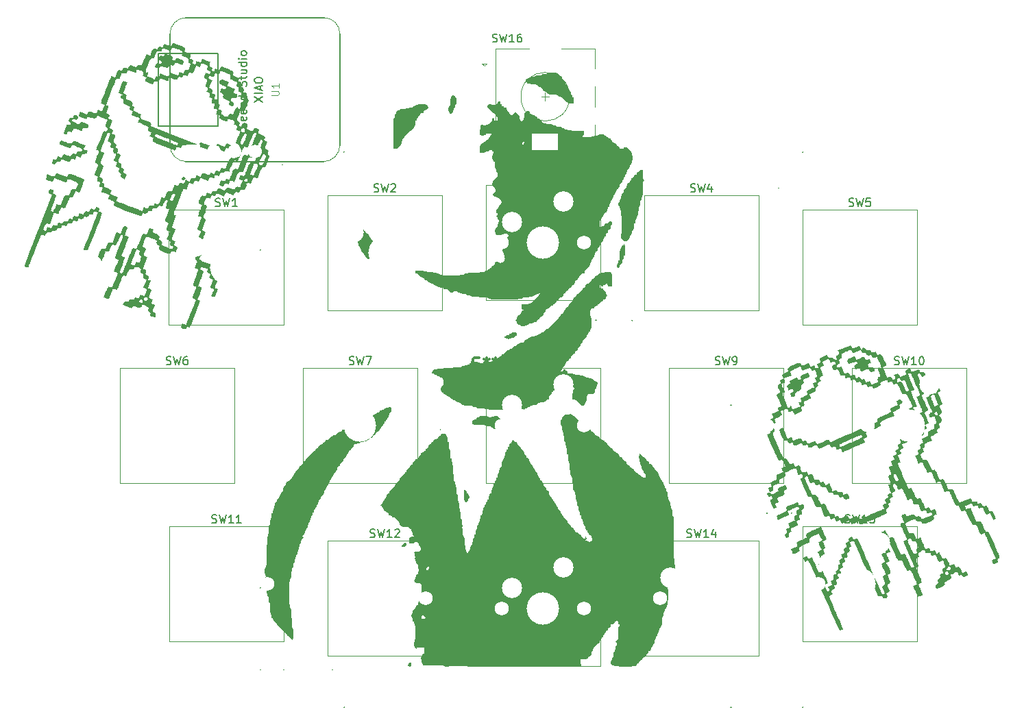
<source format=gbr>
%TF.GenerationSoftware,KiCad,Pcbnew,8.0.5-8.0.5-0~ubuntu22.04.1*%
%TF.CreationDate,2024-10-13T07:53:23-06:00*%
%TF.ProjectId,frogpad,66726f67-7061-4642-9e6b-696361645f70,rev?*%
%TF.SameCoordinates,Original*%
%TF.FileFunction,Legend,Top*%
%TF.FilePolarity,Positive*%
%FSLAX46Y46*%
G04 Gerber Fmt 4.6, Leading zero omitted, Abs format (unit mm)*
G04 Created by KiCad (PCBNEW 8.0.5-8.0.5-0~ubuntu22.04.1) date 2024-10-13 07:53:23*
%MOMM*%
%LPD*%
G01*
G04 APERTURE LIST*
%ADD10C,0.150000*%
%ADD11C,0.101600*%
%ADD12C,0.300000*%
%ADD13C,0.120000*%
%ADD14C,0.127000*%
%ADD15C,0.254000*%
%ADD16C,0.025400*%
%ADD17C,0.000000*%
%ADD18C,6.000000*%
%ADD19C,1.750000*%
%ADD20C,4.000000*%
%ADD21C,2.500000*%
%ADD22R,1.700000X1.700000*%
%ADD23C,1.700000*%
%ADD24R,2.000000X2.000000*%
%ADD25C,2.000000*%
%ADD26R,3.200000X2.000000*%
G04 APERTURE END LIST*
D10*
X177768476Y-92229200D02*
X177911333Y-92276819D01*
X177911333Y-92276819D02*
X178149428Y-92276819D01*
X178149428Y-92276819D02*
X178244666Y-92229200D01*
X178244666Y-92229200D02*
X178292285Y-92181580D01*
X178292285Y-92181580D02*
X178339904Y-92086342D01*
X178339904Y-92086342D02*
X178339904Y-91991104D01*
X178339904Y-91991104D02*
X178292285Y-91895866D01*
X178292285Y-91895866D02*
X178244666Y-91848247D01*
X178244666Y-91848247D02*
X178149428Y-91800628D01*
X178149428Y-91800628D02*
X177958952Y-91753009D01*
X177958952Y-91753009D02*
X177863714Y-91705390D01*
X177863714Y-91705390D02*
X177816095Y-91657771D01*
X177816095Y-91657771D02*
X177768476Y-91562533D01*
X177768476Y-91562533D02*
X177768476Y-91467295D01*
X177768476Y-91467295D02*
X177816095Y-91372057D01*
X177816095Y-91372057D02*
X177863714Y-91324438D01*
X177863714Y-91324438D02*
X177958952Y-91276819D01*
X177958952Y-91276819D02*
X178197047Y-91276819D01*
X178197047Y-91276819D02*
X178339904Y-91324438D01*
X178673238Y-91276819D02*
X178911333Y-92276819D01*
X178911333Y-92276819D02*
X179101809Y-91562533D01*
X179101809Y-91562533D02*
X179292285Y-92276819D01*
X179292285Y-92276819D02*
X179530381Y-91276819D01*
X180435142Y-92276819D02*
X179863714Y-92276819D01*
X180149428Y-92276819D02*
X180149428Y-91276819D01*
X180149428Y-91276819D02*
X180054190Y-91419676D01*
X180054190Y-91419676D02*
X179958952Y-91514914D01*
X179958952Y-91514914D02*
X179863714Y-91562533D01*
X181054190Y-91276819D02*
X181149428Y-91276819D01*
X181149428Y-91276819D02*
X181244666Y-91324438D01*
X181244666Y-91324438D02*
X181292285Y-91372057D01*
X181292285Y-91372057D02*
X181339904Y-91467295D01*
X181339904Y-91467295D02*
X181387523Y-91657771D01*
X181387523Y-91657771D02*
X181387523Y-91895866D01*
X181387523Y-91895866D02*
X181339904Y-92086342D01*
X181339904Y-92086342D02*
X181292285Y-92181580D01*
X181292285Y-92181580D02*
X181244666Y-92229200D01*
X181244666Y-92229200D02*
X181149428Y-92276819D01*
X181149428Y-92276819D02*
X181054190Y-92276819D01*
X181054190Y-92276819D02*
X180958952Y-92229200D01*
X180958952Y-92229200D02*
X180911333Y-92181580D01*
X180911333Y-92181580D02*
X180863714Y-92086342D01*
X180863714Y-92086342D02*
X180816095Y-91895866D01*
X180816095Y-91895866D02*
X180816095Y-91657771D01*
X180816095Y-91657771D02*
X180863714Y-91467295D01*
X180863714Y-91467295D02*
X180911333Y-91372057D01*
X180911333Y-91372057D02*
X180958952Y-91324438D01*
X180958952Y-91324438D02*
X181054190Y-91276819D01*
X93440476Y-111787200D02*
X93583333Y-111834819D01*
X93583333Y-111834819D02*
X93821428Y-111834819D01*
X93821428Y-111834819D02*
X93916666Y-111787200D01*
X93916666Y-111787200D02*
X93964285Y-111739580D01*
X93964285Y-111739580D02*
X94011904Y-111644342D01*
X94011904Y-111644342D02*
X94011904Y-111549104D01*
X94011904Y-111549104D02*
X93964285Y-111453866D01*
X93964285Y-111453866D02*
X93916666Y-111406247D01*
X93916666Y-111406247D02*
X93821428Y-111358628D01*
X93821428Y-111358628D02*
X93630952Y-111311009D01*
X93630952Y-111311009D02*
X93535714Y-111263390D01*
X93535714Y-111263390D02*
X93488095Y-111215771D01*
X93488095Y-111215771D02*
X93440476Y-111120533D01*
X93440476Y-111120533D02*
X93440476Y-111025295D01*
X93440476Y-111025295D02*
X93488095Y-110930057D01*
X93488095Y-110930057D02*
X93535714Y-110882438D01*
X93535714Y-110882438D02*
X93630952Y-110834819D01*
X93630952Y-110834819D02*
X93869047Y-110834819D01*
X93869047Y-110834819D02*
X94011904Y-110882438D01*
X94345238Y-110834819D02*
X94583333Y-111834819D01*
X94583333Y-111834819D02*
X94773809Y-111120533D01*
X94773809Y-111120533D02*
X94964285Y-111834819D01*
X94964285Y-111834819D02*
X95202381Y-110834819D01*
X96107142Y-111834819D02*
X95535714Y-111834819D01*
X95821428Y-111834819D02*
X95821428Y-110834819D01*
X95821428Y-110834819D02*
X95726190Y-110977676D01*
X95726190Y-110977676D02*
X95630952Y-111072914D01*
X95630952Y-111072914D02*
X95535714Y-111120533D01*
X97059523Y-111834819D02*
X96488095Y-111834819D01*
X96773809Y-111834819D02*
X96773809Y-110834819D01*
X96773809Y-110834819D02*
X96678571Y-110977676D01*
X96678571Y-110977676D02*
X96583333Y-111072914D01*
X96583333Y-111072914D02*
X96488095Y-111120533D01*
D11*
X100813000Y-58968083D02*
X101532667Y-58968083D01*
X101532667Y-58968083D02*
X101617333Y-58925750D01*
X101617333Y-58925750D02*
X101659667Y-58883416D01*
X101659667Y-58883416D02*
X101702000Y-58798750D01*
X101702000Y-58798750D02*
X101702000Y-58629416D01*
X101702000Y-58629416D02*
X101659667Y-58544750D01*
X101659667Y-58544750D02*
X101617333Y-58502416D01*
X101617333Y-58502416D02*
X101532667Y-58460083D01*
X101532667Y-58460083D02*
X100813000Y-58460083D01*
X101702000Y-57571083D02*
X101702000Y-58079083D01*
X101702000Y-57825083D02*
X100813000Y-57825083D01*
X100813000Y-57825083D02*
X100940000Y-57909750D01*
X100940000Y-57909750D02*
X101024667Y-57994417D01*
X101024667Y-57994417D02*
X101067000Y-58079083D01*
D10*
X97663215Y-63052654D02*
X97710834Y-62909797D01*
X97710834Y-62909797D02*
X97710834Y-62671702D01*
X97710834Y-62671702D02*
X97663215Y-62576464D01*
X97663215Y-62576464D02*
X97615595Y-62528845D01*
X97615595Y-62528845D02*
X97520357Y-62481226D01*
X97520357Y-62481226D02*
X97425119Y-62481226D01*
X97425119Y-62481226D02*
X97329881Y-62528845D01*
X97329881Y-62528845D02*
X97282262Y-62576464D01*
X97282262Y-62576464D02*
X97234643Y-62671702D01*
X97234643Y-62671702D02*
X97187024Y-62862178D01*
X97187024Y-62862178D02*
X97139405Y-62957416D01*
X97139405Y-62957416D02*
X97091786Y-63005035D01*
X97091786Y-63005035D02*
X96996548Y-63052654D01*
X96996548Y-63052654D02*
X96901310Y-63052654D01*
X96901310Y-63052654D02*
X96806072Y-63005035D01*
X96806072Y-63005035D02*
X96758453Y-62957416D01*
X96758453Y-62957416D02*
X96710834Y-62862178D01*
X96710834Y-62862178D02*
X96710834Y-62624083D01*
X96710834Y-62624083D02*
X96758453Y-62481226D01*
X97663215Y-61671702D02*
X97710834Y-61766940D01*
X97710834Y-61766940D02*
X97710834Y-61957416D01*
X97710834Y-61957416D02*
X97663215Y-62052654D01*
X97663215Y-62052654D02*
X97567976Y-62100273D01*
X97567976Y-62100273D02*
X97187024Y-62100273D01*
X97187024Y-62100273D02*
X97091786Y-62052654D01*
X97091786Y-62052654D02*
X97044167Y-61957416D01*
X97044167Y-61957416D02*
X97044167Y-61766940D01*
X97044167Y-61766940D02*
X97091786Y-61671702D01*
X97091786Y-61671702D02*
X97187024Y-61624083D01*
X97187024Y-61624083D02*
X97282262Y-61624083D01*
X97282262Y-61624083D02*
X97377500Y-62100273D01*
X97663215Y-60814559D02*
X97710834Y-60909797D01*
X97710834Y-60909797D02*
X97710834Y-61100273D01*
X97710834Y-61100273D02*
X97663215Y-61195511D01*
X97663215Y-61195511D02*
X97567976Y-61243130D01*
X97567976Y-61243130D02*
X97187024Y-61243130D01*
X97187024Y-61243130D02*
X97091786Y-61195511D01*
X97091786Y-61195511D02*
X97044167Y-61100273D01*
X97044167Y-61100273D02*
X97044167Y-60909797D01*
X97044167Y-60909797D02*
X97091786Y-60814559D01*
X97091786Y-60814559D02*
X97187024Y-60766940D01*
X97187024Y-60766940D02*
X97282262Y-60766940D01*
X97282262Y-60766940D02*
X97377500Y-61243130D01*
X97663215Y-59957416D02*
X97710834Y-60052654D01*
X97710834Y-60052654D02*
X97710834Y-60243130D01*
X97710834Y-60243130D02*
X97663215Y-60338368D01*
X97663215Y-60338368D02*
X97567976Y-60385987D01*
X97567976Y-60385987D02*
X97187024Y-60385987D01*
X97187024Y-60385987D02*
X97091786Y-60338368D01*
X97091786Y-60338368D02*
X97044167Y-60243130D01*
X97044167Y-60243130D02*
X97044167Y-60052654D01*
X97044167Y-60052654D02*
X97091786Y-59957416D01*
X97091786Y-59957416D02*
X97187024Y-59909797D01*
X97187024Y-59909797D02*
X97282262Y-59909797D01*
X97282262Y-59909797D02*
X97377500Y-60385987D01*
X97710834Y-59052654D02*
X96710834Y-59052654D01*
X97663215Y-59052654D02*
X97710834Y-59147892D01*
X97710834Y-59147892D02*
X97710834Y-59338368D01*
X97710834Y-59338368D02*
X97663215Y-59433606D01*
X97663215Y-59433606D02*
X97615595Y-59481225D01*
X97615595Y-59481225D02*
X97520357Y-59528844D01*
X97520357Y-59528844D02*
X97234643Y-59528844D01*
X97234643Y-59528844D02*
X97139405Y-59481225D01*
X97139405Y-59481225D02*
X97091786Y-59433606D01*
X97091786Y-59433606D02*
X97044167Y-59338368D01*
X97044167Y-59338368D02*
X97044167Y-59147892D01*
X97044167Y-59147892D02*
X97091786Y-59052654D01*
X97663215Y-57862177D02*
X97710834Y-57719320D01*
X97710834Y-57719320D02*
X97710834Y-57481225D01*
X97710834Y-57481225D02*
X97663215Y-57385987D01*
X97663215Y-57385987D02*
X97615595Y-57338368D01*
X97615595Y-57338368D02*
X97520357Y-57290749D01*
X97520357Y-57290749D02*
X97425119Y-57290749D01*
X97425119Y-57290749D02*
X97329881Y-57338368D01*
X97329881Y-57338368D02*
X97282262Y-57385987D01*
X97282262Y-57385987D02*
X97234643Y-57481225D01*
X97234643Y-57481225D02*
X97187024Y-57671701D01*
X97187024Y-57671701D02*
X97139405Y-57766939D01*
X97139405Y-57766939D02*
X97091786Y-57814558D01*
X97091786Y-57814558D02*
X96996548Y-57862177D01*
X96996548Y-57862177D02*
X96901310Y-57862177D01*
X96901310Y-57862177D02*
X96806072Y-57814558D01*
X96806072Y-57814558D02*
X96758453Y-57766939D01*
X96758453Y-57766939D02*
X96710834Y-57671701D01*
X96710834Y-57671701D02*
X96710834Y-57433606D01*
X96710834Y-57433606D02*
X96758453Y-57290749D01*
X97044167Y-57005034D02*
X97044167Y-56624082D01*
X96710834Y-56862177D02*
X97567976Y-56862177D01*
X97567976Y-56862177D02*
X97663215Y-56814558D01*
X97663215Y-56814558D02*
X97710834Y-56719320D01*
X97710834Y-56719320D02*
X97710834Y-56624082D01*
X97044167Y-55862177D02*
X97710834Y-55862177D01*
X97044167Y-56290748D02*
X97567976Y-56290748D01*
X97567976Y-56290748D02*
X97663215Y-56243129D01*
X97663215Y-56243129D02*
X97710834Y-56147891D01*
X97710834Y-56147891D02*
X97710834Y-56005034D01*
X97710834Y-56005034D02*
X97663215Y-55909796D01*
X97663215Y-55909796D02*
X97615595Y-55862177D01*
X97710834Y-54957415D02*
X96710834Y-54957415D01*
X97663215Y-54957415D02*
X97710834Y-55052653D01*
X97710834Y-55052653D02*
X97710834Y-55243129D01*
X97710834Y-55243129D02*
X97663215Y-55338367D01*
X97663215Y-55338367D02*
X97615595Y-55385986D01*
X97615595Y-55385986D02*
X97520357Y-55433605D01*
X97520357Y-55433605D02*
X97234643Y-55433605D01*
X97234643Y-55433605D02*
X97139405Y-55385986D01*
X97139405Y-55385986D02*
X97091786Y-55338367D01*
X97091786Y-55338367D02*
X97044167Y-55243129D01*
X97044167Y-55243129D02*
X97044167Y-55052653D01*
X97044167Y-55052653D02*
X97091786Y-54957415D01*
X97710834Y-54481224D02*
X97044167Y-54481224D01*
X96710834Y-54481224D02*
X96758453Y-54528843D01*
X96758453Y-54528843D02*
X96806072Y-54481224D01*
X96806072Y-54481224D02*
X96758453Y-54433605D01*
X96758453Y-54433605D02*
X96710834Y-54481224D01*
X96710834Y-54481224D02*
X96806072Y-54481224D01*
X97710834Y-53862177D02*
X97663215Y-53957415D01*
X97663215Y-53957415D02*
X97615595Y-54005034D01*
X97615595Y-54005034D02*
X97520357Y-54052653D01*
X97520357Y-54052653D02*
X97234643Y-54052653D01*
X97234643Y-54052653D02*
X97139405Y-54005034D01*
X97139405Y-54005034D02*
X97091786Y-53957415D01*
X97091786Y-53957415D02*
X97044167Y-53862177D01*
X97044167Y-53862177D02*
X97044167Y-53719320D01*
X97044167Y-53719320D02*
X97091786Y-53624082D01*
X97091786Y-53624082D02*
X97139405Y-53576463D01*
X97139405Y-53576463D02*
X97234643Y-53528844D01*
X97234643Y-53528844D02*
X97520357Y-53528844D01*
X97520357Y-53528844D02*
X97615595Y-53576463D01*
X97615595Y-53576463D02*
X97663215Y-53624082D01*
X97663215Y-53624082D02*
X97710834Y-53719320D01*
X97710834Y-53719320D02*
X97710834Y-53862177D01*
X98710834Y-59814558D02*
X99710834Y-59147892D01*
X98710834Y-59147892D02*
X99710834Y-59814558D01*
X99710834Y-58766939D02*
X98710834Y-58766939D01*
X99425119Y-58338368D02*
X99425119Y-57862178D01*
X99710834Y-58433606D02*
X98710834Y-58100273D01*
X98710834Y-58100273D02*
X99710834Y-57766940D01*
X98710834Y-57243130D02*
X98710834Y-57052654D01*
X98710834Y-57052654D02*
X98758453Y-56957416D01*
X98758453Y-56957416D02*
X98853691Y-56862178D01*
X98853691Y-56862178D02*
X99044167Y-56814559D01*
X99044167Y-56814559D02*
X99377500Y-56814559D01*
X99377500Y-56814559D02*
X99567976Y-56862178D01*
X99567976Y-56862178D02*
X99663215Y-56957416D01*
X99663215Y-56957416D02*
X99710834Y-57052654D01*
X99710834Y-57052654D02*
X99710834Y-57243130D01*
X99710834Y-57243130D02*
X99663215Y-57338368D01*
X99663215Y-57338368D02*
X99567976Y-57433606D01*
X99567976Y-57433606D02*
X99377500Y-57481225D01*
X99377500Y-57481225D02*
X99044167Y-57481225D01*
X99044167Y-57481225D02*
X98853691Y-57433606D01*
X98853691Y-57433606D02*
X98758453Y-57338368D01*
X98758453Y-57338368D02*
X98710834Y-57243130D01*
X93891267Y-72671200D02*
X94034124Y-72718819D01*
X94034124Y-72718819D02*
X94272219Y-72718819D01*
X94272219Y-72718819D02*
X94367457Y-72671200D01*
X94367457Y-72671200D02*
X94415076Y-72623580D01*
X94415076Y-72623580D02*
X94462695Y-72528342D01*
X94462695Y-72528342D02*
X94462695Y-72433104D01*
X94462695Y-72433104D02*
X94415076Y-72337866D01*
X94415076Y-72337866D02*
X94367457Y-72290247D01*
X94367457Y-72290247D02*
X94272219Y-72242628D01*
X94272219Y-72242628D02*
X94081743Y-72195009D01*
X94081743Y-72195009D02*
X93986505Y-72147390D01*
X93986505Y-72147390D02*
X93938886Y-72099771D01*
X93938886Y-72099771D02*
X93891267Y-72004533D01*
X93891267Y-72004533D02*
X93891267Y-71909295D01*
X93891267Y-71909295D02*
X93938886Y-71814057D01*
X93938886Y-71814057D02*
X93986505Y-71766438D01*
X93986505Y-71766438D02*
X94081743Y-71718819D01*
X94081743Y-71718819D02*
X94319838Y-71718819D01*
X94319838Y-71718819D02*
X94462695Y-71766438D01*
X94796029Y-71718819D02*
X95034124Y-72718819D01*
X95034124Y-72718819D02*
X95224600Y-72004533D01*
X95224600Y-72004533D02*
X95415076Y-72718819D01*
X95415076Y-72718819D02*
X95653172Y-71718819D01*
X96557933Y-72718819D02*
X95986505Y-72718819D01*
X96272219Y-72718819D02*
X96272219Y-71718819D01*
X96272219Y-71718819D02*
X96176981Y-71861676D01*
X96176981Y-71861676D02*
X96081743Y-71956914D01*
X96081743Y-71956914D02*
X95986505Y-72004533D01*
X152114476Y-113565200D02*
X152257333Y-113612819D01*
X152257333Y-113612819D02*
X152495428Y-113612819D01*
X152495428Y-113612819D02*
X152590666Y-113565200D01*
X152590666Y-113565200D02*
X152638285Y-113517580D01*
X152638285Y-113517580D02*
X152685904Y-113422342D01*
X152685904Y-113422342D02*
X152685904Y-113327104D01*
X152685904Y-113327104D02*
X152638285Y-113231866D01*
X152638285Y-113231866D02*
X152590666Y-113184247D01*
X152590666Y-113184247D02*
X152495428Y-113136628D01*
X152495428Y-113136628D02*
X152304952Y-113089009D01*
X152304952Y-113089009D02*
X152209714Y-113041390D01*
X152209714Y-113041390D02*
X152162095Y-112993771D01*
X152162095Y-112993771D02*
X152114476Y-112898533D01*
X152114476Y-112898533D02*
X152114476Y-112803295D01*
X152114476Y-112803295D02*
X152162095Y-112708057D01*
X152162095Y-112708057D02*
X152209714Y-112660438D01*
X152209714Y-112660438D02*
X152304952Y-112612819D01*
X152304952Y-112612819D02*
X152543047Y-112612819D01*
X152543047Y-112612819D02*
X152685904Y-112660438D01*
X153019238Y-112612819D02*
X153257333Y-113612819D01*
X153257333Y-113612819D02*
X153447809Y-112898533D01*
X153447809Y-112898533D02*
X153638285Y-113612819D01*
X153638285Y-113612819D02*
X153876381Y-112612819D01*
X154781142Y-113612819D02*
X154209714Y-113612819D01*
X154495428Y-113612819D02*
X154495428Y-112612819D01*
X154495428Y-112612819D02*
X154400190Y-112755676D01*
X154400190Y-112755676D02*
X154304952Y-112850914D01*
X154304952Y-112850914D02*
X154209714Y-112898533D01*
X155638285Y-112946152D02*
X155638285Y-113612819D01*
X155400190Y-112565200D02*
X155162095Y-113279485D01*
X155162095Y-113279485D02*
X155781142Y-113279485D01*
X155638667Y-92229200D02*
X155781524Y-92276819D01*
X155781524Y-92276819D02*
X156019619Y-92276819D01*
X156019619Y-92276819D02*
X156114857Y-92229200D01*
X156114857Y-92229200D02*
X156162476Y-92181580D01*
X156162476Y-92181580D02*
X156210095Y-92086342D01*
X156210095Y-92086342D02*
X156210095Y-91991104D01*
X156210095Y-91991104D02*
X156162476Y-91895866D01*
X156162476Y-91895866D02*
X156114857Y-91848247D01*
X156114857Y-91848247D02*
X156019619Y-91800628D01*
X156019619Y-91800628D02*
X155829143Y-91753009D01*
X155829143Y-91753009D02*
X155733905Y-91705390D01*
X155733905Y-91705390D02*
X155686286Y-91657771D01*
X155686286Y-91657771D02*
X155638667Y-91562533D01*
X155638667Y-91562533D02*
X155638667Y-91467295D01*
X155638667Y-91467295D02*
X155686286Y-91372057D01*
X155686286Y-91372057D02*
X155733905Y-91324438D01*
X155733905Y-91324438D02*
X155829143Y-91276819D01*
X155829143Y-91276819D02*
X156067238Y-91276819D01*
X156067238Y-91276819D02*
X156210095Y-91324438D01*
X156543429Y-91276819D02*
X156781524Y-92276819D01*
X156781524Y-92276819D02*
X156972000Y-91562533D01*
X156972000Y-91562533D02*
X157162476Y-92276819D01*
X157162476Y-92276819D02*
X157400572Y-91276819D01*
X157829143Y-92276819D02*
X158019619Y-92276819D01*
X158019619Y-92276819D02*
X158114857Y-92229200D01*
X158114857Y-92229200D02*
X158162476Y-92181580D01*
X158162476Y-92181580D02*
X158257714Y-92038723D01*
X158257714Y-92038723D02*
X158305333Y-91848247D01*
X158305333Y-91848247D02*
X158305333Y-91467295D01*
X158305333Y-91467295D02*
X158257714Y-91372057D01*
X158257714Y-91372057D02*
X158210095Y-91324438D01*
X158210095Y-91324438D02*
X158114857Y-91276819D01*
X158114857Y-91276819D02*
X157924381Y-91276819D01*
X157924381Y-91276819D02*
X157829143Y-91324438D01*
X157829143Y-91324438D02*
X157781524Y-91372057D01*
X157781524Y-91372057D02*
X157733905Y-91467295D01*
X157733905Y-91467295D02*
X157733905Y-91705390D01*
X157733905Y-91705390D02*
X157781524Y-91800628D01*
X157781524Y-91800628D02*
X157829143Y-91848247D01*
X157829143Y-91848247D02*
X157924381Y-91895866D01*
X157924381Y-91895866D02*
X158114857Y-91895866D01*
X158114857Y-91895866D02*
X158210095Y-91848247D01*
X158210095Y-91848247D02*
X158257714Y-91800628D01*
X158257714Y-91800628D02*
X158305333Y-91705390D01*
X172148667Y-72671200D02*
X172291524Y-72718819D01*
X172291524Y-72718819D02*
X172529619Y-72718819D01*
X172529619Y-72718819D02*
X172624857Y-72671200D01*
X172624857Y-72671200D02*
X172672476Y-72623580D01*
X172672476Y-72623580D02*
X172720095Y-72528342D01*
X172720095Y-72528342D02*
X172720095Y-72433104D01*
X172720095Y-72433104D02*
X172672476Y-72337866D01*
X172672476Y-72337866D02*
X172624857Y-72290247D01*
X172624857Y-72290247D02*
X172529619Y-72242628D01*
X172529619Y-72242628D02*
X172339143Y-72195009D01*
X172339143Y-72195009D02*
X172243905Y-72147390D01*
X172243905Y-72147390D02*
X172196286Y-72099771D01*
X172196286Y-72099771D02*
X172148667Y-72004533D01*
X172148667Y-72004533D02*
X172148667Y-71909295D01*
X172148667Y-71909295D02*
X172196286Y-71814057D01*
X172196286Y-71814057D02*
X172243905Y-71766438D01*
X172243905Y-71766438D02*
X172339143Y-71718819D01*
X172339143Y-71718819D02*
X172577238Y-71718819D01*
X172577238Y-71718819D02*
X172720095Y-71766438D01*
X173053429Y-71718819D02*
X173291524Y-72718819D01*
X173291524Y-72718819D02*
X173482000Y-72004533D01*
X173482000Y-72004533D02*
X173672476Y-72718819D01*
X173672476Y-72718819D02*
X173910572Y-71718819D01*
X174767714Y-71718819D02*
X174291524Y-71718819D01*
X174291524Y-71718819D02*
X174243905Y-72195009D01*
X174243905Y-72195009D02*
X174291524Y-72147390D01*
X174291524Y-72147390D02*
X174386762Y-72099771D01*
X174386762Y-72099771D02*
X174624857Y-72099771D01*
X174624857Y-72099771D02*
X174720095Y-72147390D01*
X174720095Y-72147390D02*
X174767714Y-72195009D01*
X174767714Y-72195009D02*
X174815333Y-72290247D01*
X174815333Y-72290247D02*
X174815333Y-72528342D01*
X174815333Y-72528342D02*
X174767714Y-72623580D01*
X174767714Y-72623580D02*
X174720095Y-72671200D01*
X174720095Y-72671200D02*
X174624857Y-72718819D01*
X174624857Y-72718819D02*
X174386762Y-72718819D01*
X174386762Y-72718819D02*
X174291524Y-72671200D01*
X174291524Y-72671200D02*
X174243905Y-72623580D01*
X128110476Y-52377200D02*
X128253333Y-52424819D01*
X128253333Y-52424819D02*
X128491428Y-52424819D01*
X128491428Y-52424819D02*
X128586666Y-52377200D01*
X128586666Y-52377200D02*
X128634285Y-52329580D01*
X128634285Y-52329580D02*
X128681904Y-52234342D01*
X128681904Y-52234342D02*
X128681904Y-52139104D01*
X128681904Y-52139104D02*
X128634285Y-52043866D01*
X128634285Y-52043866D02*
X128586666Y-51996247D01*
X128586666Y-51996247D02*
X128491428Y-51948628D01*
X128491428Y-51948628D02*
X128300952Y-51901009D01*
X128300952Y-51901009D02*
X128205714Y-51853390D01*
X128205714Y-51853390D02*
X128158095Y-51805771D01*
X128158095Y-51805771D02*
X128110476Y-51710533D01*
X128110476Y-51710533D02*
X128110476Y-51615295D01*
X128110476Y-51615295D02*
X128158095Y-51520057D01*
X128158095Y-51520057D02*
X128205714Y-51472438D01*
X128205714Y-51472438D02*
X128300952Y-51424819D01*
X128300952Y-51424819D02*
X128539047Y-51424819D01*
X128539047Y-51424819D02*
X128681904Y-51472438D01*
X129015238Y-51424819D02*
X129253333Y-52424819D01*
X129253333Y-52424819D02*
X129443809Y-51710533D01*
X129443809Y-51710533D02*
X129634285Y-52424819D01*
X129634285Y-52424819D02*
X129872381Y-51424819D01*
X130777142Y-52424819D02*
X130205714Y-52424819D01*
X130491428Y-52424819D02*
X130491428Y-51424819D01*
X130491428Y-51424819D02*
X130396190Y-51567676D01*
X130396190Y-51567676D02*
X130300952Y-51662914D01*
X130300952Y-51662914D02*
X130205714Y-51710533D01*
X131634285Y-51424819D02*
X131443809Y-51424819D01*
X131443809Y-51424819D02*
X131348571Y-51472438D01*
X131348571Y-51472438D02*
X131300952Y-51520057D01*
X131300952Y-51520057D02*
X131205714Y-51662914D01*
X131205714Y-51662914D02*
X131158095Y-51853390D01*
X131158095Y-51853390D02*
X131158095Y-52234342D01*
X131158095Y-52234342D02*
X131205714Y-52329580D01*
X131205714Y-52329580D02*
X131253333Y-52377200D01*
X131253333Y-52377200D02*
X131348571Y-52424819D01*
X131348571Y-52424819D02*
X131539047Y-52424819D01*
X131539047Y-52424819D02*
X131634285Y-52377200D01*
X131634285Y-52377200D02*
X131681904Y-52329580D01*
X131681904Y-52329580D02*
X131729523Y-52234342D01*
X131729523Y-52234342D02*
X131729523Y-51996247D01*
X131729523Y-51996247D02*
X131681904Y-51901009D01*
X131681904Y-51901009D02*
X131634285Y-51853390D01*
X131634285Y-51853390D02*
X131539047Y-51805771D01*
X131539047Y-51805771D02*
X131348571Y-51805771D01*
X131348571Y-51805771D02*
X131253333Y-51853390D01*
X131253333Y-51853390D02*
X131205714Y-51901009D01*
X131205714Y-51901009D02*
X131158095Y-51996247D01*
X110426667Y-92229200D02*
X110569524Y-92276819D01*
X110569524Y-92276819D02*
X110807619Y-92276819D01*
X110807619Y-92276819D02*
X110902857Y-92229200D01*
X110902857Y-92229200D02*
X110950476Y-92181580D01*
X110950476Y-92181580D02*
X110998095Y-92086342D01*
X110998095Y-92086342D02*
X110998095Y-91991104D01*
X110998095Y-91991104D02*
X110950476Y-91895866D01*
X110950476Y-91895866D02*
X110902857Y-91848247D01*
X110902857Y-91848247D02*
X110807619Y-91800628D01*
X110807619Y-91800628D02*
X110617143Y-91753009D01*
X110617143Y-91753009D02*
X110521905Y-91705390D01*
X110521905Y-91705390D02*
X110474286Y-91657771D01*
X110474286Y-91657771D02*
X110426667Y-91562533D01*
X110426667Y-91562533D02*
X110426667Y-91467295D01*
X110426667Y-91467295D02*
X110474286Y-91372057D01*
X110474286Y-91372057D02*
X110521905Y-91324438D01*
X110521905Y-91324438D02*
X110617143Y-91276819D01*
X110617143Y-91276819D02*
X110855238Y-91276819D01*
X110855238Y-91276819D02*
X110998095Y-91324438D01*
X111331429Y-91276819D02*
X111569524Y-92276819D01*
X111569524Y-92276819D02*
X111760000Y-91562533D01*
X111760000Y-91562533D02*
X111950476Y-92276819D01*
X111950476Y-92276819D02*
X112188572Y-91276819D01*
X112474286Y-91276819D02*
X113140952Y-91276819D01*
X113140952Y-91276819D02*
X112712381Y-92276819D01*
X87820667Y-92229200D02*
X87963524Y-92276819D01*
X87963524Y-92276819D02*
X88201619Y-92276819D01*
X88201619Y-92276819D02*
X88296857Y-92229200D01*
X88296857Y-92229200D02*
X88344476Y-92181580D01*
X88344476Y-92181580D02*
X88392095Y-92086342D01*
X88392095Y-92086342D02*
X88392095Y-91991104D01*
X88392095Y-91991104D02*
X88344476Y-91895866D01*
X88344476Y-91895866D02*
X88296857Y-91848247D01*
X88296857Y-91848247D02*
X88201619Y-91800628D01*
X88201619Y-91800628D02*
X88011143Y-91753009D01*
X88011143Y-91753009D02*
X87915905Y-91705390D01*
X87915905Y-91705390D02*
X87868286Y-91657771D01*
X87868286Y-91657771D02*
X87820667Y-91562533D01*
X87820667Y-91562533D02*
X87820667Y-91467295D01*
X87820667Y-91467295D02*
X87868286Y-91372057D01*
X87868286Y-91372057D02*
X87915905Y-91324438D01*
X87915905Y-91324438D02*
X88011143Y-91276819D01*
X88011143Y-91276819D02*
X88249238Y-91276819D01*
X88249238Y-91276819D02*
X88392095Y-91324438D01*
X88725429Y-91276819D02*
X88963524Y-92276819D01*
X88963524Y-92276819D02*
X89154000Y-91562533D01*
X89154000Y-91562533D02*
X89344476Y-92276819D01*
X89344476Y-92276819D02*
X89582572Y-91276819D01*
X90392095Y-91276819D02*
X90201619Y-91276819D01*
X90201619Y-91276819D02*
X90106381Y-91324438D01*
X90106381Y-91324438D02*
X90058762Y-91372057D01*
X90058762Y-91372057D02*
X89963524Y-91514914D01*
X89963524Y-91514914D02*
X89915905Y-91705390D01*
X89915905Y-91705390D02*
X89915905Y-92086342D01*
X89915905Y-92086342D02*
X89963524Y-92181580D01*
X89963524Y-92181580D02*
X90011143Y-92229200D01*
X90011143Y-92229200D02*
X90106381Y-92276819D01*
X90106381Y-92276819D02*
X90296857Y-92276819D01*
X90296857Y-92276819D02*
X90392095Y-92229200D01*
X90392095Y-92229200D02*
X90439714Y-92181580D01*
X90439714Y-92181580D02*
X90487333Y-92086342D01*
X90487333Y-92086342D02*
X90487333Y-91848247D01*
X90487333Y-91848247D02*
X90439714Y-91753009D01*
X90439714Y-91753009D02*
X90392095Y-91705390D01*
X90392095Y-91705390D02*
X90296857Y-91657771D01*
X90296857Y-91657771D02*
X90106381Y-91657771D01*
X90106381Y-91657771D02*
X90011143Y-91705390D01*
X90011143Y-91705390D02*
X89963524Y-91753009D01*
X89963524Y-91753009D02*
X89915905Y-91848247D01*
X133032667Y-92229200D02*
X133175524Y-92276819D01*
X133175524Y-92276819D02*
X133413619Y-92276819D01*
X133413619Y-92276819D02*
X133508857Y-92229200D01*
X133508857Y-92229200D02*
X133556476Y-92181580D01*
X133556476Y-92181580D02*
X133604095Y-92086342D01*
X133604095Y-92086342D02*
X133604095Y-91991104D01*
X133604095Y-91991104D02*
X133556476Y-91895866D01*
X133556476Y-91895866D02*
X133508857Y-91848247D01*
X133508857Y-91848247D02*
X133413619Y-91800628D01*
X133413619Y-91800628D02*
X133223143Y-91753009D01*
X133223143Y-91753009D02*
X133127905Y-91705390D01*
X133127905Y-91705390D02*
X133080286Y-91657771D01*
X133080286Y-91657771D02*
X133032667Y-91562533D01*
X133032667Y-91562533D02*
X133032667Y-91467295D01*
X133032667Y-91467295D02*
X133080286Y-91372057D01*
X133080286Y-91372057D02*
X133127905Y-91324438D01*
X133127905Y-91324438D02*
X133223143Y-91276819D01*
X133223143Y-91276819D02*
X133461238Y-91276819D01*
X133461238Y-91276819D02*
X133604095Y-91324438D01*
X133937429Y-91276819D02*
X134175524Y-92276819D01*
X134175524Y-92276819D02*
X134366000Y-91562533D01*
X134366000Y-91562533D02*
X134556476Y-92276819D01*
X134556476Y-92276819D02*
X134794572Y-91276819D01*
X135318381Y-91705390D02*
X135223143Y-91657771D01*
X135223143Y-91657771D02*
X135175524Y-91610152D01*
X135175524Y-91610152D02*
X135127905Y-91514914D01*
X135127905Y-91514914D02*
X135127905Y-91467295D01*
X135127905Y-91467295D02*
X135175524Y-91372057D01*
X135175524Y-91372057D02*
X135223143Y-91324438D01*
X135223143Y-91324438D02*
X135318381Y-91276819D01*
X135318381Y-91276819D02*
X135508857Y-91276819D01*
X135508857Y-91276819D02*
X135604095Y-91324438D01*
X135604095Y-91324438D02*
X135651714Y-91372057D01*
X135651714Y-91372057D02*
X135699333Y-91467295D01*
X135699333Y-91467295D02*
X135699333Y-91514914D01*
X135699333Y-91514914D02*
X135651714Y-91610152D01*
X135651714Y-91610152D02*
X135604095Y-91657771D01*
X135604095Y-91657771D02*
X135508857Y-91705390D01*
X135508857Y-91705390D02*
X135318381Y-91705390D01*
X135318381Y-91705390D02*
X135223143Y-91753009D01*
X135223143Y-91753009D02*
X135175524Y-91800628D01*
X135175524Y-91800628D02*
X135127905Y-91895866D01*
X135127905Y-91895866D02*
X135127905Y-92086342D01*
X135127905Y-92086342D02*
X135175524Y-92181580D01*
X135175524Y-92181580D02*
X135223143Y-92229200D01*
X135223143Y-92229200D02*
X135318381Y-92276819D01*
X135318381Y-92276819D02*
X135508857Y-92276819D01*
X135508857Y-92276819D02*
X135604095Y-92229200D01*
X135604095Y-92229200D02*
X135651714Y-92181580D01*
X135651714Y-92181580D02*
X135699333Y-92086342D01*
X135699333Y-92086342D02*
X135699333Y-91895866D01*
X135699333Y-91895866D02*
X135651714Y-91800628D01*
X135651714Y-91800628D02*
X135604095Y-91753009D01*
X135604095Y-91753009D02*
X135508857Y-91705390D01*
X112998476Y-113565200D02*
X113141333Y-113612819D01*
X113141333Y-113612819D02*
X113379428Y-113612819D01*
X113379428Y-113612819D02*
X113474666Y-113565200D01*
X113474666Y-113565200D02*
X113522285Y-113517580D01*
X113522285Y-113517580D02*
X113569904Y-113422342D01*
X113569904Y-113422342D02*
X113569904Y-113327104D01*
X113569904Y-113327104D02*
X113522285Y-113231866D01*
X113522285Y-113231866D02*
X113474666Y-113184247D01*
X113474666Y-113184247D02*
X113379428Y-113136628D01*
X113379428Y-113136628D02*
X113188952Y-113089009D01*
X113188952Y-113089009D02*
X113093714Y-113041390D01*
X113093714Y-113041390D02*
X113046095Y-112993771D01*
X113046095Y-112993771D02*
X112998476Y-112898533D01*
X112998476Y-112898533D02*
X112998476Y-112803295D01*
X112998476Y-112803295D02*
X113046095Y-112708057D01*
X113046095Y-112708057D02*
X113093714Y-112660438D01*
X113093714Y-112660438D02*
X113188952Y-112612819D01*
X113188952Y-112612819D02*
X113427047Y-112612819D01*
X113427047Y-112612819D02*
X113569904Y-112660438D01*
X113903238Y-112612819D02*
X114141333Y-113612819D01*
X114141333Y-113612819D02*
X114331809Y-112898533D01*
X114331809Y-112898533D02*
X114522285Y-113612819D01*
X114522285Y-113612819D02*
X114760381Y-112612819D01*
X115665142Y-113612819D02*
X115093714Y-113612819D01*
X115379428Y-113612819D02*
X115379428Y-112612819D01*
X115379428Y-112612819D02*
X115284190Y-112755676D01*
X115284190Y-112755676D02*
X115188952Y-112850914D01*
X115188952Y-112850914D02*
X115093714Y-112898533D01*
X116046095Y-112708057D02*
X116093714Y-112660438D01*
X116093714Y-112660438D02*
X116188952Y-112612819D01*
X116188952Y-112612819D02*
X116427047Y-112612819D01*
X116427047Y-112612819D02*
X116522285Y-112660438D01*
X116522285Y-112660438D02*
X116569904Y-112708057D01*
X116569904Y-112708057D02*
X116617523Y-112803295D01*
X116617523Y-112803295D02*
X116617523Y-112898533D01*
X116617523Y-112898533D02*
X116569904Y-113041390D01*
X116569904Y-113041390D02*
X115998476Y-113612819D01*
X115998476Y-113612819D02*
X116617523Y-113612819D01*
D12*
X126440572Y-91451757D02*
X126297715Y-91380328D01*
X126297715Y-91380328D02*
X126083429Y-91380328D01*
X126083429Y-91380328D02*
X125869143Y-91451757D01*
X125869143Y-91451757D02*
X125726286Y-91594614D01*
X125726286Y-91594614D02*
X125654857Y-91737471D01*
X125654857Y-91737471D02*
X125583429Y-92023185D01*
X125583429Y-92023185D02*
X125583429Y-92237471D01*
X125583429Y-92237471D02*
X125654857Y-92523185D01*
X125654857Y-92523185D02*
X125726286Y-92666042D01*
X125726286Y-92666042D02*
X125869143Y-92808900D01*
X125869143Y-92808900D02*
X126083429Y-92880328D01*
X126083429Y-92880328D02*
X126226286Y-92880328D01*
X126226286Y-92880328D02*
X126440572Y-92808900D01*
X126440572Y-92808900D02*
X126512000Y-92737471D01*
X126512000Y-92737471D02*
X126512000Y-92237471D01*
X126512000Y-92237471D02*
X126226286Y-92237471D01*
X127369143Y-91380328D02*
X127369143Y-91737471D01*
X127012000Y-91594614D02*
X127369143Y-91737471D01*
X127369143Y-91737471D02*
X127726286Y-91594614D01*
X127154857Y-92023185D02*
X127369143Y-91737471D01*
X127369143Y-91737471D02*
X127583429Y-92023185D01*
X128512000Y-91380328D02*
X128512000Y-91737471D01*
X128154857Y-91594614D02*
X128512000Y-91737471D01*
X128512000Y-91737471D02*
X128869143Y-91594614D01*
X128297714Y-92023185D02*
X128512000Y-91737471D01*
X128512000Y-91737471D02*
X128726286Y-92023185D01*
X129654857Y-91380328D02*
X129654857Y-91737471D01*
X129297714Y-91594614D02*
X129654857Y-91737471D01*
X129654857Y-91737471D02*
X130012000Y-91594614D01*
X129440571Y-92023185D02*
X129654857Y-91737471D01*
X129654857Y-91737471D02*
X129869143Y-92023185D01*
D10*
X113474667Y-70893200D02*
X113617524Y-70940819D01*
X113617524Y-70940819D02*
X113855619Y-70940819D01*
X113855619Y-70940819D02*
X113950857Y-70893200D01*
X113950857Y-70893200D02*
X113998476Y-70845580D01*
X113998476Y-70845580D02*
X114046095Y-70750342D01*
X114046095Y-70750342D02*
X114046095Y-70655104D01*
X114046095Y-70655104D02*
X113998476Y-70559866D01*
X113998476Y-70559866D02*
X113950857Y-70512247D01*
X113950857Y-70512247D02*
X113855619Y-70464628D01*
X113855619Y-70464628D02*
X113665143Y-70417009D01*
X113665143Y-70417009D02*
X113569905Y-70369390D01*
X113569905Y-70369390D02*
X113522286Y-70321771D01*
X113522286Y-70321771D02*
X113474667Y-70226533D01*
X113474667Y-70226533D02*
X113474667Y-70131295D01*
X113474667Y-70131295D02*
X113522286Y-70036057D01*
X113522286Y-70036057D02*
X113569905Y-69988438D01*
X113569905Y-69988438D02*
X113665143Y-69940819D01*
X113665143Y-69940819D02*
X113903238Y-69940819D01*
X113903238Y-69940819D02*
X114046095Y-69988438D01*
X114379429Y-69940819D02*
X114617524Y-70940819D01*
X114617524Y-70940819D02*
X114808000Y-70226533D01*
X114808000Y-70226533D02*
X114998476Y-70940819D01*
X114998476Y-70940819D02*
X115236572Y-69940819D01*
X115569905Y-70036057D02*
X115617524Y-69988438D01*
X115617524Y-69988438D02*
X115712762Y-69940819D01*
X115712762Y-69940819D02*
X115950857Y-69940819D01*
X115950857Y-69940819D02*
X116046095Y-69988438D01*
X116046095Y-69988438D02*
X116093714Y-70036057D01*
X116093714Y-70036057D02*
X116141333Y-70131295D01*
X116141333Y-70131295D02*
X116141333Y-70226533D01*
X116141333Y-70226533D02*
X116093714Y-70369390D01*
X116093714Y-70369390D02*
X115522286Y-70940819D01*
X115522286Y-70940819D02*
X116141333Y-70940819D01*
X171672476Y-111787200D02*
X171815333Y-111834819D01*
X171815333Y-111834819D02*
X172053428Y-111834819D01*
X172053428Y-111834819D02*
X172148666Y-111787200D01*
X172148666Y-111787200D02*
X172196285Y-111739580D01*
X172196285Y-111739580D02*
X172243904Y-111644342D01*
X172243904Y-111644342D02*
X172243904Y-111549104D01*
X172243904Y-111549104D02*
X172196285Y-111453866D01*
X172196285Y-111453866D02*
X172148666Y-111406247D01*
X172148666Y-111406247D02*
X172053428Y-111358628D01*
X172053428Y-111358628D02*
X171862952Y-111311009D01*
X171862952Y-111311009D02*
X171767714Y-111263390D01*
X171767714Y-111263390D02*
X171720095Y-111215771D01*
X171720095Y-111215771D02*
X171672476Y-111120533D01*
X171672476Y-111120533D02*
X171672476Y-111025295D01*
X171672476Y-111025295D02*
X171720095Y-110930057D01*
X171720095Y-110930057D02*
X171767714Y-110882438D01*
X171767714Y-110882438D02*
X171862952Y-110834819D01*
X171862952Y-110834819D02*
X172101047Y-110834819D01*
X172101047Y-110834819D02*
X172243904Y-110882438D01*
X172577238Y-110834819D02*
X172815333Y-111834819D01*
X172815333Y-111834819D02*
X173005809Y-111120533D01*
X173005809Y-111120533D02*
X173196285Y-111834819D01*
X173196285Y-111834819D02*
X173434381Y-110834819D01*
X174339142Y-111834819D02*
X173767714Y-111834819D01*
X174053428Y-111834819D02*
X174053428Y-110834819D01*
X174053428Y-110834819D02*
X173958190Y-110977676D01*
X173958190Y-110977676D02*
X173862952Y-111072914D01*
X173862952Y-111072914D02*
X173767714Y-111120533D01*
X175243904Y-110834819D02*
X174767714Y-110834819D01*
X174767714Y-110834819D02*
X174720095Y-111311009D01*
X174720095Y-111311009D02*
X174767714Y-111263390D01*
X174767714Y-111263390D02*
X174862952Y-111215771D01*
X174862952Y-111215771D02*
X175101047Y-111215771D01*
X175101047Y-111215771D02*
X175196285Y-111263390D01*
X175196285Y-111263390D02*
X175243904Y-111311009D01*
X175243904Y-111311009D02*
X175291523Y-111406247D01*
X175291523Y-111406247D02*
X175291523Y-111644342D01*
X175291523Y-111644342D02*
X175243904Y-111739580D01*
X175243904Y-111739580D02*
X175196285Y-111787200D01*
X175196285Y-111787200D02*
X175101047Y-111834819D01*
X175101047Y-111834819D02*
X174862952Y-111834819D01*
X174862952Y-111834819D02*
X174767714Y-111787200D01*
X174767714Y-111787200D02*
X174720095Y-111739580D01*
X133032667Y-69623200D02*
X133175524Y-69670819D01*
X133175524Y-69670819D02*
X133413619Y-69670819D01*
X133413619Y-69670819D02*
X133508857Y-69623200D01*
X133508857Y-69623200D02*
X133556476Y-69575580D01*
X133556476Y-69575580D02*
X133604095Y-69480342D01*
X133604095Y-69480342D02*
X133604095Y-69385104D01*
X133604095Y-69385104D02*
X133556476Y-69289866D01*
X133556476Y-69289866D02*
X133508857Y-69242247D01*
X133508857Y-69242247D02*
X133413619Y-69194628D01*
X133413619Y-69194628D02*
X133223143Y-69147009D01*
X133223143Y-69147009D02*
X133127905Y-69099390D01*
X133127905Y-69099390D02*
X133080286Y-69051771D01*
X133080286Y-69051771D02*
X133032667Y-68956533D01*
X133032667Y-68956533D02*
X133032667Y-68861295D01*
X133032667Y-68861295D02*
X133080286Y-68766057D01*
X133080286Y-68766057D02*
X133127905Y-68718438D01*
X133127905Y-68718438D02*
X133223143Y-68670819D01*
X133223143Y-68670819D02*
X133461238Y-68670819D01*
X133461238Y-68670819D02*
X133604095Y-68718438D01*
X133937429Y-68670819D02*
X134175524Y-69670819D01*
X134175524Y-69670819D02*
X134366000Y-68956533D01*
X134366000Y-68956533D02*
X134556476Y-69670819D01*
X134556476Y-69670819D02*
X134794572Y-68670819D01*
X135080286Y-68670819D02*
X135699333Y-68670819D01*
X135699333Y-68670819D02*
X135366000Y-69051771D01*
X135366000Y-69051771D02*
X135508857Y-69051771D01*
X135508857Y-69051771D02*
X135604095Y-69099390D01*
X135604095Y-69099390D02*
X135651714Y-69147009D01*
X135651714Y-69147009D02*
X135699333Y-69242247D01*
X135699333Y-69242247D02*
X135699333Y-69480342D01*
X135699333Y-69480342D02*
X135651714Y-69575580D01*
X135651714Y-69575580D02*
X135604095Y-69623200D01*
X135604095Y-69623200D02*
X135508857Y-69670819D01*
X135508857Y-69670819D02*
X135223143Y-69670819D01*
X135223143Y-69670819D02*
X135127905Y-69623200D01*
X135127905Y-69623200D02*
X135080286Y-69575580D01*
X132556476Y-114835200D02*
X132699333Y-114882819D01*
X132699333Y-114882819D02*
X132937428Y-114882819D01*
X132937428Y-114882819D02*
X133032666Y-114835200D01*
X133032666Y-114835200D02*
X133080285Y-114787580D01*
X133080285Y-114787580D02*
X133127904Y-114692342D01*
X133127904Y-114692342D02*
X133127904Y-114597104D01*
X133127904Y-114597104D02*
X133080285Y-114501866D01*
X133080285Y-114501866D02*
X133032666Y-114454247D01*
X133032666Y-114454247D02*
X132937428Y-114406628D01*
X132937428Y-114406628D02*
X132746952Y-114359009D01*
X132746952Y-114359009D02*
X132651714Y-114311390D01*
X132651714Y-114311390D02*
X132604095Y-114263771D01*
X132604095Y-114263771D02*
X132556476Y-114168533D01*
X132556476Y-114168533D02*
X132556476Y-114073295D01*
X132556476Y-114073295D02*
X132604095Y-113978057D01*
X132604095Y-113978057D02*
X132651714Y-113930438D01*
X132651714Y-113930438D02*
X132746952Y-113882819D01*
X132746952Y-113882819D02*
X132985047Y-113882819D01*
X132985047Y-113882819D02*
X133127904Y-113930438D01*
X133461238Y-113882819D02*
X133699333Y-114882819D01*
X133699333Y-114882819D02*
X133889809Y-114168533D01*
X133889809Y-114168533D02*
X134080285Y-114882819D01*
X134080285Y-114882819D02*
X134318381Y-113882819D01*
X135223142Y-114882819D02*
X134651714Y-114882819D01*
X134937428Y-114882819D02*
X134937428Y-113882819D01*
X134937428Y-113882819D02*
X134842190Y-114025676D01*
X134842190Y-114025676D02*
X134746952Y-114120914D01*
X134746952Y-114120914D02*
X134651714Y-114168533D01*
X135556476Y-113882819D02*
X136175523Y-113882819D01*
X136175523Y-113882819D02*
X135842190Y-114263771D01*
X135842190Y-114263771D02*
X135985047Y-114263771D01*
X135985047Y-114263771D02*
X136080285Y-114311390D01*
X136080285Y-114311390D02*
X136127904Y-114359009D01*
X136127904Y-114359009D02*
X136175523Y-114454247D01*
X136175523Y-114454247D02*
X136175523Y-114692342D01*
X136175523Y-114692342D02*
X136127904Y-114787580D01*
X136127904Y-114787580D02*
X136080285Y-114835200D01*
X136080285Y-114835200D02*
X135985047Y-114882819D01*
X135985047Y-114882819D02*
X135699333Y-114882819D01*
X135699333Y-114882819D02*
X135604095Y-114835200D01*
X135604095Y-114835200D02*
X135556476Y-114787580D01*
X152590667Y-70893200D02*
X152733524Y-70940819D01*
X152733524Y-70940819D02*
X152971619Y-70940819D01*
X152971619Y-70940819D02*
X153066857Y-70893200D01*
X153066857Y-70893200D02*
X153114476Y-70845580D01*
X153114476Y-70845580D02*
X153162095Y-70750342D01*
X153162095Y-70750342D02*
X153162095Y-70655104D01*
X153162095Y-70655104D02*
X153114476Y-70559866D01*
X153114476Y-70559866D02*
X153066857Y-70512247D01*
X153066857Y-70512247D02*
X152971619Y-70464628D01*
X152971619Y-70464628D02*
X152781143Y-70417009D01*
X152781143Y-70417009D02*
X152685905Y-70369390D01*
X152685905Y-70369390D02*
X152638286Y-70321771D01*
X152638286Y-70321771D02*
X152590667Y-70226533D01*
X152590667Y-70226533D02*
X152590667Y-70131295D01*
X152590667Y-70131295D02*
X152638286Y-70036057D01*
X152638286Y-70036057D02*
X152685905Y-69988438D01*
X152685905Y-69988438D02*
X152781143Y-69940819D01*
X152781143Y-69940819D02*
X153019238Y-69940819D01*
X153019238Y-69940819D02*
X153162095Y-69988438D01*
X153495429Y-69940819D02*
X153733524Y-70940819D01*
X153733524Y-70940819D02*
X153924000Y-70226533D01*
X153924000Y-70226533D02*
X154114476Y-70940819D01*
X154114476Y-70940819D02*
X154352572Y-69940819D01*
X155162095Y-70274152D02*
X155162095Y-70940819D01*
X154924000Y-69893200D02*
X154685905Y-70607485D01*
X154685905Y-70607485D02*
X155304952Y-70607485D01*
D13*
%TO.C,SW10*%
X172478000Y-92722000D02*
X172478000Y-106922000D01*
X172478000Y-106922000D02*
X186678000Y-106922000D01*
X186678000Y-92722000D02*
X172478000Y-92722000D01*
X186678000Y-106922000D02*
X186678000Y-92722000D01*
%TO.C,SW11*%
X88150000Y-112280000D02*
X88150000Y-126480000D01*
X88150000Y-126480000D02*
X102350000Y-126480000D01*
X102350000Y-112280000D02*
X88150000Y-112280000D01*
X102350000Y-126480000D02*
X102350000Y-112280000D01*
D14*
%TO.C,U1*%
X86831985Y-53790750D02*
X94185285Y-53790750D01*
X86831985Y-62790750D02*
X86831985Y-53790750D01*
X88256925Y-51390750D02*
X88256925Y-65190750D01*
X90256015Y-67190750D02*
X107256015Y-67190750D01*
X94185285Y-53790750D02*
X94185285Y-62790750D01*
X94185285Y-62790750D02*
X86831985Y-62790750D01*
X107256015Y-49390750D02*
X90256015Y-49390750D01*
X109256015Y-65190750D02*
X109256015Y-51390750D01*
D13*
X88256015Y-51390750D02*
G75*
G02*
X90256015Y-49390750I2044600J-44600D01*
G01*
X90256015Y-67190750D02*
G75*
G02*
X88256015Y-65190750I44612J2044612D01*
G01*
X107256015Y-49390750D02*
G75*
G02*
X109256015Y-51390750I0J-2000000D01*
G01*
X109256015Y-65190750D02*
G75*
G02*
X107256015Y-67190750I-2044857J44857D01*
G01*
D15*
X90083015Y-69290750D02*
G75*
G02*
X89829015Y-69290750I-127000J0D01*
G01*
X89829015Y-69290750D02*
G75*
G02*
X90083015Y-69290750I127000J0D01*
G01*
D16*
X90194310Y-67178465D02*
X90145542Y-67175417D01*
X90096521Y-67171353D01*
X90194310Y-67178465D01*
X107326865Y-49403037D02*
X107375633Y-49406085D01*
X107424654Y-49410149D01*
X107473422Y-49415482D01*
X107522190Y-49422086D01*
X107570705Y-49429706D01*
X107618965Y-49438597D01*
X107666970Y-49448502D01*
X107277589Y-49401258D01*
X107326865Y-49403037D01*
D13*
%TO.C,SW1*%
X88124600Y-73164000D02*
X88124600Y-87364000D01*
X88124600Y-87364000D02*
X102324600Y-87364000D01*
X102324600Y-73164000D02*
X88124600Y-73164000D01*
X102324600Y-87364000D02*
X102324600Y-73164000D01*
%TO.C,SW14*%
X146824000Y-114058000D02*
X146824000Y-128258000D01*
X146824000Y-128258000D02*
X161024000Y-128258000D01*
X161024000Y-114058000D02*
X146824000Y-114058000D01*
X161024000Y-128258000D02*
X161024000Y-114058000D01*
%TO.C,SW9*%
X149872000Y-92722000D02*
X149872000Y-106922000D01*
X149872000Y-106922000D02*
X164072000Y-106922000D01*
X164072000Y-92722000D02*
X149872000Y-92722000D01*
X164072000Y-106922000D02*
X164072000Y-92722000D01*
%TO.C,SW5*%
X166382000Y-73164000D02*
X166382000Y-87364000D01*
X166382000Y-87364000D02*
X180582000Y-87364000D01*
X180582000Y-73164000D02*
X166382000Y-73164000D01*
X180582000Y-87364000D02*
X180582000Y-73164000D01*
%TO.C,SW16*%
X126820000Y-55070000D02*
X127420000Y-55070000D01*
X127120000Y-55370000D02*
X126820000Y-55070000D01*
X127420000Y-55070000D02*
X127120000Y-55370000D01*
X128520000Y-53270000D02*
X128520000Y-65070000D01*
X132620000Y-53270000D02*
X128520000Y-53270000D01*
X132620000Y-65070000D02*
X128520000Y-65070000D01*
X134120000Y-59170000D02*
X135120000Y-59170000D01*
X134620000Y-58670000D02*
X134620000Y-59670000D01*
X136620000Y-53270000D02*
X140720000Y-53270000D01*
X140720000Y-53270000D02*
X140720000Y-55670000D01*
X140720000Y-57870000D02*
X140720000Y-60470000D01*
X140720000Y-62670000D02*
X140720000Y-65070000D01*
X140720000Y-65070000D02*
X136620000Y-65070000D01*
X137620000Y-59170000D02*
G75*
G02*
X131620000Y-59170000I-3000000J0D01*
G01*
X131620000Y-59170000D02*
G75*
G02*
X137620000Y-59170000I3000000J0D01*
G01*
%TO.C,SW7*%
X104660000Y-92722000D02*
X104660000Y-106922000D01*
X104660000Y-106922000D02*
X118860000Y-106922000D01*
X118860000Y-92722000D02*
X104660000Y-92722000D01*
X118860000Y-106922000D02*
X118860000Y-92722000D01*
%TO.C,SW6*%
X82054000Y-92722000D02*
X82054000Y-106922000D01*
X82054000Y-106922000D02*
X96254000Y-106922000D01*
X96254000Y-92722000D02*
X82054000Y-92722000D01*
X96254000Y-106922000D02*
X96254000Y-92722000D01*
%TO.C,SW8*%
X127266000Y-92722000D02*
X127266000Y-106922000D01*
X127266000Y-106922000D02*
X141466000Y-106922000D01*
X141466000Y-92722000D02*
X127266000Y-92722000D01*
X141466000Y-106922000D02*
X141466000Y-92722000D01*
%TO.C,SW12*%
X107708000Y-114058000D02*
X107708000Y-128258000D01*
X107708000Y-128258000D02*
X121908000Y-128258000D01*
X121908000Y-114058000D02*
X107708000Y-114058000D01*
X121908000Y-128258000D02*
X121908000Y-114058000D01*
D17*
%TO.C,G\u002A\u002A\u002A*%
G36*
X102229709Y-67557165D02*
G01*
X102176451Y-67648283D01*
X102124978Y-67661895D01*
X102047832Y-67623436D01*
X102046429Y-67583347D01*
X102112267Y-67495997D01*
X102191528Y-67484891D01*
X102229709Y-67557165D01*
G37*
G36*
X115723458Y-122656644D02*
G01*
X115670201Y-122747763D01*
X115618728Y-122761375D01*
X115541582Y-122722915D01*
X115540179Y-122682826D01*
X115606017Y-122595477D01*
X115685278Y-122584370D01*
X115723458Y-122656644D01*
G37*
G36*
X136196127Y-95325704D02*
G01*
X136207234Y-95404965D01*
X136134960Y-95443145D01*
X136043841Y-95389888D01*
X136030229Y-95338415D01*
X136068689Y-95261269D01*
X136108778Y-95259866D01*
X136196127Y-95325704D01*
G37*
G36*
X165113126Y-110562953D02*
G01*
X165101575Y-110642289D01*
X165014507Y-110707675D01*
X164947033Y-110678886D01*
X164935958Y-110629126D01*
X164989216Y-110538008D01*
X165040689Y-110524396D01*
X165113126Y-110562953D01*
G37*
G36*
X166523458Y-65969665D02*
G01*
X166470201Y-66060783D01*
X166418728Y-66074396D01*
X166341582Y-66035936D01*
X166340179Y-65995847D01*
X166406017Y-65908497D01*
X166485278Y-65897391D01*
X166523458Y-65969665D01*
G37*
G36*
X166523458Y-134562894D02*
G01*
X166470201Y-134654013D01*
X166418728Y-134667625D01*
X166341582Y-134629165D01*
X166340179Y-134589076D01*
X166406017Y-134501727D01*
X166485278Y-134490620D01*
X166523458Y-134562894D01*
G37*
G36*
X99510267Y-78034221D02*
G01*
X99517729Y-78079864D01*
X99482012Y-78167889D01*
X99451584Y-78179083D01*
X99392900Y-78125508D01*
X99385438Y-78079864D01*
X99421155Y-77991839D01*
X99451584Y-77980646D01*
X99510267Y-78034221D01*
G37*
G36*
X99510267Y-119772242D02*
G01*
X99517729Y-119817885D01*
X99482012Y-119905910D01*
X99451584Y-119917104D01*
X99392900Y-119863529D01*
X99385438Y-119817885D01*
X99421155Y-119729860D01*
X99451584Y-119718666D01*
X99510267Y-119772242D01*
G37*
G36*
X99515807Y-129955460D02*
G01*
X99517729Y-129971271D01*
X99467394Y-130035494D01*
X99451584Y-130037416D01*
X99387360Y-129987081D01*
X99385438Y-129971271D01*
X99435773Y-129907047D01*
X99451584Y-129905125D01*
X99515807Y-129955460D01*
G37*
G36*
X102416952Y-129940842D02*
G01*
X102428146Y-129971271D01*
X102374571Y-130029954D01*
X102328927Y-130037416D01*
X102240902Y-130001699D01*
X102229709Y-129971271D01*
X102283284Y-129912587D01*
X102328927Y-129905125D01*
X102416952Y-129940842D01*
G37*
G36*
X108436223Y-129940842D02*
G01*
X108447417Y-129971271D01*
X108393842Y-130029954D01*
X108348198Y-130037416D01*
X108260173Y-130001699D01*
X108248979Y-129971271D01*
X108302555Y-129912587D01*
X108348198Y-129905125D01*
X108436223Y-129940842D01*
G37*
G36*
X109829017Y-65929533D02*
G01*
X109836479Y-65975177D01*
X109800762Y-66063202D01*
X109770334Y-66074396D01*
X109711650Y-66020820D01*
X109704188Y-65975177D01*
X109739905Y-65887152D01*
X109770334Y-65875958D01*
X109829017Y-65929533D01*
G37*
G36*
X109829017Y-134522762D02*
G01*
X109836479Y-134568406D01*
X109800762Y-134656431D01*
X109770334Y-134667625D01*
X109711650Y-134614049D01*
X109704188Y-134568406D01*
X109739905Y-134480381D01*
X109770334Y-134469187D01*
X109829017Y-134522762D01*
G37*
G36*
X121735267Y-100259221D02*
G01*
X121742729Y-100304864D01*
X121707012Y-100392889D01*
X121676583Y-100404083D01*
X121617900Y-100350508D01*
X121610438Y-100304864D01*
X121646155Y-100216839D01*
X121676583Y-100205645D01*
X121735267Y-100259221D01*
G37*
G36*
X140980004Y-86745541D02*
G01*
X140991167Y-86774138D01*
X140947401Y-86860512D01*
X140862566Y-86881197D01*
X140835028Y-86864438D01*
X140794790Y-86768419D01*
X140865588Y-86713815D01*
X140891948Y-86711896D01*
X140980004Y-86745541D01*
G37*
G36*
X145411413Y-86764843D02*
G01*
X145422938Y-86811114D01*
X145382646Y-86902215D01*
X145291166Y-86885794D01*
X145268597Y-86866236D01*
X145226464Y-86769420D01*
X145295309Y-86714114D01*
X145323719Y-86711896D01*
X145411413Y-86764843D01*
G37*
G36*
X157648392Y-97215885D02*
G01*
X157659917Y-97262156D01*
X157606969Y-97349850D01*
X157560698Y-97361375D01*
X157473004Y-97308427D01*
X157461479Y-97262156D01*
X157514427Y-97174462D01*
X157560698Y-97162937D01*
X157648392Y-97215885D01*
G37*
G36*
X157648392Y-134522135D02*
G01*
X157659917Y-134568406D01*
X157606969Y-134656100D01*
X157560698Y-134667625D01*
X157473004Y-134614677D01*
X157461479Y-134568406D01*
X157514427Y-134480712D01*
X157560698Y-134469187D01*
X157648392Y-134522135D01*
G37*
G36*
X162080163Y-110577343D02*
G01*
X162091688Y-110623614D01*
X162051396Y-110714715D01*
X161959916Y-110698294D01*
X161937347Y-110678736D01*
X161895214Y-110581920D01*
X161964059Y-110526614D01*
X161992469Y-110524396D01*
X162080163Y-110577343D01*
G37*
G36*
X163535702Y-70409592D02*
G01*
X163546896Y-70440020D01*
X163493321Y-70498704D01*
X163447677Y-70506166D01*
X163359652Y-70470449D01*
X163348459Y-70440020D01*
X163402034Y-70381337D01*
X163447677Y-70373875D01*
X163535702Y-70409592D01*
G37*
G36*
X118061728Y-129135571D02*
G01*
X118099828Y-129232169D01*
X118104708Y-129342885D01*
X118094469Y-129498051D01*
X118036699Y-129561685D01*
X117890819Y-129574367D01*
X117873198Y-129574396D01*
X117714310Y-129560075D01*
X117649933Y-129502905D01*
X117641688Y-129437379D01*
X117700045Y-129254981D01*
X117847523Y-129135599D01*
X117967692Y-129111375D01*
X118061728Y-129135571D01*
G37*
G36*
X117469047Y-114379608D02*
G01*
X117492132Y-114511104D01*
X117421875Y-114659461D01*
X117385880Y-114697604D01*
X117257742Y-114772883D01*
X117096431Y-114815933D01*
X116947735Y-114821687D01*
X116857444Y-114785078D01*
X116847938Y-114757127D01*
X116897317Y-114647031D01*
X117017468Y-114511484D01*
X117166409Y-114387745D01*
X117302159Y-114313074D01*
X117355805Y-114306383D01*
X117469047Y-114379608D01*
G37*
G36*
X124782371Y-107736561D02*
G01*
X124883044Y-107869849D01*
X124917729Y-108006129D01*
X124957991Y-108117564D01*
X125016948Y-108143145D01*
X125096747Y-108200646D01*
X125116167Y-108308510D01*
X125138809Y-108432819D01*
X125182313Y-108473875D01*
X125247813Y-108524807D01*
X125255096Y-108652320D01*
X125212198Y-108818488D01*
X125127153Y-108985384D01*
X125055109Y-109074275D01*
X124924091Y-109202945D01*
X124847694Y-109249607D01*
X124783730Y-109222419D01*
X124702755Y-109142389D01*
X124648005Y-109063528D01*
X124613180Y-108942731D01*
X124594292Y-108752777D01*
X124587350Y-108466451D01*
X124587000Y-108352571D01*
X124593820Y-108012544D01*
X124613776Y-107787900D01*
X124646114Y-107685794D01*
X124657871Y-107680125D01*
X124782371Y-107736561D01*
G37*
G36*
X131002579Y-88306068D02*
G01*
X131101291Y-88335154D01*
X131133685Y-88400260D01*
X131135438Y-88436412D01*
X131090452Y-88592603D01*
X130984208Y-88718902D01*
X130875579Y-88762416D01*
X130812732Y-88815916D01*
X130804709Y-88861635D01*
X130754506Y-88935019D01*
X130594283Y-88960674D01*
X130573198Y-88960854D01*
X130420177Y-88977467D01*
X130343687Y-89018319D01*
X130341688Y-89027000D01*
X130283006Y-89068420D01*
X130136413Y-89091459D01*
X130077104Y-89093146D01*
X129911422Y-89078475D01*
X129819268Y-89041827D01*
X129812521Y-89027000D01*
X129757121Y-88973257D01*
X129680229Y-88960854D01*
X129572492Y-88919495D01*
X129547938Y-88861635D01*
X129603083Y-88780832D01*
X129680229Y-88762416D01*
X129787714Y-88734716D01*
X129812521Y-88696271D01*
X129869127Y-88646547D01*
X129977886Y-88630125D01*
X130110884Y-88595624D01*
X130143250Y-88530906D01*
X130200751Y-88451107D01*
X130308615Y-88431687D01*
X130432923Y-88409045D01*
X130473979Y-88365541D01*
X130533469Y-88327809D01*
X130685575Y-88303859D01*
X130804709Y-88299396D01*
X131002579Y-88306068D01*
G37*
G36*
X123302669Y-58980255D02*
G01*
X123395540Y-59056416D01*
X123434960Y-59062937D01*
X123517843Y-59116005D01*
X123528667Y-59162156D01*
X123564384Y-59250181D01*
X123594813Y-59261375D01*
X123630046Y-59321624D01*
X123653933Y-59479017D01*
X123660958Y-59658250D01*
X123650917Y-59869648D01*
X123624685Y-60012969D01*
X123594813Y-60055125D01*
X123551092Y-60113272D01*
X123529238Y-60256252D01*
X123528667Y-60286635D01*
X123507151Y-60457864D01*
X123438485Y-60517727D01*
X123429448Y-60518146D01*
X123349649Y-60575646D01*
X123330229Y-60683510D01*
X123307587Y-60807819D01*
X123264083Y-60848875D01*
X123210968Y-60904476D01*
X123197938Y-60985891D01*
X123157717Y-61131229D01*
X123064101Y-61256539D01*
X122957658Y-61308123D01*
X122954615Y-61307964D01*
X122870873Y-61262394D01*
X122784526Y-61186660D01*
X122712518Y-61052357D01*
X122672309Y-60857007D01*
X122664779Y-60645438D01*
X122690806Y-60462473D01*
X122751271Y-60352940D01*
X122767990Y-60343628D01*
X122824313Y-60285402D01*
X122855678Y-60148651D01*
X122866940Y-59909195D01*
X122867208Y-59849610D01*
X122876071Y-59614806D01*
X122899770Y-59452870D01*
X122933354Y-59393666D01*
X122983078Y-59337060D01*
X122999500Y-59228302D01*
X123032120Y-59098041D01*
X123093207Y-59062937D01*
X123203129Y-59012352D01*
X123225498Y-58980255D01*
X123268938Y-58931611D01*
X123302669Y-58980255D01*
G37*
G36*
X144424155Y-77403218D02*
G01*
X144455300Y-77579542D01*
X144475866Y-77873887D01*
X144482597Y-78068709D01*
X144488448Y-78386391D01*
X144484069Y-78593850D01*
X144466901Y-78712933D01*
X144434385Y-78765487D01*
X144399915Y-78774396D01*
X144325543Y-78821651D01*
X144298835Y-78975215D01*
X144298459Y-79005906D01*
X144281845Y-79158927D01*
X144240993Y-79235417D01*
X144232313Y-79237416D01*
X144187877Y-79295392D01*
X144166504Y-79437217D01*
X144166167Y-79459662D01*
X144122833Y-79669841D01*
X144000802Y-79806090D01*
X143883048Y-79930871D01*
X143835438Y-80051591D01*
X143789070Y-80197825D01*
X143681469Y-80319657D01*
X143575579Y-80361896D01*
X143533228Y-80301463D01*
X143508371Y-80142194D01*
X143504709Y-80031166D01*
X143516606Y-79842504D01*
X143547028Y-79722756D01*
X143570854Y-79700437D01*
X143624319Y-79644947D01*
X143637000Y-79566070D01*
X143680103Y-79438878D01*
X143736219Y-79393628D01*
X143782542Y-79349951D01*
X143812458Y-79246808D01*
X143828989Y-79062103D01*
X143835156Y-78773739D01*
X143835438Y-78668100D01*
X143841503Y-78352444D01*
X143858534Y-78123108D01*
X143884784Y-77998252D01*
X143901584Y-77980646D01*
X143960267Y-77927070D01*
X143967729Y-77881427D01*
X144003446Y-77793402D01*
X144033875Y-77782208D01*
X144087618Y-77726808D01*
X144100021Y-77649916D01*
X144141380Y-77542179D01*
X144199240Y-77517625D01*
X144285625Y-77464252D01*
X144298459Y-77412894D01*
X144338807Y-77336417D01*
X144381141Y-77335593D01*
X144424155Y-77403218D01*
G37*
G36*
X128626403Y-98642714D02*
G01*
X128786141Y-98732339D01*
X128952625Y-98882729D01*
X129113063Y-99060580D01*
X129192769Y-99209257D01*
X129216842Y-99378961D01*
X129217209Y-99411895D01*
X129199796Y-99589746D01*
X129130824Y-99738423D01*
X128985193Y-99908128D01*
X128952625Y-99941062D01*
X128765068Y-100107122D01*
X128606517Y-100187251D01*
X128456531Y-100205645D01*
X128303510Y-100189032D01*
X128227021Y-100148180D01*
X128225021Y-100139500D01*
X128169944Y-100084782D01*
X128099806Y-100073354D01*
X127976562Y-100027315D01*
X127936518Y-99974135D01*
X127847552Y-99903036D01*
X127645382Y-99875499D01*
X127598712Y-99874916D01*
X127420478Y-99861864D01*
X127313133Y-99828816D01*
X127298979Y-99808770D01*
X127235552Y-99779396D01*
X127055834Y-99757762D01*
X126775676Y-99745239D01*
X126533578Y-99742625D01*
X126155448Y-99736897D01*
X125890349Y-99715339D01*
X125719345Y-99671390D01*
X125623500Y-99598486D01*
X125583877Y-99490067D01*
X125579188Y-99411895D01*
X125631659Y-99235908D01*
X125760984Y-99111937D01*
X125876844Y-99081166D01*
X126014851Y-99033732D01*
X126133014Y-98925218D01*
X126174500Y-98821308D01*
X126231076Y-98768044D01*
X126339865Y-98750437D01*
X126464173Y-98727795D01*
X126505229Y-98684291D01*
X126566786Y-98650962D01*
X126733415Y-98627732D01*
X126978059Y-98618207D01*
X127001323Y-98618145D01*
X127251292Y-98626353D01*
X127425522Y-98648570D01*
X127496953Y-98681189D01*
X127497417Y-98684291D01*
X127557223Y-98720515D01*
X127711498Y-98744541D01*
X127861219Y-98750437D01*
X128060449Y-98739563D01*
X128192591Y-98711513D01*
X128225021Y-98684291D01*
X128283168Y-98640571D01*
X128426149Y-98618717D01*
X128456531Y-98618145D01*
X128626403Y-98642714D01*
G37*
G36*
X164338900Y-107205491D02*
G01*
X164390453Y-107333424D01*
X164440848Y-107481260D01*
X164470811Y-107595500D01*
X164472938Y-107615824D01*
X164418412Y-107671222D01*
X164285563Y-107741544D01*
X164269829Y-107748205D01*
X164145215Y-107817837D01*
X164098003Y-107912327D01*
X164122092Y-108065537D01*
X164181942Y-108235871D01*
X164173277Y-108306175D01*
X164081874Y-108385967D01*
X163890145Y-108488399D01*
X163770371Y-108543626D01*
X163550014Y-108644067D01*
X163382300Y-108723474D01*
X163298904Y-108766791D01*
X163295530Y-108769338D01*
X163307550Y-108836663D01*
X163366581Y-108973367D01*
X163382892Y-109005672D01*
X163445632Y-109165699D01*
X163417856Y-109267818D01*
X163283188Y-109339954D01*
X163166557Y-109374599D01*
X163053963Y-109423030D01*
X163026312Y-109505993D01*
X163079240Y-109655119D01*
X163117336Y-109731395D01*
X163178305Y-109867564D01*
X163166461Y-109940093D01*
X163088612Y-109992694D01*
X162954734Y-110047901D01*
X162854900Y-110031766D01*
X162764521Y-109927091D01*
X162659013Y-109716678D01*
X162643070Y-109681036D01*
X162513552Y-109387811D01*
X162433424Y-109192343D01*
X162399038Y-109071194D01*
X162406745Y-109000926D01*
X162452898Y-108958100D01*
X162525127Y-108923269D01*
X162642773Y-108834502D01*
X162656483Y-108754339D01*
X162623515Y-108626079D01*
X162620854Y-108593395D01*
X162563233Y-108555352D01*
X162409248Y-108565023D01*
X162401901Y-108566374D01*
X162250946Y-108581181D01*
X162160516Y-108531370D01*
X162078035Y-108387440D01*
X162076210Y-108383619D01*
X162011510Y-108234817D01*
X162015514Y-108156716D01*
X162098945Y-108101109D01*
X162143646Y-108080430D01*
X162280621Y-108035602D01*
X162365902Y-108072280D01*
X162400806Y-108114562D01*
X162477931Y-108234234D01*
X162503739Y-108287894D01*
X162568609Y-108291398D01*
X162722969Y-108247310D01*
X162936777Y-108164719D01*
X162997302Y-108138545D01*
X163233343Y-108031525D01*
X163368655Y-107956761D01*
X163424308Y-107894875D01*
X163421374Y-107826494D01*
X163398253Y-107769872D01*
X163361839Y-107622832D01*
X163386633Y-107557194D01*
X163466654Y-107512168D01*
X163627227Y-107435266D01*
X163829585Y-107343627D01*
X164034960Y-107254392D01*
X164204585Y-107184699D01*
X164299693Y-107151690D01*
X164305462Y-107150958D01*
X164338900Y-107205491D01*
G37*
G36*
X87752481Y-53867340D02*
G01*
X87918775Y-53919048D01*
X88051660Y-53970121D01*
X88332649Y-54082409D01*
X88510181Y-54160817D01*
X88603557Y-54220775D01*
X88632081Y-54277712D01*
X88615053Y-54347058D01*
X88590929Y-54401196D01*
X88541037Y-54533987D01*
X88570958Y-54603231D01*
X88703846Y-54655670D01*
X88719371Y-54660463D01*
X88839880Y-54669219D01*
X88914630Y-54580114D01*
X88932707Y-54536389D01*
X88990748Y-54412288D01*
X89031282Y-54366583D01*
X89103417Y-54388968D01*
X89259920Y-54446220D01*
X89462565Y-54523487D01*
X89673128Y-54605916D01*
X89853382Y-54678654D01*
X89965103Y-54726849D01*
X89982265Y-54736098D01*
X89980929Y-54806237D01*
X89937828Y-54941198D01*
X89874232Y-55089495D01*
X89811410Y-55199640D01*
X89779690Y-55226479D01*
X89694247Y-55203193D01*
X89525272Y-55142491D01*
X89334210Y-55067476D01*
X88942902Y-54908474D01*
X88874214Y-55105511D01*
X88810298Y-55229824D01*
X88747569Y-55266209D01*
X88743319Y-55264101D01*
X88669270Y-55274627D01*
X88657550Y-55296340D01*
X88593696Y-55333970D01*
X88451619Y-55297688D01*
X88315147Y-55262001D01*
X88238046Y-55310130D01*
X88193607Y-55394365D01*
X88075799Y-55545251D01*
X87898318Y-55594636D01*
X87648618Y-55544393D01*
X87520786Y-55494717D01*
X87297975Y-55403711D01*
X87162743Y-55369814D01*
X87082469Y-55394881D01*
X87024529Y-55480771D01*
X87004131Y-55524135D01*
X86948838Y-55634071D01*
X86889653Y-55673106D01*
X86784781Y-55648070D01*
X86635138Y-55584414D01*
X86419473Y-55490119D01*
X86519382Y-55251002D01*
X86582967Y-55093846D01*
X86617321Y-54999252D01*
X86619292Y-54990266D01*
X86673108Y-54999175D01*
X86807445Y-55047790D01*
X86860406Y-55069390D01*
X87025807Y-55128147D01*
X87115546Y-55124610D01*
X87157050Y-55082551D01*
X87211146Y-54916748D01*
X87138677Y-54787267D01*
X86991710Y-54709434D01*
X86768816Y-54628835D01*
X86875955Y-54327757D01*
X86956203Y-54145447D01*
X87052174Y-54060337D01*
X87197303Y-54060937D01*
X87425027Y-54135759D01*
X87429578Y-54137517D01*
X87527896Y-54140959D01*
X87546346Y-54092540D01*
X87581039Y-53958027D01*
X87606189Y-53909858D01*
X87658482Y-53865656D01*
X87752481Y-53867340D01*
G37*
G36*
X94910826Y-57088018D02*
G01*
X94996345Y-57119976D01*
X95197592Y-57202786D01*
X95371020Y-57272013D01*
X95397829Y-57282341D01*
X95488605Y-57326429D01*
X95510048Y-57390492D01*
X95468858Y-57518020D01*
X95443563Y-57579285D01*
X95384615Y-57734346D01*
X95361172Y-57825303D01*
X95363203Y-57833631D01*
X95430259Y-57861885D01*
X95589335Y-57924778D01*
X95808829Y-58009850D01*
X95858174Y-58028803D01*
X96332733Y-58210810D01*
X96238512Y-58436312D01*
X96169559Y-58607716D01*
X96162665Y-58697925D01*
X96234108Y-58749861D01*
X96375802Y-58798354D01*
X96529542Y-58853810D01*
X96592440Y-58913345D01*
X96581372Y-59019466D01*
X96526478Y-59177870D01*
X96456544Y-59326263D01*
X96376885Y-59370922D01*
X96311504Y-59359127D01*
X96087153Y-59294694D01*
X95956355Y-59279113D01*
X95889409Y-59313185D01*
X95863408Y-59371190D01*
X95808645Y-59536752D01*
X95784049Y-59600479D01*
X95788457Y-59696438D01*
X95892300Y-59748723D01*
X96090678Y-59816546D01*
X96177406Y-59902660D01*
X96172394Y-60039242D01*
X96138237Y-60146181D01*
X96077322Y-60303922D01*
X96017885Y-60367060D01*
X95916732Y-60351436D01*
X95759127Y-60285210D01*
X95611648Y-60201913D01*
X95570059Y-60113076D01*
X95579898Y-60061913D01*
X95605740Y-59853997D01*
X95527034Y-59690001D01*
X95333048Y-59554990D01*
X95165207Y-59484704D01*
X94948837Y-59397991D01*
X94837198Y-59315927D01*
X94808570Y-59204292D01*
X94841230Y-59028868D01*
X94851321Y-58990215D01*
X94865697Y-58867668D01*
X94804919Y-58790702D01*
X94677218Y-58730752D01*
X94527648Y-58670006D01*
X94444339Y-58633989D01*
X94440168Y-58631729D01*
X94451191Y-58571120D01*
X94498572Y-58441390D01*
X94561364Y-58292650D01*
X94618617Y-58175013D01*
X94647028Y-58136895D01*
X94718024Y-58156426D01*
X94862358Y-58204223D01*
X94884754Y-58211988D01*
X95043532Y-58253492D01*
X95129878Y-58229985D01*
X95158195Y-58195452D01*
X95206922Y-58084787D01*
X95182177Y-57994279D01*
X95067781Y-57906856D01*
X94847557Y-57805449D01*
X94752564Y-57767443D01*
X94496010Y-57656827D01*
X94355971Y-57569998D01*
X94320474Y-57499248D01*
X94322898Y-57490869D01*
X94367756Y-57352178D01*
X94397441Y-57243514D01*
X94491523Y-57100753D01*
X94668498Y-57047715D01*
X94910826Y-57088018D01*
G37*
G36*
X167116978Y-93314848D02*
G01*
X167168539Y-93442711D01*
X167218963Y-93590397D01*
X167248940Y-93704382D01*
X167251063Y-93724578D01*
X167195173Y-93773135D01*
X167049009Y-93853689D01*
X166854976Y-93943985D01*
X166643470Y-94039412D01*
X166531469Y-94108311D01*
X166496119Y-94174436D01*
X166514561Y-94261540D01*
X166524256Y-94287692D01*
X166548449Y-94499176D01*
X166461238Y-94667639D01*
X166322327Y-94749469D01*
X166224780Y-94816353D01*
X166230657Y-94935850D01*
X166265203Y-95062631D01*
X166274327Y-95112416D01*
X166257193Y-95251033D01*
X166185904Y-95355333D01*
X166033833Y-95452383D01*
X165861520Y-95532035D01*
X165647825Y-95629344D01*
X165530553Y-95704173D01*
X165483270Y-95783098D01*
X165479540Y-95892694D01*
X165481182Y-95914392D01*
X165474870Y-96065517D01*
X165400510Y-96156068D01*
X165280408Y-96215070D01*
X165137648Y-96267350D01*
X165058426Y-96251093D01*
X164995642Y-96144182D01*
X164962341Y-96065720D01*
X164903523Y-95909876D01*
X164880424Y-95817046D01*
X164882474Y-95808210D01*
X164949182Y-95769587D01*
X165086978Y-95697154D01*
X165116085Y-95682287D01*
X165253865Y-95600524D01*
X165292126Y-95524076D01*
X165255654Y-95412272D01*
X165199255Y-95310129D01*
X165129593Y-95285264D01*
X164998853Y-95327393D01*
X164951694Y-95346908D01*
X164798772Y-95409033D01*
X164710125Y-95441689D01*
X164703552Y-95443145D01*
X164669428Y-95388326D01*
X164611007Y-95255084D01*
X164546587Y-95090245D01*
X164494465Y-94940633D01*
X164472938Y-94853074D01*
X164472938Y-94852965D01*
X164528537Y-94793189D01*
X164663168Y-94728364D01*
X164671375Y-94725453D01*
X164826631Y-94644966D01*
X164862455Y-94534901D01*
X164805656Y-94388528D01*
X164788146Y-94322889D01*
X164827226Y-94261421D01*
X164943162Y-94188406D01*
X165156224Y-94088128D01*
X165241206Y-94050773D01*
X165495172Y-93944684D01*
X165656008Y-93892095D01*
X165748949Y-93887419D01*
X165799229Y-93925068D01*
X165800444Y-93926953D01*
X165854450Y-94057738D01*
X165860987Y-94103692D01*
X165873111Y-94170635D01*
X165930396Y-94175597D01*
X166067829Y-94119871D01*
X166085218Y-94111972D01*
X166197534Y-94041594D01*
X166204581Y-93949497D01*
X166176114Y-93878667D01*
X166139915Y-93731857D01*
X166164758Y-93666569D01*
X166244779Y-93621543D01*
X166405352Y-93544641D01*
X166607710Y-93453002D01*
X166813085Y-93363767D01*
X166982710Y-93294074D01*
X167077818Y-93261065D01*
X167083587Y-93260333D01*
X167116978Y-93314848D01*
G37*
G36*
X76573688Y-61408675D02*
G01*
X76730638Y-61473059D01*
X76877192Y-61543671D01*
X76924677Y-61616475D01*
X76898224Y-61739223D01*
X76887365Y-61770837D01*
X76804229Y-61952253D01*
X76701651Y-62019791D01*
X76544511Y-61990930D01*
X76488878Y-61969170D01*
X76340809Y-61920874D01*
X76259959Y-61940765D01*
X76228370Y-61979335D01*
X76183048Y-62100563D01*
X76228241Y-62206040D01*
X76377155Y-62310511D01*
X76624254Y-62421268D01*
X76848685Y-62508200D01*
X76983735Y-62547305D01*
X77062086Y-62541760D01*
X77116421Y-62494744D01*
X77134499Y-62470877D01*
X77213198Y-62350058D01*
X77241347Y-62292866D01*
X77304976Y-62289696D01*
X77452909Y-62327562D01*
X77648841Y-62393140D01*
X77856471Y-62473105D01*
X78039495Y-62554131D01*
X78161610Y-62622892D01*
X78178711Y-62636933D01*
X78197193Y-62735186D01*
X78152675Y-62899266D01*
X78151779Y-62901439D01*
X78071836Y-63036709D01*
X77961455Y-63082364D01*
X77788213Y-63045217D01*
X77676381Y-63001315D01*
X77587517Y-62999303D01*
X77509830Y-63094014D01*
X77464782Y-63191246D01*
X77392900Y-63342436D01*
X77337177Y-63423965D01*
X77327863Y-63428562D01*
X77251727Y-63405428D01*
X77089131Y-63344885D01*
X76883136Y-63263198D01*
X76667889Y-63178819D01*
X76501399Y-63119233D01*
X76422317Y-63097833D01*
X76364536Y-63152748D01*
X76289509Y-63288666D01*
X76272431Y-63327671D01*
X76176399Y-63557508D01*
X75938256Y-63458006D01*
X75700114Y-63358504D01*
X75602565Y-63591970D01*
X75527158Y-63751949D01*
X75453456Y-63809841D01*
X75336639Y-63787403D01*
X75260643Y-63757932D01*
X75113712Y-63698813D01*
X75285346Y-63249495D01*
X75375007Y-63010729D01*
X75447872Y-62809352D01*
X75488752Y-62687385D01*
X75489601Y-62684422D01*
X75518693Y-62597308D01*
X75566978Y-62576696D01*
X75680481Y-62612799D01*
X75732790Y-62632717D01*
X75867593Y-62662254D01*
X75949891Y-62601222D01*
X75976982Y-62555271D01*
X76016587Y-62431819D01*
X75954914Y-62342841D01*
X75935734Y-62328241D01*
X75813074Y-62249318D01*
X75755151Y-62221505D01*
X75736765Y-62153060D01*
X75774596Y-62004657D01*
X75794101Y-61954841D01*
X75867402Y-61800402D01*
X75936255Y-61745360D01*
X76040519Y-61764465D01*
X76074702Y-61777072D01*
X76205888Y-61819935D01*
X76265227Y-61826376D01*
X76295530Y-61758913D01*
X76353477Y-61617596D01*
X76363296Y-61593015D01*
X76422844Y-61449383D01*
X76478194Y-61392763D01*
X76573688Y-61408675D01*
G37*
G36*
X172837166Y-91223521D02*
G01*
X172868152Y-91291707D01*
X172926468Y-91433473D01*
X172936213Y-91457859D01*
X172999779Y-91600619D01*
X173044407Y-91671214D01*
X173048300Y-91672833D01*
X173117064Y-91647509D01*
X173273758Y-91580738D01*
X173486109Y-91486316D01*
X173512445Y-91474396D01*
X173728375Y-91377772D01*
X173891564Y-91307164D01*
X173970124Y-91276332D01*
X173972315Y-91275958D01*
X174013539Y-91328474D01*
X174086904Y-91458084D01*
X174103870Y-91490932D01*
X174180343Y-91637581D01*
X174228015Y-91722159D01*
X174231713Y-91727320D01*
X174295986Y-91714429D01*
X174430569Y-91655155D01*
X174460958Y-91639760D01*
X174601809Y-91570749D01*
X174683749Y-91565571D01*
X174744684Y-91643203D01*
X174821543Y-91820293D01*
X174921772Y-92060177D01*
X174691365Y-92136218D01*
X174527381Y-92202810D01*
X174470691Y-92283082D01*
X174503939Y-92418985D01*
X174540103Y-92501770D01*
X174623159Y-92617645D01*
X174746146Y-92647083D01*
X174939259Y-92594472D01*
X175002191Y-92568947D01*
X175101682Y-92570961D01*
X175195104Y-92681939D01*
X175217165Y-92722520D01*
X175298697Y-92899853D01*
X175300328Y-93003140D01*
X175210450Y-93071637D01*
X175101184Y-93114753D01*
X174928524Y-93174039D01*
X174836758Y-93179827D01*
X174781536Y-93121234D01*
X174735878Y-93025093D01*
X174662299Y-92915197D01*
X174598618Y-92893213D01*
X174526357Y-92881469D01*
X174514884Y-92859870D01*
X174445410Y-92844739D01*
X174282614Y-92892385D01*
X174128896Y-92958030D01*
X173922844Y-93048403D01*
X173759909Y-93109889D01*
X173688875Y-93127395D01*
X173619156Y-93071350D01*
X173547545Y-92932557D01*
X173536517Y-92901381D01*
X173461713Y-92674720D01*
X173225027Y-92773614D01*
X173058516Y-92830762D01*
X172955080Y-92812513D01*
X172874143Y-92699527D01*
X172820640Y-92580904D01*
X172779507Y-92457818D01*
X172808559Y-92381532D01*
X172930937Y-92308053D01*
X172975450Y-92286575D01*
X173133342Y-92185189D01*
X173175457Y-92091695D01*
X173173123Y-92084162D01*
X173140658Y-91961777D01*
X173138042Y-91932006D01*
X173096307Y-91878055D01*
X172965278Y-91891591D01*
X172736222Y-91974341D01*
X172582957Y-92041868D01*
X172375692Y-92128161D01*
X172212435Y-92180558D01*
X172138462Y-92188511D01*
X172067491Y-92122704D01*
X171997442Y-91999424D01*
X171946790Y-91864609D01*
X171934008Y-91764197D01*
X171957687Y-91738979D01*
X172001174Y-91691535D01*
X171993252Y-91649165D01*
X172026973Y-91573416D01*
X172181785Y-91475786D01*
X172391246Y-91381754D01*
X172605489Y-91297004D01*
X172764406Y-91240256D01*
X172836112Y-91222824D01*
X172837166Y-91223521D01*
G37*
G36*
X119621943Y-60061065D02*
G01*
X119788110Y-60085903D01*
X119903722Y-60140165D01*
X119992871Y-60217483D01*
X120104358Y-60373359D01*
X120153325Y-60533123D01*
X120136317Y-60659767D01*
X120049878Y-60716280D01*
X120039474Y-60716664D01*
X119913774Y-60758572D01*
X119761735Y-60859491D01*
X119629101Y-60982413D01*
X119561619Y-61090330D01*
X119559917Y-61104618D01*
X119504505Y-61165170D01*
X119425396Y-61179604D01*
X119293525Y-61227704D01*
X119135402Y-61345698D01*
X118992749Y-61494127D01*
X118907285Y-61633531D01*
X118898458Y-61677978D01*
X118862013Y-61764529D01*
X118832313Y-61774916D01*
X118782589Y-61831523D01*
X118766167Y-61940281D01*
X118731666Y-62073280D01*
X118666948Y-62105646D01*
X118604553Y-62141051D01*
X118574078Y-62263636D01*
X118567729Y-62436375D01*
X118555831Y-62625037D01*
X118525410Y-62744785D01*
X118501583Y-62767104D01*
X118450595Y-62823349D01*
X118435438Y-62921291D01*
X118373764Y-63081662D01*
X118270073Y-63163979D01*
X118149970Y-63245537D01*
X118104708Y-63307448D01*
X118050606Y-63355489D01*
X117999760Y-63362416D01*
X117894671Y-63410554D01*
X117739243Y-63535018D01*
X117561950Y-63705885D01*
X117391268Y-63893230D01*
X117255673Y-64067129D01*
X117183642Y-64197659D01*
X117178667Y-64225270D01*
X117136570Y-64330860D01*
X117079448Y-64354604D01*
X116999649Y-64412105D01*
X116980229Y-64519968D01*
X116957587Y-64644277D01*
X116914083Y-64685333D01*
X116868060Y-64742918D01*
X116847970Y-64882116D01*
X116847938Y-64888495D01*
X116808782Y-65084204D01*
X116709835Y-65228794D01*
X116588079Y-65280646D01*
X116520115Y-65331464D01*
X116517208Y-65351516D01*
X116457460Y-65482557D01*
X116302024Y-65576445D01*
X116091985Y-65611375D01*
X115855750Y-65611375D01*
X115855750Y-63693146D01*
X115856494Y-63132544D01*
X115859192Y-62690687D01*
X115864544Y-62354035D01*
X115873252Y-62109047D01*
X115886014Y-61942183D01*
X115903533Y-61839900D01*
X115926507Y-61788660D01*
X115954969Y-61774916D01*
X116028353Y-61724714D01*
X116054008Y-61564491D01*
X116054188Y-61543406D01*
X116070801Y-61390384D01*
X116111653Y-61313895D01*
X116120333Y-61311896D01*
X116173449Y-61256294D01*
X116186479Y-61174879D01*
X116244837Y-60992481D01*
X116392314Y-60873099D01*
X116512484Y-60848875D01*
X116623919Y-60808613D01*
X116649500Y-60749656D01*
X116673504Y-60700052D01*
X116760881Y-60669692D01*
X116934678Y-60654510D01*
X117211740Y-60650437D01*
X117485548Y-60643122D01*
X117679447Y-60623002D01*
X117770152Y-60592817D01*
X117773979Y-60584291D01*
X117831997Y-60540028D01*
X117974101Y-60518534D01*
X117998413Y-60518146D01*
X118179077Y-60489029D01*
X118260920Y-60418927D01*
X118350646Y-60337220D01*
X118433362Y-60319708D01*
X118541969Y-60292392D01*
X118567729Y-60253562D01*
X118624336Y-60203839D01*
X118733094Y-60187416D01*
X118857402Y-60164774D01*
X118898458Y-60121271D01*
X118959674Y-60087395D01*
X119123904Y-60063969D01*
X119362021Y-60055125D01*
X119364486Y-60055125D01*
X119621943Y-60061065D01*
G37*
G36*
X111382923Y-74828288D02*
G01*
X111423979Y-74871791D01*
X111477555Y-74930475D01*
X111523198Y-74937937D01*
X111611183Y-74976151D01*
X111622417Y-75008808D01*
X111672520Y-75121018D01*
X111782491Y-75227587D01*
X111882275Y-75268666D01*
X111950458Y-75304622D01*
X111953227Y-75318276D01*
X111997274Y-75410661D01*
X112101482Y-75539311D01*
X112224235Y-75659881D01*
X112323921Y-75728027D01*
X112341181Y-75731687D01*
X112412315Y-75780184D01*
X112416167Y-75802558D01*
X112460555Y-75904248D01*
X112556949Y-76011095D01*
X112650187Y-76062371D01*
X112652197Y-76062416D01*
X112733577Y-76114707D01*
X112820946Y-76232935D01*
X112873935Y-76359135D01*
X112877084Y-76385335D01*
X112923416Y-76481898D01*
X113038496Y-76622525D01*
X113110698Y-76695086D01*
X113248730Y-76852409D01*
X113331558Y-76999203D01*
X113342208Y-77050162D01*
X113382535Y-77161377D01*
X113441427Y-77186896D01*
X113521711Y-77243537D01*
X113540646Y-77337658D01*
X113591568Y-77493020D01*
X113672938Y-77583771D01*
X113777060Y-77716850D01*
X113805229Y-77829883D01*
X113842506Y-77951874D01*
X113904448Y-77980646D01*
X113962060Y-78011125D01*
X113992991Y-78119172D01*
X114003471Y-78329702D01*
X114003667Y-78377521D01*
X114007056Y-78597406D01*
X114026048Y-78716115D01*
X114073884Y-78764741D01*
X114163803Y-78774378D01*
X114172656Y-78774396D01*
X114273926Y-78783928D01*
X114320290Y-78835622D01*
X114328160Y-78964125D01*
X114321484Y-79088588D01*
X114299801Y-79283655D01*
X114255413Y-79382488D01*
X114170187Y-79421066D01*
X114152495Y-79423918D01*
X114036185Y-79463694D01*
X114003667Y-79506600D01*
X113944974Y-79545143D01*
X113798356Y-79566578D01*
X113739083Y-79568146D01*
X113573401Y-79553475D01*
X113481247Y-79516827D01*
X113474500Y-79502000D01*
X113416353Y-79458279D01*
X113273372Y-79436425D01*
X113242990Y-79435854D01*
X113071761Y-79414338D01*
X113011898Y-79345672D01*
X113011479Y-79336635D01*
X112956078Y-79255888D01*
X112876606Y-79237416D01*
X112751261Y-79190101D01*
X112586872Y-79071028D01*
X112419437Y-78914504D01*
X112284955Y-78754836D01*
X112219425Y-78626331D01*
X112217729Y-78609493D01*
X112170333Y-78471182D01*
X112061849Y-78352883D01*
X111957871Y-78311375D01*
X111904607Y-78254798D01*
X111887000Y-78146010D01*
X111864358Y-78021702D01*
X111820854Y-77980646D01*
X111771131Y-77924039D01*
X111754709Y-77815281D01*
X111720208Y-77682282D01*
X111655490Y-77649916D01*
X111582106Y-77599714D01*
X111556450Y-77439491D01*
X111556271Y-77418406D01*
X111539657Y-77265384D01*
X111498806Y-77188895D01*
X111490125Y-77186896D01*
X111440402Y-77130289D01*
X111423979Y-77021531D01*
X111401337Y-76897222D01*
X111357834Y-76856166D01*
X111321699Y-76796342D01*
X111297673Y-76641940D01*
X111291688Y-76490288D01*
X111278988Y-76252257D01*
X111237329Y-76122643D01*
X111192469Y-76086336D01*
X111143928Y-76039803D01*
X111113509Y-75930027D01*
X111097764Y-75734114D01*
X111093250Y-75429171D01*
X111093250Y-75426954D01*
X111094432Y-75137815D01*
X111102400Y-74956047D01*
X111123786Y-74856730D01*
X111165223Y-74814943D01*
X111233344Y-74805766D01*
X111258615Y-74805645D01*
X111382923Y-74828288D01*
G37*
G36*
X135899353Y-56229004D02*
G01*
X136144907Y-56263385D01*
X136291505Y-56326862D01*
X136355130Y-56424485D01*
X136360959Y-56478525D01*
X136411777Y-56546489D01*
X136431829Y-56549395D01*
X136554290Y-56604764D01*
X136656316Y-56733255D01*
X136691688Y-56859700D01*
X136741237Y-56983299D01*
X136857052Y-57105201D01*
X136974852Y-57230562D01*
X137022417Y-57352411D01*
X137051972Y-57454760D01*
X137088563Y-57475437D01*
X137147246Y-57529012D01*
X137154709Y-57574656D01*
X137207656Y-57662350D01*
X137253927Y-57673875D01*
X137335124Y-57728701D01*
X137353146Y-57802263D01*
X137383520Y-57928889D01*
X137419292Y-57971531D01*
X137478642Y-58066579D01*
X137485438Y-58116678D01*
X137530921Y-58230467D01*
X137641355Y-58365274D01*
X137650802Y-58374199D01*
X137790325Y-58580960D01*
X137816167Y-58729050D01*
X137835050Y-58869738D01*
X137880646Y-58930582D01*
X137882313Y-58930646D01*
X137932036Y-58987252D01*
X137948459Y-59096010D01*
X137983855Y-59230194D01*
X138050978Y-59261375D01*
X138109103Y-59286126D01*
X138135802Y-59378818D01*
X138137087Y-59567113D01*
X138133660Y-59641713D01*
X138113823Y-60022052D01*
X137816167Y-60037730D01*
X137664106Y-60039912D01*
X137547332Y-60014841D01*
X137432363Y-59943673D01*
X137285717Y-59807565D01*
X137140398Y-59657392D01*
X136935076Y-59459327D01*
X136758798Y-59320891D01*
X136637504Y-59262122D01*
X136627768Y-59261375D01*
X136519080Y-59234086D01*
X136493250Y-59195229D01*
X136437760Y-59141764D01*
X136358883Y-59129083D01*
X136231691Y-59085981D01*
X136186441Y-59029864D01*
X136134001Y-58977164D01*
X136010536Y-58946068D01*
X135792099Y-58932335D01*
X135626277Y-58930646D01*
X135366778Y-58922813D01*
X135184734Y-58901467D01*
X135105607Y-58869832D01*
X135104188Y-58864500D01*
X135050612Y-58805816D01*
X135004969Y-58798354D01*
X134917275Y-58745406D01*
X134905750Y-58699135D01*
X134850309Y-58618398D01*
X134770452Y-58599916D01*
X134639426Y-58555458D01*
X134488127Y-58448587D01*
X134362987Y-58319060D01*
X134310440Y-58206634D01*
X134310438Y-58206048D01*
X134256910Y-58144715D01*
X134211219Y-58136895D01*
X134123194Y-58101179D01*
X134112000Y-58070750D01*
X134057029Y-58015721D01*
X133988974Y-58004604D01*
X133864090Y-57955008D01*
X133741764Y-57839239D01*
X133650759Y-57742848D01*
X133535356Y-57692963D01*
X133351625Y-57675210D01*
X133236405Y-57673875D01*
X133031471Y-57663465D01*
X132893210Y-57636478D01*
X132855229Y-57607729D01*
X132797082Y-57564008D01*
X132654102Y-57542154D01*
X132623719Y-57541583D01*
X132452490Y-57520068D01*
X132392627Y-57451401D01*
X132392209Y-57442364D01*
X132339261Y-57354670D01*
X132292990Y-57343145D01*
X132209514Y-57288919D01*
X132193771Y-57225554D01*
X132248060Y-57086700D01*
X132376223Y-56956360D01*
X132526204Y-56883580D01*
X132560405Y-56880125D01*
X132670092Y-56826624D01*
X132699018Y-56780906D01*
X132791542Y-56708405D01*
X133000437Y-56681899D01*
X133027671Y-56681687D01*
X133202716Y-56668249D01*
X133306230Y-56634335D01*
X133318250Y-56615541D01*
X133378383Y-56580161D01*
X133534947Y-56556226D01*
X133708048Y-56549395D01*
X133952260Y-56538352D01*
X134088765Y-56501664D01*
X134135920Y-56450177D01*
X134207013Y-56386949D01*
X134372461Y-56356135D01*
X134539872Y-56350958D01*
X134739749Y-56340143D01*
X134872643Y-56312229D01*
X134905750Y-56284812D01*
X134968458Y-56253681D01*
X135143163Y-56231299D01*
X135409739Y-56219769D01*
X135538860Y-56218666D01*
X135899353Y-56229004D01*
G37*
G36*
X165811238Y-109322346D02*
G01*
X165881510Y-109458049D01*
X165899762Y-109500154D01*
X165968363Y-109648672D01*
X166031878Y-109695328D01*
X166135448Y-109660645D01*
X166190758Y-109632446D01*
X166371045Y-109551677D01*
X166477483Y-109552846D01*
X166546767Y-109645216D01*
X166579693Y-109730646D01*
X166614710Y-109883626D01*
X166582260Y-109929083D01*
X166545884Y-109969772D01*
X166556358Y-109994947D01*
X166533724Y-110065207D01*
X166423926Y-110139699D01*
X166316056Y-110211025D01*
X166281520Y-110314061D01*
X166316253Y-110481807D01*
X166365027Y-110617830D01*
X166353945Y-110708002D01*
X166234046Y-110793052D01*
X166165852Y-110823726D01*
X166014063Y-110893271D01*
X165963871Y-110955905D01*
X165994597Y-111055212D01*
X166026345Y-111117737D01*
X166107053Y-111298776D01*
X166102983Y-111406346D01*
X166001906Y-111477602D01*
X165895073Y-111516583D01*
X165735608Y-111573433D01*
X165677484Y-111630768D01*
X165704548Y-111732144D01*
X165768410Y-111858197D01*
X165824072Y-111980126D01*
X165827367Y-112067049D01*
X165760040Y-112140191D01*
X165603837Y-112220775D01*
X165374420Y-112316299D01*
X165127178Y-112427203D01*
X164991295Y-112523007D01*
X164950416Y-112623098D01*
X164988183Y-112746868D01*
X164996961Y-112763744D01*
X165031423Y-112872558D01*
X164962278Y-112929701D01*
X164935838Y-112938757D01*
X164775748Y-113051771D01*
X164700739Y-113239954D01*
X164711800Y-113407482D01*
X164714697Y-113576147D01*
X164663791Y-113639336D01*
X164496130Y-113695459D01*
X164365689Y-113625510D01*
X164288301Y-113484422D01*
X164253843Y-113295144D01*
X164329484Y-113166232D01*
X164491061Y-113087018D01*
X164507629Y-113020518D01*
X164459808Y-112879724D01*
X164442370Y-112844344D01*
X164376976Y-112680366D01*
X164402153Y-112576477D01*
X164534099Y-112503979D01*
X164654839Y-112467942D01*
X164767136Y-112419797D01*
X164795095Y-112337391D01*
X164742920Y-112189163D01*
X164702715Y-112108543D01*
X164601762Y-111913323D01*
X164975528Y-111748026D01*
X165181457Y-111660834D01*
X165339694Y-111600937D01*
X165407210Y-111582729D01*
X165456782Y-111567667D01*
X165449955Y-111499938D01*
X165392174Y-111362698D01*
X165362102Y-111192051D01*
X165405815Y-111033098D01*
X165504795Y-110933758D01*
X165562767Y-110921271D01*
X165679673Y-110874376D01*
X165701806Y-110753715D01*
X165670018Y-110668748D01*
X165630064Y-110484254D01*
X165689280Y-110319038D01*
X165830036Y-110220648D01*
X165836831Y-110218845D01*
X165969364Y-110146600D01*
X165978488Y-110027031D01*
X165911610Y-109915003D01*
X165862761Y-109872199D01*
X165789917Y-109862312D01*
X165668720Y-109890966D01*
X165474810Y-109963788D01*
X165200542Y-110079226D01*
X164937786Y-110192579D01*
X164724599Y-110285617D01*
X164587484Y-110346708D01*
X164550743Y-110364385D01*
X164563634Y-110426491D01*
X164622825Y-110559968D01*
X164639054Y-110591995D01*
X164697531Y-110744995D01*
X164700158Y-110848362D01*
X164693541Y-110857893D01*
X164612470Y-110905513D01*
X164438303Y-110990755D01*
X164199860Y-111099883D01*
X164021846Y-111178073D01*
X163405390Y-111444539D01*
X163306903Y-111208828D01*
X163252086Y-111049835D01*
X163238720Y-110948821D01*
X163243585Y-110937949D01*
X163316007Y-110897002D01*
X163480249Y-110817011D01*
X163706974Y-110712054D01*
X163826236Y-110658345D01*
X164065493Y-110542852D01*
X164247815Y-110438221D01*
X164346933Y-110360359D01*
X164357182Y-110336860D01*
X164382940Y-110265060D01*
X164405155Y-110259812D01*
X164435210Y-110206929D01*
X164402697Y-110083676D01*
X164370444Y-109940705D01*
X164387797Y-109858721D01*
X164465157Y-109815811D01*
X164632538Y-109737088D01*
X164858469Y-109636082D01*
X165111476Y-109526323D01*
X165360086Y-109421341D01*
X165572828Y-109334666D01*
X165718229Y-109279827D01*
X165762784Y-109267625D01*
X165811238Y-109322346D01*
G37*
G36*
X74861390Y-64575590D02*
G01*
X75021289Y-64636237D01*
X75249296Y-64724484D01*
X75407432Y-64786339D01*
X75680048Y-64885844D01*
X75886713Y-64946266D01*
X76005304Y-64961692D01*
X76024476Y-64951291D01*
X76086995Y-64911861D01*
X76107473Y-64920161D01*
X76174112Y-64895335D01*
X76244732Y-64788282D01*
X76317320Y-64665263D01*
X76374162Y-64619187D01*
X76453300Y-64641256D01*
X76620816Y-64699824D01*
X76847039Y-64783433D01*
X77102297Y-64880625D01*
X77356919Y-64979941D01*
X77581233Y-65069924D01*
X77745566Y-65139115D01*
X77820248Y-65176057D01*
X77821896Y-65178248D01*
X77798949Y-65246048D01*
X77741997Y-65389218D01*
X77723781Y-65433167D01*
X77625665Y-65667989D01*
X77861506Y-65745824D01*
X78014494Y-65807997D01*
X78068229Y-65880383D01*
X78053463Y-65998500D01*
X78012009Y-66138975D01*
X77952799Y-66207714D01*
X77834086Y-66231410D01*
X77682545Y-66235655D01*
X77501772Y-66251382D01*
X77399924Y-66312861D01*
X77324316Y-66452428D01*
X77322548Y-66456624D01*
X77231381Y-66673488D01*
X76993397Y-66574052D01*
X76755414Y-66474616D01*
X76656564Y-66711199D01*
X76574905Y-66866559D01*
X76491278Y-66917210D01*
X76429127Y-66907964D01*
X76251596Y-66852920D01*
X76174710Y-66829047D01*
X76079840Y-66829982D01*
X76006815Y-66920987D01*
X75962357Y-67029222D01*
X75884195Y-67190269D01*
X75802062Y-67235159D01*
X75773996Y-67228150D01*
X75661478Y-67184570D01*
X75469175Y-67110980D01*
X75264617Y-67033150D01*
X74857078Y-66878494D01*
X74814957Y-67046318D01*
X74765940Y-67162277D01*
X74670862Y-67189147D01*
X74578298Y-67175233D01*
X74341599Y-67164344D01*
X74185645Y-67249703D01*
X74114299Y-67373261D01*
X74057572Y-67487892D01*
X73979968Y-67517377D01*
X73836225Y-67474408D01*
X73801996Y-67460827D01*
X73708638Y-67413986D01*
X73685840Y-67349260D01*
X73726327Y-67222428D01*
X73752387Y-67159285D01*
X73816323Y-67000925D01*
X73851057Y-66904506D01*
X73853146Y-66894778D01*
X73906132Y-66898004D01*
X74022817Y-66935928D01*
X74154001Y-66983263D01*
X74213229Y-67000437D01*
X74248686Y-66945949D01*
X74308781Y-66812130D01*
X74319558Y-66785463D01*
X74380457Y-66636624D01*
X74417493Y-66553708D01*
X74419652Y-66550078D01*
X74483219Y-66559877D01*
X74623666Y-66609417D01*
X74673264Y-66629571D01*
X74912369Y-66729475D01*
X75007768Y-66501154D01*
X75082375Y-66353083D01*
X75146090Y-66275996D01*
X75156151Y-66272866D01*
X75242469Y-66294807D01*
X75410897Y-66351522D01*
X75570191Y-66410128D01*
X75774194Y-66484564D01*
X75891682Y-66511582D01*
X75959111Y-66492535D01*
X76012938Y-66428778D01*
X76014419Y-66426631D01*
X76148147Y-66247422D01*
X76257322Y-66166291D01*
X76386025Y-66168223D01*
X76573501Y-66236201D01*
X76666937Y-66232703D01*
X76721605Y-66119318D01*
X76819588Y-65971936D01*
X76999484Y-65901880D01*
X77195593Y-65915464D01*
X77321788Y-65904649D01*
X77407050Y-65789766D01*
X77435001Y-65714457D01*
X77425054Y-65655436D01*
X77357365Y-65597820D01*
X77212089Y-65526725D01*
X76969383Y-65427267D01*
X76872519Y-65388847D01*
X76606002Y-65286216D01*
X76382450Y-65205412D01*
X76232366Y-65157185D01*
X76189969Y-65148354D01*
X76118527Y-65204198D01*
X76048523Y-65339333D01*
X76045870Y-65346791D01*
X75977627Y-65484406D01*
X75907419Y-65545085D01*
X75904614Y-65545229D01*
X75821358Y-65523098D01*
X75649431Y-65464969D01*
X75421942Y-65383238D01*
X75172003Y-65290298D01*
X74932724Y-65198547D01*
X74737218Y-65120378D01*
X74618595Y-65068187D01*
X74599171Y-65056531D01*
X74610235Y-64992047D01*
X74655923Y-64858575D01*
X74716140Y-64707243D01*
X74770788Y-64589180D01*
X74797067Y-64553041D01*
X74861390Y-64575590D01*
G37*
G36*
X146679709Y-68812371D02*
G01*
X146683821Y-69091729D01*
X146699659Y-69266165D01*
X146732470Y-69362889D01*
X146787505Y-69409112D01*
X146795464Y-69412407D01*
X146875264Y-69453917D01*
X146845682Y-69504173D01*
X146795464Y-69542532D01*
X146749023Y-69591800D01*
X146716748Y-69674062D01*
X146696171Y-69811075D01*
X146684825Y-70024596D01*
X146680241Y-70336383D01*
X146679709Y-70563068D01*
X146675179Y-70951987D01*
X146662168Y-71245652D01*
X146641538Y-71431841D01*
X146614155Y-71498329D01*
X146613563Y-71498354D01*
X146569842Y-71556501D01*
X146547988Y-71699482D01*
X146547417Y-71729864D01*
X146525901Y-71901093D01*
X146457235Y-71960956D01*
X146448198Y-71961375D01*
X146385803Y-71996781D01*
X146355328Y-72119365D01*
X146348979Y-72292104D01*
X146337081Y-72480766D01*
X146306660Y-72600514D01*
X146282834Y-72622833D01*
X146243386Y-72681953D01*
X146219723Y-72831535D01*
X146216688Y-72920489D01*
X146203550Y-73098004D01*
X146170310Y-73204487D01*
X146150542Y-73218145D01*
X146111209Y-73277291D01*
X146087520Y-73427043D01*
X146084396Y-73517878D01*
X146063978Y-73740499D01*
X146000552Y-73848023D01*
X145985177Y-73855684D01*
X145910248Y-73950298D01*
X145885959Y-74118191D01*
X145868859Y-74268378D01*
X145826978Y-74341307D01*
X145819813Y-74342625D01*
X145776092Y-74400772D01*
X145754238Y-74543752D01*
X145753667Y-74574135D01*
X145732151Y-74745364D01*
X145663485Y-74805227D01*
X145654448Y-74805645D01*
X145596836Y-74836125D01*
X145565905Y-74944172D01*
X145555425Y-75154702D01*
X145555229Y-75202521D01*
X145545188Y-75413919D01*
X145518956Y-75557240D01*
X145489084Y-75599396D01*
X145430400Y-75652971D01*
X145422938Y-75698614D01*
X145387221Y-75786639D01*
X145356792Y-75797833D01*
X145310534Y-75855359D01*
X145290660Y-75994163D01*
X145290646Y-75998346D01*
X145259615Y-76160573D01*
X145191427Y-76236934D01*
X145114329Y-76325460D01*
X145092209Y-76433295D01*
X145068647Y-76554177D01*
X145026063Y-76591583D01*
X144967379Y-76645158D01*
X144959917Y-76690802D01*
X144916129Y-76808175D01*
X144827625Y-76922312D01*
X144690144Y-77010377D01*
X144527780Y-77051900D01*
X144384388Y-77044139D01*
X144303822Y-76984355D01*
X144298459Y-76955385D01*
X144260244Y-76867400D01*
X144227588Y-76856166D01*
X144093803Y-76795681D01*
X144003188Y-76629461D01*
X143967831Y-76380359D01*
X143967729Y-76364797D01*
X143980674Y-76185651D01*
X144013480Y-76077213D01*
X144033875Y-76062416D01*
X144059949Y-75997986D01*
X144080006Y-75811338D01*
X144093443Y-75512435D01*
X144099656Y-75111239D01*
X144100021Y-74971010D01*
X144096116Y-74540789D01*
X144084804Y-74209843D01*
X144066689Y-73988134D01*
X144042374Y-73885624D01*
X144033875Y-73879604D01*
X143998642Y-73819354D01*
X143974755Y-73661961D01*
X143967729Y-73482729D01*
X143957688Y-73271330D01*
X143931456Y-73128010D01*
X143901584Y-73085854D01*
X143857320Y-73027836D01*
X143835826Y-72885732D01*
X143835438Y-72861420D01*
X143806321Y-72680757D01*
X143736219Y-72598913D01*
X143654940Y-72509295D01*
X143637000Y-72424395D01*
X143679488Y-72296318D01*
X143736219Y-72249878D01*
X143811148Y-72155264D01*
X143835438Y-71987371D01*
X143852537Y-71837184D01*
X143894418Y-71764255D01*
X143901584Y-71762937D01*
X143951307Y-71706331D01*
X143967729Y-71597573D01*
X143990372Y-71473264D01*
X144033875Y-71432208D01*
X144080133Y-71374682D01*
X144100007Y-71235878D01*
X144100021Y-71231695D01*
X144131052Y-71069468D01*
X144199240Y-70993107D01*
X144281877Y-70903151D01*
X144298459Y-70825094D01*
X144344073Y-70673358D01*
X144450956Y-70549062D01*
X144558317Y-70506166D01*
X144611581Y-70449590D01*
X144629188Y-70340802D01*
X144651830Y-70216493D01*
X144695334Y-70175437D01*
X144745057Y-70118831D01*
X144761479Y-70010073D01*
X144778490Y-69885653D01*
X144811089Y-69844627D01*
X144922112Y-69794059D01*
X145055473Y-69672882D01*
X145169868Y-69526465D01*
X145223993Y-69400176D01*
X145224500Y-69390528D01*
X145263833Y-69275905D01*
X145323719Y-69249395D01*
X145411719Y-69212088D01*
X145422938Y-69180243D01*
X145469526Y-69084041D01*
X145579373Y-68956512D01*
X145707598Y-68842535D01*
X145809323Y-68786991D01*
X145816806Y-68786375D01*
X145883137Y-68735507D01*
X145885959Y-68715504D01*
X145936062Y-68603294D01*
X146046032Y-68496725D01*
X146145817Y-68455645D01*
X146208664Y-68402146D01*
X146216688Y-68356427D01*
X146266890Y-68283043D01*
X146427113Y-68257387D01*
X146448198Y-68257208D01*
X146679709Y-68257208D01*
X146679709Y-68812371D01*
G37*
G36*
X82560919Y-57223264D02*
G01*
X82698366Y-57266852D01*
X82847710Y-57330697D01*
X82956745Y-57393415D01*
X82981271Y-57423537D01*
X82957937Y-57504878D01*
X82895352Y-57678376D01*
X82804636Y-57913861D01*
X82749761Y-58051488D01*
X82648490Y-58309921D01*
X82569707Y-58524832D01*
X82524638Y-58664900D01*
X82518250Y-58697487D01*
X82573771Y-58767365D01*
X82708999Y-58841146D01*
X82724555Y-58847222D01*
X82850709Y-58913694D01*
X82899283Y-59008536D01*
X82876035Y-59163833D01*
X82813516Y-59342971D01*
X82837519Y-59416052D01*
X82969352Y-59503723D01*
X83193572Y-59603056D01*
X83399976Y-59696819D01*
X83543402Y-59783804D01*
X83593243Y-59845398D01*
X83593120Y-59846043D01*
X83624214Y-59917501D01*
X83649806Y-59922833D01*
X83693012Y-59970565D01*
X83682879Y-60022052D01*
X83620240Y-60176817D01*
X83602932Y-60219570D01*
X83624142Y-60317632D01*
X83741948Y-60385854D01*
X83870865Y-60466142D01*
X83880682Y-60558283D01*
X83813371Y-60749384D01*
X83801756Y-60876245D01*
X83863381Y-60967429D01*
X84015789Y-61051499D01*
X84239512Y-61142503D01*
X84478927Y-61240791D01*
X84615937Y-61313194D01*
X84673197Y-61376972D01*
X84673361Y-61449382D01*
X84667800Y-61468770D01*
X84623621Y-61626777D01*
X84619804Y-61742390D01*
X84673729Y-61834048D01*
X84802777Y-61920189D01*
X85024327Y-62019250D01*
X85283006Y-62121419D01*
X85579880Y-62238124D01*
X85774115Y-62322079D01*
X85886533Y-62388060D01*
X85937958Y-62450838D01*
X85949212Y-62525189D01*
X85944465Y-62590716D01*
X85924761Y-62795318D01*
X88901323Y-63964693D01*
X91877886Y-65134069D01*
X91933007Y-64975847D01*
X92007256Y-64855826D01*
X92080752Y-64817625D01*
X92173884Y-64841133D01*
X92363743Y-64905506D01*
X92624616Y-65001515D01*
X92930787Y-65119934D01*
X93002365Y-65148354D01*
X93308224Y-65269628D01*
X93567280Y-65370922D01*
X93756197Y-65443221D01*
X93851642Y-65477507D01*
X93858214Y-65479083D01*
X93894117Y-65423184D01*
X93948768Y-65285015D01*
X93961479Y-65247573D01*
X94023293Y-65096772D01*
X94078727Y-65018952D01*
X94087497Y-65016062D01*
X94170029Y-65039321D01*
X94337636Y-65100163D01*
X94544073Y-65181427D01*
X94760920Y-65265957D01*
X94930672Y-65325564D01*
X95013369Y-65346791D01*
X95073111Y-65290510D01*
X95139407Y-65152088D01*
X95149777Y-65122332D01*
X95206120Y-64976895D01*
X95274843Y-64929105D01*
X95406062Y-64954004D01*
X95456885Y-64969392D01*
X95680606Y-65080822D01*
X95781224Y-65240381D01*
X95759128Y-65448749D01*
X95747307Y-65479349D01*
X95688813Y-65599328D01*
X95620284Y-65631646D01*
X95492243Y-65591621D01*
X95446236Y-65572566D01*
X95275520Y-65503965D01*
X95185789Y-65497687D01*
X95133919Y-65570253D01*
X95085958Y-65710593D01*
X95029227Y-65861074D01*
X94986014Y-65939074D01*
X94980296Y-65942104D01*
X94908729Y-65919059D01*
X94749724Y-65858728D01*
X94544073Y-65776739D01*
X94325532Y-65692100D01*
X94152317Y-65632594D01*
X94065830Y-65611712D01*
X93995567Y-65666804D01*
X93912342Y-65802553D01*
X93895333Y-65839369D01*
X93796115Y-66066690D01*
X93236786Y-65838687D01*
X92933647Y-65716501D01*
X92627645Y-65595441D01*
X92374189Y-65497372D01*
X92324026Y-65478448D01*
X91970596Y-65346213D01*
X91873744Y-65578013D01*
X91805500Y-65726890D01*
X91757496Y-65805937D01*
X91751200Y-65809812D01*
X91683881Y-65787046D01*
X91515370Y-65724302D01*
X91267628Y-65629914D01*
X90962616Y-65512215D01*
X90792374Y-65446010D01*
X90466085Y-65319571D01*
X90185305Y-65212229D01*
X89972170Y-65132332D01*
X89848819Y-65088229D01*
X89827654Y-65082208D01*
X89784598Y-65136807D01*
X89717186Y-65272313D01*
X89698519Y-65315675D01*
X89600970Y-65549142D01*
X89362828Y-65449639D01*
X89124685Y-65350137D01*
X89028653Y-65579975D01*
X88952033Y-65728771D01*
X88883788Y-65806534D01*
X88872261Y-65809812D01*
X88796796Y-65786617D01*
X88620735Y-65722744D01*
X88365941Y-65626764D01*
X88054274Y-65507244D01*
X87707596Y-65372756D01*
X87347769Y-65231867D01*
X86996653Y-65093148D01*
X86676110Y-64965167D01*
X86408002Y-64856494D01*
X86214189Y-64775699D01*
X86116534Y-64731351D01*
X86109652Y-64726909D01*
X86114930Y-64654668D01*
X86162268Y-64509891D01*
X86178968Y-64468452D01*
X86275561Y-64237272D01*
X86018468Y-64136283D01*
X85807995Y-64053607D01*
X86375644Y-64053607D01*
X86440758Y-64096101D01*
X86607749Y-64176442D01*
X86854712Y-64285791D01*
X87159743Y-64415311D01*
X87500937Y-64556162D01*
X87856390Y-64699508D01*
X88204198Y-64836509D01*
X88522457Y-64958329D01*
X88789262Y-65056128D01*
X88982709Y-65121068D01*
X89078767Y-65144284D01*
X89183444Y-65092119D01*
X89236372Y-65002451D01*
X89250688Y-64881514D01*
X89224293Y-64834897D01*
X89147954Y-64805140D01*
X88967413Y-64734142D01*
X88701488Y-64629322D01*
X88368994Y-64498098D01*
X87988748Y-64347889D01*
X87842990Y-64290277D01*
X87404061Y-64117797D01*
X87071577Y-63990545D01*
X86829484Y-63903798D01*
X86661727Y-63852830D01*
X86552253Y-63832919D01*
X86485007Y-63839339D01*
X86443937Y-63867366D01*
X86436499Y-63876381D01*
X86377686Y-63995234D01*
X86375644Y-64053607D01*
X85807995Y-64053607D01*
X85761375Y-64035294D01*
X85861561Y-63795516D01*
X85961746Y-63555738D01*
X85722474Y-63455764D01*
X85560117Y-63366070D01*
X85516384Y-63277118D01*
X85522362Y-63253739D01*
X85583109Y-63086397D01*
X85601740Y-62968049D01*
X85561484Y-62878384D01*
X85445566Y-62797095D01*
X85237215Y-62703872D01*
X84986156Y-62604486D01*
X84717821Y-62498809D01*
X84500062Y-62412021D01*
X84359225Y-62354689D01*
X84319856Y-62337322D01*
X84331592Y-62274767D01*
X84382209Y-62134732D01*
X84402978Y-62083800D01*
X84503505Y-61843205D01*
X84263477Y-61742915D01*
X84104439Y-61679074D01*
X84006391Y-61644595D01*
X83996329Y-61642625D01*
X83923543Y-61619585D01*
X83778172Y-61562659D01*
X83741496Y-61547480D01*
X83513783Y-61452336D01*
X83613286Y-61214193D01*
X83712788Y-60976051D01*
X83479321Y-60878502D01*
X83309238Y-60788968D01*
X83252765Y-60691824D01*
X83293860Y-60553157D01*
X83310343Y-60521242D01*
X83330401Y-60449939D01*
X83286890Y-60389800D01*
X83157415Y-60322730D01*
X82977127Y-60252012D01*
X82688561Y-60120280D01*
X82523514Y-59982146D01*
X82473285Y-59826909D01*
X82511574Y-59679560D01*
X82548813Y-59563851D01*
X82502282Y-59497912D01*
X82386166Y-59449973D01*
X82259881Y-59387790D01*
X82219859Y-59329652D01*
X82221751Y-59325648D01*
X82209560Y-59246617D01*
X82188421Y-59228858D01*
X82157249Y-59142683D01*
X82190661Y-59057070D01*
X82268693Y-58970122D01*
X82323131Y-58965770D01*
X82381854Y-58962034D01*
X82385959Y-58942574D01*
X82330783Y-58879228D01*
X82195505Y-58805129D01*
X82170985Y-58794963D01*
X82021191Y-58733238D01*
X81936588Y-58694442D01*
X81932769Y-58692039D01*
X81947500Y-58629643D01*
X81999919Y-58473799D01*
X82078896Y-58254013D01*
X82173300Y-57999792D01*
X82271999Y-57740641D01*
X82363864Y-57506067D01*
X82437763Y-57325575D01*
X82482565Y-57228673D01*
X82487578Y-57221318D01*
X82560919Y-57223264D01*
G37*
G36*
X178586629Y-96659907D02*
G01*
X178628146Y-96699916D01*
X178742372Y-96857438D01*
X178729532Y-96982531D01*
X178587784Y-97085420D01*
X178556276Y-97099162D01*
X178423565Y-97178172D01*
X178379110Y-97288353D01*
X178416505Y-97461833D01*
X178461218Y-97576000D01*
X178465861Y-97645730D01*
X178403251Y-97715962D01*
X178252991Y-97802784D01*
X178057871Y-97894146D01*
X177837698Y-97994436D01*
X177670333Y-98073503D01*
X177587352Y-98116373D01*
X177584033Y-98118856D01*
X177592675Y-98187550D01*
X177641686Y-98330206D01*
X177658439Y-98371487D01*
X177754816Y-98602148D01*
X176863729Y-98983256D01*
X176518262Y-99132043D01*
X176277295Y-99240841D01*
X176123423Y-99321050D01*
X176039243Y-99384068D01*
X176007350Y-99441296D01*
X176010342Y-99504131D01*
X176018348Y-99536958D01*
X176056469Y-99702739D01*
X176072793Y-99803463D01*
X176015356Y-99870217D01*
X175838050Y-99976986D01*
X175546165Y-100120939D01*
X175155490Y-100294738D01*
X174833363Y-100433337D01*
X174557094Y-100552916D01*
X174348197Y-100644108D01*
X174228187Y-100697543D01*
X174208034Y-100707310D01*
X174220531Y-100769300D01*
X174279240Y-100901272D01*
X174290717Y-100923818D01*
X174370107Y-101089309D01*
X174373845Y-101182215D01*
X174286655Y-101247661D01*
X174162862Y-101301498D01*
X173930912Y-101398414D01*
X174031439Y-101639008D01*
X174091056Y-101795002D01*
X174115978Y-101887804D01*
X174114561Y-101896639D01*
X174053665Y-101925071D01*
X173892267Y-101997058D01*
X173651219Y-102103487D01*
X173351374Y-102235243D01*
X173013583Y-102383212D01*
X172658699Y-102538279D01*
X172307575Y-102691329D01*
X171981063Y-102833249D01*
X171700015Y-102954924D01*
X171485284Y-103047239D01*
X171382557Y-103090782D01*
X171318613Y-103054485D01*
X171246035Y-102928467D01*
X171229447Y-102886289D01*
X171155349Y-102721084D01*
X171068680Y-102663271D01*
X170930566Y-102699438D01*
X170830130Y-102748541D01*
X170707826Y-102802846D01*
X170634187Y-102785274D01*
X170565399Y-102675241D01*
X170533439Y-102609141D01*
X170442251Y-102454938D01*
X170353282Y-102405107D01*
X170291452Y-102414423D01*
X170116509Y-102468695D01*
X170039311Y-102492744D01*
X169936340Y-102485753D01*
X169853559Y-102374169D01*
X169832849Y-102327379D01*
X169761337Y-102200141D01*
X170986434Y-102200141D01*
X171004335Y-102328269D01*
X171046621Y-102432234D01*
X171078699Y-102455214D01*
X171149056Y-102430267D01*
X171322714Y-102360077D01*
X171581664Y-102252178D01*
X171907898Y-102114107D01*
X172283408Y-101953396D01*
X172460047Y-101877261D01*
X172970381Y-101652381D01*
X173357597Y-101471722D01*
X173623020Y-101334613D01*
X173767973Y-101240383D01*
X173798487Y-101198656D01*
X173790681Y-101103077D01*
X173759986Y-101040754D01*
X173692116Y-101014720D01*
X173572780Y-101028010D01*
X173387691Y-101083659D01*
X173122559Y-101184701D01*
X172763096Y-101334171D01*
X172373208Y-101501349D01*
X171983868Y-101670375D01*
X171635704Y-101823547D01*
X171347055Y-101952634D01*
X171136257Y-102049401D01*
X171021649Y-102105615D01*
X171007005Y-102114748D01*
X170986434Y-102200141D01*
X169761337Y-102200141D01*
X169755295Y-102189390D01*
X169679646Y-102126662D01*
X169673897Y-102126285D01*
X169584219Y-102152268D01*
X169403911Y-102220175D01*
X169163261Y-102318259D01*
X169003927Y-102386095D01*
X168408615Y-102643494D01*
X168291279Y-102416757D01*
X168208620Y-102271826D01*
X168149407Y-102194162D01*
X168140999Y-102190020D01*
X168068962Y-102215415D01*
X167909526Y-102282393D01*
X167695427Y-102377144D01*
X167667688Y-102389692D01*
X167422429Y-102494434D01*
X167266934Y-102533375D01*
X167173191Y-102500958D01*
X167113186Y-102391625D01*
X167077943Y-102272703D01*
X167029847Y-102160458D01*
X166947537Y-102132445D01*
X166799465Y-102184490D01*
X166718090Y-102225062D01*
X166581647Y-102286764D01*
X166509349Y-102271532D01*
X166449803Y-102166864D01*
X166446174Y-102158916D01*
X166387502Y-102052913D01*
X166315621Y-102006370D01*
X166201264Y-102019420D01*
X166015165Y-102092199D01*
X165863334Y-102161594D01*
X165648614Y-102248999D01*
X165513475Y-102277120D01*
X165477346Y-102259755D01*
X165415050Y-102218177D01*
X165393206Y-102226662D01*
X165329456Y-102201204D01*
X165268201Y-102094782D01*
X165188434Y-101958947D01*
X165075601Y-101934963D01*
X164931610Y-101993910D01*
X164826305Y-102028598D01*
X164803667Y-101993910D01*
X164750660Y-101931960D01*
X164711525Y-101925437D01*
X164612372Y-101870905D01*
X164562293Y-101751056D01*
X164582285Y-101644465D01*
X164596537Y-101608093D01*
X164561045Y-101601392D01*
X164451109Y-101628048D01*
X164242029Y-101691744D01*
X164220813Y-101698383D01*
X164159290Y-101696158D01*
X164093956Y-101637564D01*
X164013088Y-101504408D01*
X163904961Y-101278498D01*
X163807402Y-101056878D01*
X163688103Y-100781022D01*
X163588776Y-100551491D01*
X163520788Y-100394547D01*
X163496054Y-100337656D01*
X163538950Y-100293023D01*
X163655256Y-100218695D01*
X163798410Y-100140719D01*
X163921847Y-100085142D01*
X163968532Y-100073354D01*
X164001006Y-100130204D01*
X164073382Y-100284227D01*
X164174316Y-100510634D01*
X164271245Y-100734812D01*
X164388034Y-101002469D01*
X164486909Y-101218167D01*
X164556177Y-101357077D01*
X164582743Y-101396270D01*
X164655169Y-101368891D01*
X164794193Y-101301868D01*
X164815729Y-101290814D01*
X164970802Y-101231475D01*
X165070734Y-101262688D01*
X165142459Y-101401028D01*
X165175224Y-101512026D01*
X165206359Y-101605510D01*
X165255002Y-101646966D01*
X165349354Y-101635707D01*
X165517619Y-101571043D01*
X165680791Y-101499691D01*
X165974276Y-101395272D01*
X166180705Y-101383189D01*
X166308592Y-101464304D01*
X166353752Y-101567885D01*
X166414143Y-101696568D01*
X166519944Y-101717157D01*
X166657826Y-101659743D01*
X166751703Y-101633413D01*
X166826860Y-101692501D01*
X166893400Y-101808571D01*
X166969148Y-101954580D01*
X167015139Y-102037799D01*
X167018602Y-102042855D01*
X167082150Y-102029109D01*
X167229216Y-101974349D01*
X167357456Y-101920742D01*
X167637904Y-101799398D01*
X167821303Y-101727355D01*
X167932966Y-101703631D01*
X167998209Y-101727248D01*
X168042344Y-101797223D01*
X168082276Y-101892670D01*
X168151705Y-102041423D01*
X168202630Y-102120136D01*
X168209713Y-102123875D01*
X168278986Y-102098652D01*
X168443251Y-102030260D01*
X168676766Y-101929610D01*
X168911886Y-101826218D01*
X169186559Y-101706340D01*
X169416515Y-101609548D01*
X169575076Y-101546843D01*
X169633672Y-101528562D01*
X169684996Y-101584658D01*
X169727130Y-101699941D01*
X169783940Y-101822161D01*
X169876947Y-101831919D01*
X169883129Y-101829737D01*
X169965233Y-101795718D01*
X170156276Y-101714518D01*
X170443788Y-101591496D01*
X170815296Y-101432010D01*
X171258330Y-101241421D01*
X171760419Y-101025088D01*
X172309092Y-100788370D01*
X172856595Y-100551877D01*
X173523343Y-100263253D01*
X174078279Y-100021682D01*
X174531292Y-99822358D01*
X174892275Y-99660476D01*
X175171117Y-99531230D01*
X175377711Y-99429816D01*
X175521946Y-99351428D01*
X175613715Y-99291261D01*
X175662909Y-99244510D01*
X175679417Y-99206370D01*
X175676710Y-99181846D01*
X175639449Y-99045318D01*
X175627428Y-98988759D01*
X175681451Y-98942509D01*
X175835966Y-98855888D01*
X176069542Y-98739863D01*
X176360747Y-98605400D01*
X176478406Y-98553346D01*
X176870370Y-98374764D01*
X177142470Y-98234457D01*
X177292629Y-98133579D01*
X177323847Y-98083514D01*
X177297756Y-97948577D01*
X177268863Y-97820082D01*
X177257560Y-97730603D01*
X177289427Y-97660501D01*
X177387283Y-97589760D01*
X177573950Y-97498363D01*
X177699701Y-97442205D01*
X178171069Y-97234007D01*
X178068878Y-97036392D01*
X177991322Y-96876740D01*
X177984819Y-96787794D01*
X178061423Y-96721848D01*
X178161840Y-96668542D01*
X178345594Y-96587107D01*
X178470317Y-96583093D01*
X178586629Y-96659907D01*
G37*
G36*
X115523944Y-97504389D02*
G01*
X115572905Y-97559112D01*
X115589600Y-97691666D01*
X115591167Y-97824395D01*
X115580545Y-98032379D01*
X115543770Y-98133961D01*
X115491948Y-98155125D01*
X115412149Y-98212625D01*
X115392729Y-98320489D01*
X115370087Y-98444798D01*
X115326583Y-98485854D01*
X115276860Y-98542460D01*
X115260438Y-98651218D01*
X115237795Y-98775527D01*
X115194292Y-98816583D01*
X115140549Y-98871983D01*
X115128146Y-98948875D01*
X115086787Y-99056612D01*
X115028927Y-99081166D01*
X114941233Y-99134114D01*
X114929708Y-99180385D01*
X114893992Y-99268410D01*
X114863563Y-99279604D01*
X114807565Y-99334233D01*
X114797417Y-99395990D01*
X114750106Y-99507153D01*
X114630866Y-99651023D01*
X114567336Y-99710182D01*
X114416094Y-99873349D01*
X114339662Y-100025470D01*
X114335825Y-100056817D01*
X114296932Y-100177018D01*
X114235177Y-100205645D01*
X114147192Y-100243860D01*
X114135958Y-100276516D01*
X114092596Y-100376122D01*
X113998610Y-100482946D01*
X113908152Y-100536207D01*
X113904448Y-100536375D01*
X113823680Y-100581052D01*
X113727059Y-100675714D01*
X113673641Y-100761303D01*
X113672938Y-100767885D01*
X113624266Y-100856625D01*
X113518771Y-100951795D01*
X113417236Y-100999246D01*
X113413079Y-100999395D01*
X113345115Y-101050214D01*
X113342208Y-101070266D01*
X113287900Y-101190701D01*
X113163699Y-101293884D01*
X113044835Y-101330125D01*
X112937775Y-101375506D01*
X112790471Y-101490492D01*
X112718107Y-101561635D01*
X112577644Y-101696559D01*
X112449683Y-101765649D01*
X112279126Y-101790494D01*
X112127237Y-101793145D01*
X111904892Y-101801679D01*
X111789046Y-101831710D01*
X111754739Y-101889885D01*
X111754709Y-101892364D01*
X111704506Y-101965748D01*
X111544283Y-101991404D01*
X111523198Y-101991583D01*
X111370177Y-102008197D01*
X111293687Y-102049048D01*
X111291688Y-102057729D01*
X111235081Y-102107452D01*
X111126323Y-102123875D01*
X110997454Y-102154112D01*
X110960959Y-102260886D01*
X110960959Y-102260891D01*
X110915973Y-102417082D01*
X110809729Y-102543381D01*
X110701100Y-102586895D01*
X110635629Y-102639204D01*
X110630229Y-102671512D01*
X110581381Y-102772257D01*
X110497938Y-102851479D01*
X110394855Y-102966440D01*
X110365646Y-103055253D01*
X110316445Y-103169185D01*
X110200281Y-103287861D01*
X110081601Y-103422604D01*
X110034917Y-103561710D01*
X110008375Y-103678267D01*
X109964046Y-103711375D01*
X109842902Y-103766054D01*
X109740105Y-103891711D01*
X109704188Y-104013032D01*
X109658720Y-104122771D01*
X109543538Y-104271783D01*
X109472677Y-104344044D01*
X109334646Y-104501367D01*
X109251817Y-104648162D01*
X109241167Y-104699120D01*
X109212376Y-104808962D01*
X109170296Y-104835854D01*
X109045796Y-104892290D01*
X108945123Y-105025578D01*
X108910438Y-105161858D01*
X108883596Y-105271883D01*
X108844292Y-105298875D01*
X108789263Y-105353845D01*
X108778146Y-105421901D01*
X108728551Y-105546785D01*
X108612781Y-105669111D01*
X108494101Y-105803854D01*
X108447417Y-105942960D01*
X108409915Y-106064117D01*
X108348198Y-106092625D01*
X108267914Y-106149267D01*
X108248979Y-106243387D01*
X108198057Y-106398750D01*
X108116688Y-106489500D01*
X108013318Y-106609245D01*
X107984396Y-106704615D01*
X107936410Y-106825476D01*
X107885177Y-106862455D01*
X107808079Y-106950981D01*
X107785959Y-107058816D01*
X107762397Y-107179697D01*
X107719813Y-107217104D01*
X107666348Y-107272594D01*
X107653667Y-107351471D01*
X107610564Y-107478663D01*
X107554448Y-107523913D01*
X107470790Y-107614118D01*
X107455229Y-107687202D01*
X107426134Y-107790783D01*
X107389084Y-107812416D01*
X107339360Y-107869023D01*
X107322938Y-107977781D01*
X107300295Y-108102089D01*
X107256792Y-108143145D01*
X107201763Y-108198116D01*
X107190646Y-108266172D01*
X107141051Y-108391056D01*
X107025281Y-108513382D01*
X106906601Y-108648125D01*
X106859917Y-108787231D01*
X106822415Y-108908387D01*
X106760698Y-108936896D01*
X106680899Y-108994396D01*
X106661479Y-109102260D01*
X106638837Y-109226569D01*
X106595334Y-109267625D01*
X106545610Y-109324231D01*
X106529188Y-109432989D01*
X106506545Y-109557298D01*
X106463042Y-109598354D01*
X106409577Y-109653844D01*
X106396896Y-109732721D01*
X106353794Y-109859913D01*
X106297677Y-109905163D01*
X106214019Y-109995368D01*
X106198459Y-110068452D01*
X106169364Y-110172033D01*
X106132313Y-110193666D01*
X106082589Y-110250273D01*
X106066167Y-110359031D01*
X106031666Y-110492030D01*
X105966948Y-110524396D01*
X105887149Y-110581896D01*
X105867729Y-110689760D01*
X105845087Y-110814069D01*
X105801584Y-110855125D01*
X105751860Y-110911731D01*
X105735438Y-111020489D01*
X105712795Y-111144798D01*
X105669292Y-111185854D01*
X105623034Y-111243380D01*
X105603160Y-111382184D01*
X105603146Y-111386367D01*
X105572115Y-111548593D01*
X105503927Y-111624955D01*
X105426829Y-111713481D01*
X105404709Y-111821316D01*
X105381147Y-111942197D01*
X105338563Y-111979604D01*
X105294842Y-112037751D01*
X105272988Y-112180732D01*
X105272417Y-112211114D01*
X105250901Y-112382343D01*
X105182235Y-112442206D01*
X105173198Y-112442625D01*
X105093399Y-112500125D01*
X105073979Y-112607989D01*
X105051337Y-112732298D01*
X105007834Y-112773354D01*
X104958110Y-112829960D01*
X104941688Y-112938718D01*
X104919045Y-113063027D01*
X104875542Y-113104083D01*
X104821799Y-113159483D01*
X104809396Y-113236375D01*
X104768037Y-113344112D01*
X104710177Y-113368666D01*
X104622098Y-113400624D01*
X104610959Y-113427735D01*
X104663598Y-113500045D01*
X104710177Y-113524878D01*
X104797824Y-113594857D01*
X104809396Y-113631174D01*
X104755853Y-113691687D01*
X104710177Y-113699396D01*
X104622483Y-113752343D01*
X104610959Y-113798614D01*
X104575242Y-113886639D01*
X104544813Y-113897833D01*
X104501092Y-113955980D01*
X104479238Y-114098961D01*
X104478667Y-114129343D01*
X104457151Y-114300572D01*
X104388485Y-114360435D01*
X104379448Y-114360854D01*
X104306064Y-114411057D01*
X104280409Y-114571279D01*
X104280229Y-114592364D01*
X104263616Y-114745386D01*
X104222764Y-114821875D01*
X104214084Y-114823875D01*
X104170363Y-114882022D01*
X104148509Y-115025002D01*
X104147938Y-115055385D01*
X104131324Y-115208407D01*
X104090473Y-115284896D01*
X104081792Y-115286896D01*
X104038071Y-115345043D01*
X104016217Y-115488023D01*
X104015646Y-115518406D01*
X103994131Y-115689635D01*
X103925464Y-115749498D01*
X103916427Y-115749916D01*
X103847437Y-115793606D01*
X103819009Y-115938434D01*
X103817209Y-116014500D01*
X103802538Y-116180182D01*
X103765890Y-116272336D01*
X103751063Y-116279083D01*
X103707342Y-116337230D01*
X103685488Y-116480211D01*
X103684917Y-116510593D01*
X103663401Y-116681822D01*
X103594735Y-116741685D01*
X103585698Y-116742104D01*
X103520302Y-116781058D01*
X103490514Y-116913512D01*
X103486479Y-117039760D01*
X103473341Y-117217275D01*
X103440101Y-117323758D01*
X103420334Y-117337416D01*
X103378913Y-117396098D01*
X103355874Y-117542691D01*
X103354188Y-117602000D01*
X103339517Y-117767682D01*
X103302869Y-117859836D01*
X103288042Y-117866583D01*
X103253517Y-117927360D01*
X103229866Y-118088488D01*
X103221896Y-118298607D01*
X103213008Y-118554048D01*
X103182965Y-118702192D01*
X103126699Y-118767051D01*
X103122677Y-118768705D01*
X103091970Y-118796688D01*
X103068163Y-118863937D01*
X103050427Y-118985045D01*
X103037931Y-119174603D01*
X103029844Y-119447202D01*
X103025337Y-119817436D01*
X103023579Y-120299896D01*
X103023459Y-120512416D01*
X103024401Y-121040656D01*
X103027781Y-121451207D01*
X103034430Y-121758659D01*
X103045178Y-121977604D01*
X103060855Y-122122635D01*
X103082291Y-122208344D01*
X103110317Y-122249322D01*
X103122677Y-122256128D01*
X103170889Y-122302226D01*
X103201240Y-122410990D01*
X103217113Y-122605204D01*
X103221888Y-122907654D01*
X103221896Y-122924663D01*
X103228473Y-123221754D01*
X103246790Y-123435236D01*
X103274723Y-123544876D01*
X103288042Y-123555125D01*
X103319242Y-123617801D01*
X103341652Y-123792287D01*
X103353134Y-124058268D01*
X103354188Y-124183510D01*
X103360785Y-124479910D01*
X103379152Y-124692806D01*
X103407150Y-124801882D01*
X103420334Y-124811896D01*
X103450179Y-124875145D01*
X103472020Y-125053624D01*
X103484319Y-125330428D01*
X103486479Y-125539500D01*
X103482279Y-125831288D01*
X103470889Y-126066405D01*
X103454126Y-126218384D01*
X103436870Y-126262419D01*
X103366480Y-126214300D01*
X103246755Y-126098371D01*
X103188823Y-126035584D01*
X103038396Y-125894154D01*
X102897927Y-125804571D01*
X102858770Y-125792222D01*
X102739459Y-125719431D01*
X102703122Y-125645031D01*
X102650046Y-125559590D01*
X102517404Y-125399592D01*
X102320816Y-125182350D01*
X102075904Y-124925177D01*
X101826014Y-124672840D01*
X101488980Y-124330756D01*
X101231341Y-124052546D01*
X101059149Y-123845176D01*
X100978456Y-123715613D01*
X100972938Y-123690876D01*
X100932385Y-123580427D01*
X100873719Y-123555125D01*
X100800335Y-123504922D01*
X100774680Y-123344699D01*
X100774500Y-123323614D01*
X100757887Y-123170593D01*
X100717035Y-123094103D01*
X100708354Y-123092104D01*
X100678509Y-123028854D01*
X100656668Y-122850376D01*
X100644369Y-122573571D01*
X100642209Y-122364500D01*
X100639374Y-122038815D01*
X100628966Y-121824369D01*
X100608124Y-121700196D01*
X100573989Y-121645328D01*
X100542990Y-121636896D01*
X100485378Y-121606416D01*
X100454446Y-121498369D01*
X100443967Y-121287839D01*
X100443771Y-121240021D01*
X100433729Y-121028622D01*
X100407497Y-120885301D01*
X100377625Y-120843146D01*
X100327902Y-120786539D01*
X100311479Y-120677781D01*
X100288837Y-120553472D01*
X100245334Y-120512416D01*
X100208968Y-120452640D01*
X100184943Y-120298566D01*
X100179188Y-120151901D01*
X100167223Y-119919353D01*
X100125459Y-119785017D01*
X100063432Y-119725773D01*
X99985869Y-119669074D01*
X100014069Y-119613374D01*
X100072713Y-119567760D01*
X100155873Y-119494099D01*
X100131672Y-119451908D01*
X100089249Y-119433724D01*
X100029002Y-119352157D01*
X99989645Y-119187545D01*
X99971550Y-118978779D01*
X99975087Y-118764753D01*
X100000628Y-118584360D01*
X100048545Y-118476493D01*
X100079969Y-118461896D01*
X100167994Y-118426179D01*
X100179188Y-118395750D01*
X100125612Y-118337066D01*
X100079969Y-118329604D01*
X100027634Y-118303617D01*
X99996913Y-118209706D01*
X99983023Y-118023949D01*
X99980750Y-117833510D01*
X99985948Y-117571834D01*
X100004730Y-117418233D01*
X100041881Y-117348783D01*
X100079969Y-117337416D01*
X100113116Y-117321684D01*
X100138123Y-117264084D01*
X100156078Y-117149016D01*
X100168070Y-116960877D01*
X100175187Y-116684066D01*
X100178518Y-116302980D01*
X100179188Y-115915281D01*
X100182208Y-115406398D01*
X100191055Y-115002933D01*
X100205403Y-114711846D01*
X100224929Y-114540100D01*
X100245334Y-114493146D01*
X100277546Y-114430964D01*
X100300358Y-114259944D01*
X100311029Y-114003370D01*
X100311479Y-113930906D01*
X100318795Y-113657098D01*
X100338915Y-113463199D01*
X100369100Y-113372494D01*
X100377625Y-113368666D01*
X100408825Y-113305990D01*
X100431235Y-113131504D01*
X100442717Y-112865523D01*
X100443771Y-112740281D01*
X100447322Y-112440735D01*
X100460309Y-112251171D01*
X100486235Y-112149411D01*
X100528600Y-112113277D01*
X100542990Y-112111896D01*
X100600602Y-112081416D01*
X100631533Y-111973369D01*
X100642013Y-111762839D01*
X100642209Y-111715021D01*
X100652250Y-111503622D01*
X100678482Y-111360301D01*
X100708354Y-111318146D01*
X100746087Y-111258656D01*
X100770036Y-111106550D01*
X100774500Y-110987416D01*
X100785122Y-110779433D01*
X100821897Y-110677851D01*
X100873719Y-110656687D01*
X100947103Y-110606484D01*
X100972758Y-110446262D01*
X100972938Y-110425177D01*
X100989551Y-110272155D01*
X101030403Y-110195666D01*
X101039084Y-110193666D01*
X101082804Y-110135519D01*
X101104658Y-109992539D01*
X101105229Y-109962156D01*
X101121843Y-109809134D01*
X101162694Y-109732645D01*
X101171375Y-109730646D01*
X101215096Y-109672498D01*
X101236950Y-109529518D01*
X101237521Y-109499135D01*
X101259036Y-109327906D01*
X101327703Y-109268043D01*
X101336740Y-109267625D01*
X101417319Y-109211668D01*
X101435959Y-109126382D01*
X101482464Y-108985328D01*
X101595013Y-108837834D01*
X101601323Y-108831884D01*
X101714882Y-108698514D01*
X101766410Y-108582457D01*
X101766688Y-108576252D01*
X101801442Y-108486219D01*
X101832834Y-108473875D01*
X101885403Y-108418103D01*
X101898979Y-108332632D01*
X101945485Y-108191578D01*
X102058034Y-108044084D01*
X102064344Y-108038134D01*
X102203867Y-107831372D01*
X102229709Y-107683283D01*
X102248591Y-107542594D01*
X102294188Y-107481751D01*
X102295854Y-107481687D01*
X102349319Y-107426197D01*
X102362000Y-107347320D01*
X102405103Y-107220128D01*
X102461219Y-107174878D01*
X102544877Y-107084673D01*
X102560438Y-107011589D01*
X102589533Y-106908008D01*
X102626584Y-106886375D01*
X102685267Y-106832799D01*
X102692729Y-106787156D01*
X102748097Y-106706401D01*
X102827250Y-106687937D01*
X102959121Y-106639837D01*
X103117244Y-106521843D01*
X103259897Y-106373414D01*
X103345361Y-106234010D01*
X103354188Y-106189563D01*
X103390634Y-106103012D01*
X103420334Y-106092625D01*
X103479017Y-106039049D01*
X103486479Y-105993406D01*
X103522196Y-105905381D01*
X103552625Y-105894187D01*
X103608494Y-105839512D01*
X103618771Y-105776937D01*
X103666079Y-105669373D01*
X103787111Y-105522367D01*
X103883354Y-105431166D01*
X104033877Y-105280196D01*
X104129716Y-105143785D01*
X104147938Y-105085396D01*
X104178782Y-104986362D01*
X104214084Y-104968145D01*
X104272767Y-104914570D01*
X104280229Y-104868927D01*
X104307134Y-104780736D01*
X104329839Y-104769627D01*
X104440862Y-104719059D01*
X104574223Y-104597882D01*
X104688618Y-104451465D01*
X104742743Y-104325176D01*
X104743250Y-104315528D01*
X104782583Y-104200905D01*
X104842469Y-104174395D01*
X104930469Y-104137088D01*
X104941688Y-104105243D01*
X104988276Y-104009041D01*
X105098123Y-103881512D01*
X105226348Y-103767535D01*
X105328073Y-103711991D01*
X105335556Y-103711375D01*
X105401887Y-103660507D01*
X105404709Y-103640504D01*
X105454812Y-103528294D01*
X105564782Y-103421725D01*
X105664567Y-103380645D01*
X105732546Y-103331011D01*
X105735438Y-103311493D01*
X105782026Y-103215291D01*
X105891873Y-103087762D01*
X106020098Y-102973785D01*
X106121823Y-102918241D01*
X106129306Y-102917625D01*
X106195637Y-102866757D01*
X106198459Y-102846754D01*
X106248562Y-102734544D01*
X106358532Y-102627975D01*
X106458317Y-102586895D01*
X106526296Y-102537261D01*
X106529188Y-102517743D01*
X106581112Y-102405558D01*
X106705931Y-102276014D01*
X106857210Y-102168868D01*
X106988517Y-102123877D01*
X106989202Y-102123875D01*
X107099297Y-102083218D01*
X107124500Y-102024656D01*
X107162714Y-101936671D01*
X107195371Y-101925437D01*
X107307581Y-101875334D01*
X107414150Y-101765363D01*
X107455229Y-101665579D01*
X107510821Y-101608796D01*
X107593036Y-101594708D01*
X107718819Y-101549322D01*
X107879902Y-101434325D01*
X107955669Y-101363198D01*
X108107334Y-101226953D01*
X108237268Y-101143745D01*
X108280884Y-101131687D01*
X108369656Y-101096333D01*
X108381271Y-101065541D01*
X108436807Y-101012220D01*
X108516721Y-100999395D01*
X108653472Y-100953050D01*
X108799009Y-100840832D01*
X108805426Y-100834031D01*
X108940647Y-100720304D01*
X109060656Y-100668917D01*
X109066851Y-100668666D01*
X109160475Y-100635548D01*
X109175021Y-100602520D01*
X109231627Y-100552797D01*
X109340386Y-100536375D01*
X109473384Y-100501874D01*
X109505750Y-100437156D01*
X109558698Y-100349462D01*
X109604969Y-100337937D01*
X109692994Y-100302220D01*
X109704188Y-100271791D01*
X109762335Y-100228071D01*
X109905315Y-100206217D01*
X109935698Y-100205645D01*
X110106927Y-100184130D01*
X110166790Y-100115463D01*
X110167209Y-100106427D01*
X110217411Y-100033043D01*
X110377634Y-100007387D01*
X110398719Y-100007208D01*
X110551740Y-99990594D01*
X110628230Y-99949743D01*
X110630229Y-99941062D01*
X110686836Y-99891339D01*
X110795594Y-99874916D01*
X110919902Y-99852274D01*
X110960959Y-99808770D01*
X111016448Y-99755306D01*
X111095326Y-99742625D01*
X111222518Y-99699522D01*
X111267768Y-99643406D01*
X111357972Y-99559747D01*
X111431056Y-99544187D01*
X111534638Y-99515092D01*
X111556271Y-99478041D01*
X111612654Y-99427527D01*
X111714559Y-99411895D01*
X111851735Y-99374950D01*
X111910920Y-99312677D01*
X112000646Y-99230970D01*
X112083362Y-99213458D01*
X112191969Y-99186142D01*
X112217729Y-99147312D01*
X112273330Y-99094197D01*
X112354746Y-99081166D01*
X112510937Y-99036181D01*
X112637235Y-98929937D01*
X112680750Y-98821308D01*
X112737326Y-98768044D01*
X112846115Y-98750437D01*
X112970423Y-98727795D01*
X113011479Y-98684291D01*
X113068086Y-98634568D01*
X113176844Y-98618145D01*
X113309843Y-98583645D01*
X113342208Y-98518927D01*
X113398850Y-98438643D01*
X113492971Y-98419708D01*
X113648333Y-98368786D01*
X113739083Y-98287416D01*
X113872163Y-98183294D01*
X113985196Y-98155125D01*
X114107187Y-98117848D01*
X114135958Y-98055906D01*
X114193459Y-97976107D01*
X114301323Y-97956687D01*
X114425632Y-97934045D01*
X114466688Y-97890541D01*
X114521765Y-97835823D01*
X114591902Y-97824395D01*
X114715147Y-97778356D01*
X114755191Y-97725177D01*
X114850890Y-97650133D01*
X115026851Y-97625958D01*
X115180695Y-97609482D01*
X115258214Y-97568923D01*
X115260438Y-97559812D01*
X115317044Y-97510089D01*
X115425802Y-97493666D01*
X115523944Y-97504389D01*
G37*
G36*
X142527728Y-80834445D02*
G01*
X142699239Y-80875889D01*
X142810110Y-80968540D01*
X142872144Y-81131687D01*
X142897142Y-81384620D01*
X142896908Y-81746629D01*
X142895115Y-81824122D01*
X142876323Y-82577781D01*
X142628276Y-82598310D01*
X142458141Y-82598508D01*
X142387308Y-82554832D01*
X142380229Y-82515628D01*
X142345721Y-82425070D01*
X142314084Y-82412416D01*
X142260341Y-82357016D01*
X142247938Y-82280125D01*
X142220237Y-82172640D01*
X142181792Y-82147833D01*
X142128049Y-82203233D01*
X142115646Y-82280125D01*
X142076889Y-82383863D01*
X141950281Y-82412416D01*
X141817283Y-82446917D01*
X141784917Y-82511635D01*
X141731969Y-82599329D01*
X141685698Y-82610854D01*
X141598004Y-82557906D01*
X141586479Y-82511635D01*
X141531334Y-82430832D01*
X141454188Y-82412416D01*
X141344393Y-82458382D01*
X141321896Y-82549433D01*
X141380254Y-82731830D01*
X141527731Y-82851213D01*
X141647900Y-82875437D01*
X141757893Y-82904174D01*
X141784917Y-82946308D01*
X141835020Y-83058518D01*
X141944991Y-83165087D01*
X142044775Y-83206166D01*
X142098039Y-83262743D01*
X142115646Y-83371531D01*
X142138289Y-83495839D01*
X142181792Y-83536896D01*
X142231515Y-83593502D01*
X142247938Y-83702260D01*
X142226860Y-83826593D01*
X142186392Y-83867625D01*
X142130307Y-83923866D01*
X142103710Y-84016453D01*
X142028667Y-84150193D01*
X141937812Y-84185885D01*
X141806923Y-84262188D01*
X141772448Y-84350574D01*
X141701618Y-84478391D01*
X141620501Y-84519723D01*
X141473802Y-84588570D01*
X141381232Y-84669227D01*
X141270507Y-84765276D01*
X141198382Y-84793666D01*
X141131968Y-84847097D01*
X141123459Y-84892885D01*
X141067859Y-84973579D01*
X140986442Y-84992104D01*
X140830251Y-85037090D01*
X140703952Y-85143333D01*
X140660438Y-85251962D01*
X140604879Y-85308855D01*
X140523421Y-85322833D01*
X140363315Y-85358261D01*
X140261437Y-85475482D01*
X140209211Y-85690904D01*
X140197417Y-85946494D01*
X140206671Y-86173028D01*
X140231230Y-86328335D01*
X140263563Y-86381166D01*
X140293408Y-86444416D01*
X140315249Y-86622895D01*
X140327548Y-86899699D01*
X140329709Y-87108771D01*
X140323959Y-87437070D01*
X140307733Y-87677317D01*
X140282569Y-87812608D01*
X140263563Y-87836375D01*
X140213839Y-87892981D01*
X140197417Y-88001739D01*
X140162916Y-88134738D01*
X140098198Y-88167104D01*
X140017914Y-88223746D01*
X139998979Y-88317866D01*
X139948057Y-88473229D01*
X139866688Y-88563979D01*
X139763956Y-88673288D01*
X139734396Y-88754187D01*
X139689363Y-88849802D01*
X139573583Y-88994380D01*
X139469813Y-89100738D01*
X139322426Y-89258330D01*
X139226373Y-89394391D01*
X139205229Y-89454298D01*
X139170323Y-89544010D01*
X139139084Y-89556166D01*
X139080400Y-89609742D01*
X139072938Y-89655385D01*
X139037221Y-89743410D01*
X139006792Y-89754604D01*
X138951763Y-89809575D01*
X138940646Y-89877630D01*
X138891051Y-90002514D01*
X138775281Y-90124840D01*
X138656601Y-90259583D01*
X138609917Y-90398689D01*
X138583375Y-90515246D01*
X138539046Y-90548354D01*
X138426836Y-90598457D01*
X138320267Y-90708428D01*
X138279188Y-90808212D01*
X138243232Y-90876395D01*
X138229578Y-90879164D01*
X138118555Y-90929732D01*
X137985194Y-91050909D01*
X137870799Y-91197326D01*
X137816674Y-91323615D01*
X137816167Y-91333263D01*
X137776834Y-91447886D01*
X137716948Y-91474396D01*
X137628948Y-91511703D01*
X137617729Y-91543548D01*
X137571141Y-91639750D01*
X137461294Y-91767279D01*
X137333069Y-91881256D01*
X137231344Y-91936800D01*
X137223861Y-91937416D01*
X137168881Y-91993154D01*
X137154709Y-92078434D01*
X137108666Y-92206007D01*
X136992189Y-92366295D01*
X136923198Y-92437794D01*
X136785166Y-92595117D01*
X136702338Y-92741912D01*
X136691688Y-92792870D01*
X136664796Y-92902744D01*
X136625542Y-92929604D01*
X136571799Y-92985004D01*
X136559396Y-93061895D01*
X136575284Y-93169529D01*
X136597194Y-93194187D01*
X136682191Y-93145709D01*
X136775377Y-93040838D01*
X136823648Y-92940420D01*
X136823979Y-92934329D01*
X136880556Y-92881065D01*
X136989344Y-92863458D01*
X137122343Y-92897958D01*
X137154709Y-92962677D01*
X137207656Y-93050371D01*
X137253927Y-93061895D01*
X137333727Y-93119396D01*
X137353146Y-93227260D01*
X137361549Y-93318907D01*
X137407468Y-93368388D01*
X137521967Y-93388644D01*
X137736110Y-93392621D01*
X137750021Y-93392625D01*
X137961419Y-93402666D01*
X138104740Y-93428898D01*
X138146896Y-93458770D01*
X138207146Y-93494004D01*
X138364539Y-93517890D01*
X138543771Y-93524916D01*
X138755169Y-93534958D01*
X138898490Y-93561190D01*
X138940646Y-93591062D01*
X138999766Y-93630510D01*
X139149348Y-93654173D01*
X139238302Y-93657208D01*
X139434491Y-93670193D01*
X139523855Y-93714344D01*
X139535959Y-93756427D01*
X139586161Y-93829811D01*
X139746384Y-93855466D01*
X139767469Y-93855645D01*
X139920490Y-93872259D01*
X139996980Y-93913111D01*
X139998979Y-93921791D01*
X140056955Y-93966227D01*
X140198780Y-93987600D01*
X140221225Y-93987937D01*
X140431404Y-94031271D01*
X140567653Y-94153302D01*
X140692434Y-94271056D01*
X140813154Y-94318666D01*
X140959388Y-94365034D01*
X141081220Y-94472635D01*
X141123459Y-94578525D01*
X141075903Y-94646528D01*
X141057313Y-94649395D01*
X141013049Y-94707413D01*
X140991555Y-94849517D01*
X140991167Y-94873829D01*
X140962051Y-95054493D01*
X140891948Y-95136336D01*
X140816758Y-95235733D01*
X140792729Y-95445794D01*
X140767952Y-95674597D01*
X140679311Y-95815776D01*
X140505347Y-95887053D01*
X140235214Y-95906166D01*
X140014220Y-95914868D01*
X139899695Y-95945450D01*
X139866690Y-96004631D01*
X139866688Y-96005385D01*
X139830971Y-96093410D01*
X139800542Y-96104604D01*
X139764407Y-96164428D01*
X139740381Y-96318830D01*
X139734396Y-96470482D01*
X139721697Y-96708513D01*
X139680037Y-96838127D01*
X139635177Y-96874434D01*
X139552540Y-96964390D01*
X139535959Y-97042447D01*
X139481510Y-97211803D01*
X139349099Y-97332398D01*
X139236143Y-97361375D01*
X139141081Y-97316424D01*
X138985423Y-97196828D01*
X138797951Y-97025472D01*
X138736974Y-96964500D01*
X138520783Y-96755089D01*
X138360006Y-96631534D01*
X138228036Y-96575890D01*
X138148545Y-96567625D01*
X137948459Y-96567625D01*
X137948459Y-96170750D01*
X137958500Y-95959351D01*
X137984732Y-95816031D01*
X138014604Y-95773875D01*
X138058575Y-95715787D01*
X138080267Y-95573208D01*
X138080750Y-95545651D01*
X138118230Y-95341115D01*
X138196505Y-95252443D01*
X138277163Y-95197332D01*
X138240164Y-95160425D01*
X138196505Y-95142861D01*
X138098727Y-95046786D01*
X138080750Y-94973048D01*
X138030860Y-94867911D01*
X137946383Y-94847833D01*
X137819191Y-94804731D01*
X137773941Y-94748614D01*
X137721501Y-94695914D01*
X137598036Y-94664818D01*
X137379599Y-94651085D01*
X137213777Y-94649395D01*
X136944349Y-94654173D01*
X136783382Y-94671493D01*
X136707294Y-94705837D01*
X136691688Y-94748614D01*
X136634187Y-94828414D01*
X136526323Y-94847833D01*
X136402015Y-94870476D01*
X136360959Y-94913979D01*
X136305357Y-94967094D01*
X136223942Y-94980125D01*
X136083032Y-95019054D01*
X135955405Y-95108897D01*
X135897982Y-95209232D01*
X135897938Y-95211635D01*
X135849266Y-95300375D01*
X135743771Y-95395545D01*
X135642236Y-95442996D01*
X135638079Y-95443145D01*
X135575232Y-95496645D01*
X135567209Y-95542364D01*
X135531492Y-95630389D01*
X135501063Y-95641583D01*
X135442892Y-95695374D01*
X135434917Y-95743960D01*
X135389485Y-95856369D01*
X135279160Y-95990516D01*
X135269552Y-95999592D01*
X135129000Y-96209442D01*
X135104188Y-96360236D01*
X135085901Y-96508721D01*
X135015317Y-96563770D01*
X134967171Y-96567625D01*
X134810980Y-96612610D01*
X134684682Y-96718854D01*
X134641167Y-96827483D01*
X134580734Y-96869834D01*
X134421466Y-96894692D01*
X134310438Y-96898354D01*
X134121775Y-96910252D01*
X134002028Y-96940673D01*
X133979709Y-96964500D01*
X133923102Y-97014223D01*
X133814344Y-97030645D01*
X133681345Y-97065146D01*
X133648979Y-97129864D01*
X133610025Y-97195261D01*
X133477571Y-97225049D01*
X133351323Y-97229083D01*
X133173808Y-97242221D01*
X133067325Y-97275461D01*
X133053667Y-97295229D01*
X132997061Y-97344952D01*
X132888302Y-97361375D01*
X132763994Y-97384017D01*
X132722938Y-97427520D01*
X132666331Y-97477244D01*
X132557573Y-97493666D01*
X132424574Y-97528167D01*
X132392209Y-97592885D01*
X132335014Y-97672868D01*
X132232356Y-97692104D01*
X132096398Y-97722514D01*
X132038954Y-97774786D01*
X131992567Y-97817244D01*
X131929188Y-97758250D01*
X131858754Y-97698193D01*
X131819421Y-97741713D01*
X131748044Y-97762363D01*
X131563857Y-97780383D01*
X131285063Y-97795710D01*
X130929866Y-97808278D01*
X130516469Y-97818022D01*
X130063076Y-97824879D01*
X129587890Y-97828782D01*
X129109116Y-97829669D01*
X128644956Y-97827473D01*
X128213614Y-97822131D01*
X127833293Y-97813577D01*
X127522199Y-97801747D01*
X127298533Y-97786576D01*
X127180499Y-97767999D01*
X127166688Y-97758250D01*
X127105131Y-97724920D01*
X126938502Y-97701690D01*
X126693858Y-97692166D01*
X126670594Y-97692104D01*
X126408918Y-97686906D01*
X126255317Y-97668124D01*
X126185867Y-97630973D01*
X126174500Y-97592885D01*
X126124297Y-97519501D01*
X125964075Y-97493846D01*
X125942990Y-97493666D01*
X125789968Y-97477053D01*
X125713479Y-97436201D01*
X125711479Y-97427520D01*
X125651320Y-97392173D01*
X125494570Y-97368249D01*
X125320116Y-97361375D01*
X125065981Y-97347039D01*
X124918193Y-97306135D01*
X124890169Y-97278692D01*
X124846729Y-97230048D01*
X124812998Y-97278692D01*
X124736838Y-97346634D01*
X124640265Y-97356294D01*
X124587420Y-97302979D01*
X124587000Y-97295229D01*
X124531510Y-97241764D01*
X124452633Y-97229083D01*
X124325441Y-97185981D01*
X124280191Y-97129864D01*
X124189986Y-97046206D01*
X124116902Y-97030645D01*
X124013321Y-97001551D01*
X123991688Y-96964500D01*
X123935081Y-96914776D01*
X123826323Y-96898354D01*
X123693324Y-96863853D01*
X123660958Y-96799135D01*
X123603458Y-96719336D01*
X123495594Y-96699916D01*
X123371285Y-96677274D01*
X123330229Y-96633770D01*
X123274628Y-96580655D01*
X123193213Y-96567625D01*
X123037022Y-96522639D01*
X122910723Y-96416395D01*
X122867208Y-96307766D01*
X122811157Y-96252573D01*
X122717544Y-96236895D01*
X122572280Y-96186493D01*
X122443695Y-96071531D01*
X122318334Y-95953731D01*
X122196485Y-95906166D01*
X122094136Y-95876611D01*
X122073458Y-95840020D01*
X122021979Y-95777305D01*
X121998068Y-95773875D01*
X121880295Y-95713637D01*
X121790544Y-95555762D01*
X121746573Y-95334504D01*
X121744833Y-95285366D01*
X121776774Y-95059238D01*
X121893546Y-94888928D01*
X121908094Y-94875113D01*
X122027290Y-94696706D01*
X122075288Y-94475623D01*
X122058823Y-94246455D01*
X121984626Y-94043793D01*
X121859430Y-93902228D01*
X121709656Y-93855645D01*
X121621632Y-93819929D01*
X121610438Y-93789500D01*
X121553831Y-93739776D01*
X121445073Y-93723354D01*
X121312074Y-93688853D01*
X121279708Y-93624135D01*
X121222208Y-93544336D01*
X121114344Y-93524916D01*
X120990035Y-93502274D01*
X120948979Y-93458770D01*
X120892373Y-93409047D01*
X120783615Y-93392625D01*
X120657738Y-93365305D01*
X120618949Y-93257734D01*
X120618250Y-93227260D01*
X120652751Y-93094261D01*
X120717469Y-93061895D01*
X120805163Y-93008948D01*
X120816688Y-92962677D01*
X120866890Y-92889293D01*
X121027113Y-92863637D01*
X121048198Y-92863458D01*
X121201220Y-92846844D01*
X121277709Y-92805993D01*
X121279708Y-92797312D01*
X121343820Y-92770041D01*
X121528270Y-92749386D01*
X121821232Y-92736162D01*
X122210882Y-92731185D01*
X122238823Y-92731166D01*
X122634256Y-92726745D01*
X122933758Y-92714024D01*
X123125504Y-92693820D01*
X123197668Y-92666947D01*
X123197938Y-92665020D01*
X123259758Y-92632143D01*
X123428244Y-92609079D01*
X123677935Y-92599054D01*
X123720027Y-92598875D01*
X123999688Y-92592752D01*
X124171448Y-92571556D01*
X124259256Y-92531046D01*
X124280191Y-92499656D01*
X124369157Y-92428557D01*
X124571327Y-92401020D01*
X124617997Y-92400437D01*
X124796231Y-92387385D01*
X124903575Y-92354337D01*
X124917729Y-92334291D01*
X124974336Y-92284568D01*
X125083094Y-92268146D01*
X125216093Y-92233645D01*
X125248458Y-92168927D01*
X125298661Y-92095543D01*
X125458884Y-92069887D01*
X125479969Y-92069708D01*
X125632990Y-92053094D01*
X125709480Y-92012243D01*
X125711479Y-92003562D01*
X125770969Y-91965830D01*
X125923075Y-91941880D01*
X126042208Y-91937416D01*
X126230871Y-91949314D01*
X126350619Y-91979735D01*
X126372938Y-92003562D01*
X126433187Y-92038795D01*
X126590580Y-92062682D01*
X126769813Y-92069708D01*
X126981211Y-92059666D01*
X127124532Y-92033434D01*
X127166688Y-92003562D01*
X127226937Y-91968329D01*
X127384330Y-91944442D01*
X127563563Y-91937416D01*
X127774961Y-91927375D01*
X127918282Y-91901143D01*
X127960438Y-91871271D01*
X128015515Y-91816553D01*
X128085652Y-91805125D01*
X128208897Y-91759085D01*
X128248941Y-91705906D01*
X128338667Y-91624199D01*
X128421383Y-91606687D01*
X128529989Y-91579371D01*
X128555750Y-91540541D01*
X128612356Y-91490818D01*
X128721115Y-91474396D01*
X128847517Y-91444076D01*
X128886479Y-91386354D01*
X128939255Y-91293771D01*
X129051844Y-91209812D01*
X129171947Y-91128254D01*
X129217209Y-91066343D01*
X129272002Y-91019880D01*
X129334459Y-91011375D01*
X129442023Y-90964067D01*
X129589029Y-90843035D01*
X129680229Y-90746791D01*
X129831200Y-90596269D01*
X129967611Y-90500430D01*
X130026000Y-90482208D01*
X130125033Y-90451363D01*
X130143250Y-90416062D01*
X130199338Y-90364536D01*
X130292915Y-90349916D01*
X130438179Y-90299514D01*
X130566764Y-90184552D01*
X130692125Y-90066752D01*
X130813974Y-90019187D01*
X130916323Y-89989632D01*
X130937000Y-89953041D01*
X130990575Y-89894358D01*
X131036219Y-89886896D01*
X131123913Y-89833948D01*
X131135438Y-89787677D01*
X131190264Y-89706480D01*
X131263826Y-89688458D01*
X131390452Y-89658084D01*
X131433094Y-89622312D01*
X131522288Y-89575108D01*
X131673233Y-89556166D01*
X131866695Y-89516683D01*
X132010217Y-89417270D01*
X132061479Y-89296308D01*
X132117531Y-89241115D01*
X132211144Y-89225437D01*
X132356408Y-89175035D01*
X132484993Y-89060073D01*
X132610354Y-88942273D01*
X132732203Y-88894708D01*
X132834552Y-88865153D01*
X132855229Y-88828562D01*
X132914719Y-88790830D01*
X133066825Y-88766880D01*
X133185959Y-88762416D01*
X133374621Y-88750518D01*
X133494369Y-88720097D01*
X133516688Y-88696271D01*
X133571765Y-88641553D01*
X133641902Y-88630125D01*
X133765147Y-88584085D01*
X133805191Y-88530906D01*
X133894917Y-88449199D01*
X133977633Y-88431687D01*
X134086239Y-88404371D01*
X134112000Y-88365541D01*
X134168606Y-88315818D01*
X134277365Y-88299396D01*
X134403767Y-88269076D01*
X134442729Y-88211354D01*
X134495505Y-88118771D01*
X134608094Y-88034812D01*
X134728197Y-87953254D01*
X134773459Y-87891343D01*
X134827378Y-87842912D01*
X134875490Y-87836375D01*
X134963870Y-87789926D01*
X135120019Y-87663809D01*
X135324539Y-87477870D01*
X135558031Y-87251955D01*
X135801097Y-87005909D01*
X136034338Y-86759579D01*
X136238356Y-86532809D01*
X136393752Y-86345446D01*
X136481129Y-86217336D01*
X136493250Y-86181312D01*
X136523191Y-86074632D01*
X136564121Y-86050437D01*
X136676331Y-86000334D01*
X136782900Y-85890363D01*
X136823979Y-85790579D01*
X136871534Y-85722575D01*
X136890125Y-85719708D01*
X136943868Y-85664308D01*
X136956271Y-85587416D01*
X136997630Y-85479679D01*
X137055490Y-85455125D01*
X137143475Y-85416911D01*
X137154709Y-85384254D01*
X137204812Y-85272044D01*
X137314782Y-85165475D01*
X137414567Y-85124396D01*
X137471296Y-85068788D01*
X137485438Y-84986204D01*
X137531251Y-84867561D01*
X137650838Y-84701419D01*
X137783094Y-84558723D01*
X137940478Y-84385247D01*
X138048367Y-84227091D01*
X138080750Y-84134676D01*
X138109918Y-84025890D01*
X138151621Y-83999916D01*
X138251226Y-83956554D01*
X138358051Y-83862568D01*
X138411312Y-83772110D01*
X138411479Y-83768406D01*
X138460151Y-83679666D01*
X138565646Y-83584496D01*
X138667181Y-83537045D01*
X138671338Y-83536896D01*
X138739302Y-83486077D01*
X138742209Y-83466025D01*
X138785571Y-83366419D01*
X138879557Y-83259595D01*
X138970015Y-83206334D01*
X138973719Y-83206166D01*
X139054487Y-83161489D01*
X139151108Y-83066827D01*
X139204526Y-82981238D01*
X139205229Y-82974656D01*
X139253901Y-82885916D01*
X139359396Y-82790746D01*
X139460931Y-82743295D01*
X139465088Y-82743146D01*
X139521981Y-82687587D01*
X139535959Y-82606129D01*
X139594316Y-82423731D01*
X139741793Y-82304349D01*
X139861963Y-82280125D01*
X139971956Y-82251387D01*
X139998979Y-82209254D01*
X140049083Y-82097044D01*
X140159053Y-81990475D01*
X140258838Y-81949396D01*
X140326802Y-81898577D01*
X140329709Y-81878525D01*
X140373071Y-81778919D01*
X140467057Y-81672095D01*
X140557515Y-81618834D01*
X140561219Y-81618666D01*
X140649958Y-81569994D01*
X140745129Y-81464500D01*
X140792580Y-81362965D01*
X140792729Y-81358808D01*
X140848781Y-81303615D01*
X140942394Y-81287937D01*
X141087658Y-81237535D01*
X141216243Y-81122573D01*
X141331928Y-81010805D01*
X141488107Y-80963634D01*
X141628817Y-80957208D01*
X141803092Y-80943674D01*
X141905678Y-80909546D01*
X141917209Y-80891062D01*
X141977039Y-80854957D01*
X142131483Y-80830931D01*
X142283776Y-80824916D01*
X142527728Y-80834445D01*
G37*
G36*
X129045429Y-59751715D02*
G01*
X129084218Y-59859286D01*
X129084917Y-59889760D01*
X129107559Y-60014069D01*
X129151063Y-60055125D01*
X129204805Y-60110525D01*
X129217209Y-60187416D01*
X129263657Y-60297653D01*
X129351576Y-60319708D01*
X129478768Y-60362810D01*
X129524018Y-60418927D01*
X129612544Y-60496025D01*
X129720379Y-60518146D01*
X129841381Y-60547237D01*
X129878218Y-60659083D01*
X129878667Y-60683510D01*
X129901309Y-60807819D01*
X129944813Y-60848875D01*
X130003871Y-60902287D01*
X130010959Y-60945813D01*
X130059276Y-61061997D01*
X130177062Y-61209335D01*
X130323565Y-61346704D01*
X130458034Y-61432980D01*
X130504823Y-61444187D01*
X130594269Y-61409155D01*
X130606271Y-61378041D01*
X130659846Y-61319358D01*
X130705490Y-61311896D01*
X130793184Y-61258948D01*
X130804709Y-61212677D01*
X130848715Y-61128048D01*
X130955224Y-61122296D01*
X131085969Y-61188583D01*
X131174945Y-61278823D01*
X131287117Y-61395558D01*
X131382566Y-61444187D01*
X131382648Y-61444187D01*
X131441147Y-61507611D01*
X131465487Y-61695430D01*
X131466167Y-61746568D01*
X131496581Y-62005795D01*
X131576607Y-62159389D01*
X131669685Y-62226355D01*
X131714411Y-62187737D01*
X131795411Y-62112638D01*
X131835481Y-62105646D01*
X131909295Y-62048081D01*
X131929188Y-61940281D01*
X131951830Y-61815972D01*
X131995334Y-61774916D01*
X132033620Y-61715545D01*
X132057502Y-61564248D01*
X132061479Y-61455364D01*
X132071917Y-61251279D01*
X132115468Y-61133357D01*
X132210492Y-61056296D01*
X132226844Y-61047312D01*
X132346947Y-60965754D01*
X132392209Y-60903843D01*
X132443444Y-60851034D01*
X132463079Y-60848875D01*
X132587579Y-60905311D01*
X132688252Y-61038599D01*
X132722938Y-61174879D01*
X132759431Y-61281656D01*
X132888296Y-61311895D01*
X132888302Y-61311896D01*
X133012611Y-61334538D01*
X133053667Y-61378041D01*
X133109157Y-61431506D01*
X133188034Y-61444187D01*
X133315226Y-61487290D01*
X133360476Y-61543406D01*
X133450681Y-61627064D01*
X133523765Y-61642625D01*
X133629148Y-61692726D01*
X133648979Y-61774916D01*
X133687736Y-61878654D01*
X133814344Y-61907208D01*
X133947343Y-61941708D01*
X133979709Y-62006427D01*
X134017923Y-62094412D01*
X134050579Y-62105646D01*
X134162789Y-62155749D01*
X134269359Y-62265719D01*
X134310438Y-62365504D01*
X134368569Y-62412342D01*
X134511515Y-62435761D01*
X134541948Y-62436375D01*
X134694970Y-62452988D01*
X134771459Y-62493840D01*
X134773459Y-62502521D01*
X134833708Y-62537754D01*
X134991101Y-62561640D01*
X135170334Y-62568666D01*
X135381732Y-62578708D01*
X135525053Y-62604940D01*
X135567209Y-62634812D01*
X135625356Y-62678533D01*
X135768336Y-62700387D01*
X135798719Y-62700958D01*
X135969948Y-62722473D01*
X136029811Y-62791140D01*
X136030229Y-62800177D01*
X136065635Y-62862572D01*
X136188219Y-62893046D01*
X136360959Y-62899396D01*
X136549621Y-62911293D01*
X136669369Y-62941715D01*
X136691688Y-62965541D01*
X136748294Y-63015265D01*
X136857052Y-63031687D01*
X136990051Y-63066188D01*
X137022417Y-63130906D01*
X137072620Y-63204290D01*
X137232842Y-63229945D01*
X137253927Y-63230125D01*
X137406949Y-63246738D01*
X137483438Y-63287590D01*
X137485438Y-63296271D01*
X137549549Y-63323542D01*
X137733999Y-63344197D01*
X138026962Y-63357421D01*
X138416611Y-63362398D01*
X138444552Y-63362416D01*
X139403667Y-63362416D01*
X139403667Y-63596003D01*
X139375250Y-63783579D01*
X139304448Y-63867663D01*
X139220790Y-63957868D01*
X139205229Y-64030952D01*
X139217490Y-64091989D01*
X139271372Y-64129287D01*
X139392527Y-64148559D01*
X139606607Y-64155517D01*
X139767469Y-64156166D01*
X140041277Y-64148851D01*
X140235176Y-64128731D01*
X140325881Y-64098546D01*
X140329709Y-64090021D01*
X140389958Y-64054787D01*
X140547351Y-64030901D01*
X140726584Y-64023875D01*
X140957031Y-64016255D01*
X141080757Y-63989243D01*
X141122676Y-63936611D01*
X141123459Y-63924656D01*
X141153938Y-63867044D01*
X141261985Y-63836113D01*
X141472515Y-63825633D01*
X141520334Y-63825437D01*
X141750781Y-63833057D01*
X141874507Y-63860069D01*
X141916426Y-63912701D01*
X141917209Y-63924656D01*
X141973850Y-64004940D01*
X142067971Y-64023875D01*
X142223333Y-64074797D01*
X142314084Y-64156166D01*
X142447163Y-64260289D01*
X142560196Y-64288458D01*
X142682187Y-64325735D01*
X142710959Y-64387677D01*
X142763906Y-64475371D01*
X142810177Y-64486896D01*
X142889977Y-64544396D01*
X142909396Y-64652260D01*
X142940401Y-64781933D01*
X143041688Y-64817625D01*
X143149172Y-64845325D01*
X143173979Y-64883771D01*
X143224931Y-64947240D01*
X143244850Y-64949916D01*
X143357060Y-65000020D01*
X143463629Y-65109990D01*
X143504709Y-65209775D01*
X143555527Y-65277739D01*
X143575579Y-65280646D01*
X143687789Y-65330749D01*
X143794359Y-65440719D01*
X143835438Y-65540504D01*
X143893569Y-65587342D01*
X144036515Y-65610761D01*
X144066948Y-65611375D01*
X144238177Y-65589859D01*
X144298040Y-65521192D01*
X144298459Y-65512156D01*
X144357390Y-65433249D01*
X144492172Y-65412937D01*
X144682771Y-65466858D01*
X144892630Y-65605840D01*
X145087025Y-65795708D01*
X145231234Y-66002289D01*
X145290531Y-66191410D01*
X145290646Y-66198753D01*
X145309125Y-66341475D01*
X145353891Y-66404927D01*
X145356792Y-66405125D01*
X145394524Y-66464614D01*
X145418474Y-66616720D01*
X145422938Y-66735854D01*
X145411040Y-66924516D01*
X145380619Y-67044264D01*
X145356792Y-67066583D01*
X145310534Y-67124109D01*
X145290660Y-67262913D01*
X145290646Y-67267096D01*
X145259615Y-67429323D01*
X145191427Y-67505684D01*
X145114329Y-67594210D01*
X145092209Y-67702045D01*
X145068647Y-67822927D01*
X145026063Y-67860333D01*
X144971345Y-67915410D01*
X144959917Y-67985548D01*
X144913878Y-68108792D01*
X144860698Y-68148836D01*
X144778991Y-68238562D01*
X144761479Y-68321278D01*
X144734163Y-68429885D01*
X144695334Y-68455645D01*
X144645610Y-68512252D01*
X144629188Y-68621010D01*
X144606545Y-68745319D01*
X144563042Y-68786375D01*
X144509577Y-68841865D01*
X144496896Y-68920742D01*
X144453794Y-69047934D01*
X144397677Y-69093184D01*
X144320579Y-69181710D01*
X144298459Y-69289545D01*
X144274897Y-69410427D01*
X144232313Y-69447833D01*
X144174142Y-69501624D01*
X144166167Y-69550210D01*
X144120735Y-69662619D01*
X144010410Y-69796766D01*
X144000802Y-69805842D01*
X143886120Y-69951848D01*
X143835557Y-70094839D01*
X143835438Y-70100340D01*
X143809319Y-70212594D01*
X143769292Y-70241583D01*
X143715549Y-70296983D01*
X143703146Y-70373875D01*
X143661787Y-70481612D01*
X143603927Y-70506166D01*
X143516233Y-70559114D01*
X143504709Y-70605385D01*
X143468992Y-70693410D01*
X143438563Y-70704604D01*
X143385098Y-70760094D01*
X143372417Y-70838971D01*
X143329314Y-70966163D01*
X143273198Y-71011413D01*
X143189540Y-71101618D01*
X143173979Y-71174702D01*
X143144884Y-71278283D01*
X143107834Y-71299916D01*
X143058110Y-71356523D01*
X143041688Y-71465281D01*
X143019045Y-71589589D01*
X142975542Y-71630645D01*
X142922077Y-71686135D01*
X142909396Y-71765013D01*
X142866294Y-71892205D01*
X142810177Y-71937455D01*
X142733079Y-72025981D01*
X142710959Y-72133816D01*
X142687397Y-72254697D01*
X142644813Y-72292104D01*
X142601092Y-72350251D01*
X142579238Y-72493232D01*
X142578667Y-72523614D01*
X142557151Y-72694843D01*
X142488485Y-72754706D01*
X142479448Y-72755125D01*
X142399649Y-72812625D01*
X142380229Y-72920489D01*
X142357587Y-73044798D01*
X142314084Y-73085854D01*
X142264360Y-73142460D01*
X142247938Y-73251218D01*
X142230927Y-73375638D01*
X142198328Y-73416664D01*
X142087305Y-73467232D01*
X141953944Y-73588409D01*
X141839549Y-73734826D01*
X141785424Y-73861115D01*
X141784917Y-73870763D01*
X141745584Y-73985386D01*
X141685698Y-74011895D01*
X141598004Y-74064843D01*
X141586479Y-74111114D01*
X141550762Y-74199139D01*
X141520334Y-74210333D01*
X141466591Y-74265733D01*
X141454188Y-74342625D01*
X141426487Y-74450109D01*
X141388042Y-74474916D01*
X141352809Y-74535166D01*
X141328922Y-74692559D01*
X141321896Y-74871791D01*
X141326723Y-75093454D01*
X141347927Y-75213229D01*
X141395593Y-75261370D01*
X141454188Y-75268666D01*
X141561672Y-75240966D01*
X141586479Y-75202521D01*
X141643086Y-75152797D01*
X141751844Y-75136375D01*
X141876126Y-75112128D01*
X141917209Y-75065504D01*
X141973645Y-74941004D01*
X142106933Y-74840331D01*
X142243213Y-74805645D01*
X142353113Y-74771941D01*
X142380229Y-74722338D01*
X142430833Y-74625169D01*
X142511705Y-74556922D01*
X142631206Y-74511107D01*
X142743361Y-74561817D01*
X142776289Y-74588784D01*
X142883160Y-74730990D01*
X142901637Y-74872834D01*
X142828061Y-74972065D01*
X142810177Y-74980163D01*
X142735951Y-75070689D01*
X142710959Y-75214322D01*
X142671207Y-75405952D01*
X142571416Y-75548605D01*
X142451100Y-75599396D01*
X142396048Y-75655486D01*
X142380229Y-75750158D01*
X142329307Y-75905520D01*
X142247938Y-75996271D01*
X142143815Y-76129350D01*
X142115646Y-76242383D01*
X142078369Y-76364374D01*
X142016427Y-76393146D01*
X141936628Y-76450646D01*
X141917209Y-76558510D01*
X141894566Y-76682819D01*
X141851063Y-76723875D01*
X141801339Y-76780481D01*
X141784917Y-76889239D01*
X141760670Y-77013521D01*
X141714046Y-77054604D01*
X141589546Y-77111040D01*
X141488873Y-77244328D01*
X141454188Y-77380608D01*
X141427346Y-77490633D01*
X141388042Y-77517625D01*
X141334577Y-77573115D01*
X141321896Y-77651992D01*
X141278794Y-77779184D01*
X141222677Y-77824434D01*
X141140040Y-77914390D01*
X141123459Y-77992447D01*
X141077844Y-78144183D01*
X140970961Y-78268479D01*
X140863600Y-78311375D01*
X140810336Y-78367951D01*
X140792729Y-78476739D01*
X140770087Y-78601048D01*
X140726584Y-78642104D01*
X140676860Y-78698710D01*
X140660438Y-78807468D01*
X140637795Y-78931777D01*
X140594292Y-78972833D01*
X140540549Y-79028233D01*
X140528146Y-79105125D01*
X140486787Y-79212862D01*
X140428927Y-79237416D01*
X140349128Y-79294917D01*
X140329709Y-79402781D01*
X140307066Y-79527089D01*
X140263563Y-79568146D01*
X140217120Y-79625624D01*
X140197422Y-79764114D01*
X140197417Y-79766583D01*
X140174571Y-79892751D01*
X140094623Y-80034508D01*
X139940457Y-80217270D01*
X139788139Y-80374298D01*
X139614960Y-80558390D01*
X139496701Y-80705855D01*
X139450099Y-80794653D01*
X139457410Y-80809758D01*
X139522990Y-80876990D01*
X139529873Y-80970760D01*
X139474771Y-81023006D01*
X139467737Y-81023354D01*
X139387292Y-80970468D01*
X139361196Y-80923496D01*
X139316513Y-80891028D01*
X139225981Y-80941309D01*
X139073648Y-81084200D01*
X139032543Y-81126657D01*
X138880692Y-81299192D01*
X138775607Y-81445444D01*
X138742209Y-81524171D01*
X138704947Y-81609121D01*
X138676063Y-81618666D01*
X138617379Y-81672242D01*
X138609917Y-81717885D01*
X138571703Y-81805870D01*
X138539046Y-81817104D01*
X138418564Y-81871437D01*
X138315405Y-81995736D01*
X138279188Y-82114760D01*
X138231754Y-82252768D01*
X138123239Y-82370931D01*
X138019329Y-82412416D01*
X137951365Y-82463234D01*
X137948459Y-82483287D01*
X137898355Y-82595497D01*
X137788385Y-82702066D01*
X137688600Y-82743146D01*
X137620621Y-82792780D01*
X137617729Y-82812298D01*
X137571141Y-82908500D01*
X137461294Y-83036029D01*
X137333069Y-83150006D01*
X137231344Y-83205550D01*
X137223861Y-83206166D01*
X137157530Y-83257034D01*
X137154709Y-83277037D01*
X137104605Y-83389247D01*
X136994635Y-83495816D01*
X136894850Y-83536896D01*
X136837957Y-83592454D01*
X136823979Y-83673912D01*
X136765622Y-83856310D01*
X136618144Y-83975692D01*
X136497975Y-83999916D01*
X136387982Y-84028654D01*
X136360959Y-84070787D01*
X136310855Y-84182997D01*
X136200885Y-84289566D01*
X136101100Y-84330646D01*
X136033121Y-84380280D01*
X136030229Y-84399798D01*
X135983641Y-84496000D01*
X135873794Y-84623529D01*
X135745569Y-84737506D01*
X135643844Y-84793050D01*
X135636361Y-84793666D01*
X135575028Y-84847194D01*
X135567209Y-84892885D01*
X135511609Y-84973579D01*
X135430192Y-84992104D01*
X135274001Y-85037090D01*
X135147702Y-85143333D01*
X135104188Y-85251962D01*
X135048629Y-85308855D01*
X134967171Y-85322833D01*
X134784774Y-85381191D01*
X134665391Y-85528668D01*
X134641167Y-85648837D01*
X134600905Y-85760272D01*
X134541948Y-85785854D01*
X134461211Y-85841295D01*
X134442729Y-85921152D01*
X134398271Y-86052178D01*
X134291400Y-86203477D01*
X134161873Y-86328617D01*
X134049447Y-86381164D01*
X134048861Y-86381166D01*
X133982530Y-86432034D01*
X133979709Y-86452037D01*
X133929605Y-86564247D01*
X133819635Y-86670816D01*
X133719850Y-86711896D01*
X133651886Y-86762714D01*
X133648979Y-86782766D01*
X133589890Y-86912453D01*
X133440569Y-87008266D01*
X133256829Y-87042625D01*
X133115471Y-87061373D01*
X133053766Y-87106694D01*
X133053667Y-87108771D01*
X132995649Y-87153034D01*
X132853545Y-87174528D01*
X132829233Y-87174916D01*
X132648570Y-87204033D01*
X132566726Y-87274135D01*
X132477000Y-87355842D01*
X132394284Y-87373354D01*
X132285678Y-87400670D01*
X132259917Y-87439500D01*
X132200427Y-87477232D01*
X132048321Y-87501182D01*
X131929188Y-87505646D01*
X131740525Y-87493748D01*
X131620778Y-87463326D01*
X131598459Y-87439500D01*
X131541852Y-87389776D01*
X131433094Y-87373354D01*
X131300095Y-87338853D01*
X131267729Y-87274135D01*
X131232012Y-87186110D01*
X131201584Y-87174916D01*
X131146866Y-87119839D01*
X131135438Y-87049702D01*
X131089398Y-86926457D01*
X131036219Y-86886413D01*
X130948572Y-86816434D01*
X130937000Y-86780117D01*
X130990543Y-86719604D01*
X131036219Y-86711896D01*
X131109603Y-86661693D01*
X131135258Y-86501470D01*
X131135438Y-86480385D01*
X131157879Y-86307394D01*
X131228102Y-86248976D01*
X131232376Y-86248875D01*
X131357099Y-86198018D01*
X131506650Y-86073261D01*
X131641571Y-85916325D01*
X131722402Y-85768932D01*
X131730750Y-85721937D01*
X131771588Y-85612450D01*
X131829969Y-85587416D01*
X131917994Y-85551699D01*
X131929188Y-85521271D01*
X131875612Y-85462587D01*
X131829969Y-85455125D01*
X131767574Y-85419719D01*
X131737099Y-85297135D01*
X131730750Y-85124396D01*
X131730750Y-84793666D01*
X132226844Y-84793666D01*
X132476813Y-84785459D01*
X132651042Y-84763242D01*
X132722473Y-84730622D01*
X132722938Y-84727521D01*
X132776344Y-84668449D01*
X132819795Y-84661375D01*
X132907660Y-84615609D01*
X133059137Y-84494073D01*
X133250570Y-84320408D01*
X133458305Y-84118254D01*
X133658686Y-83911252D01*
X133828057Y-83723044D01*
X133942762Y-83577271D01*
X133979709Y-83502175D01*
X133943468Y-83415213D01*
X133913563Y-83404604D01*
X133849339Y-83454939D01*
X133847417Y-83470750D01*
X133789867Y-83516911D01*
X133650900Y-83536875D01*
X133645821Y-83536896D01*
X133416846Y-83600431D01*
X133290970Y-83702260D01*
X133132399Y-83823123D01*
X132926575Y-83866214D01*
X132864181Y-83867625D01*
X132695221Y-83881846D01*
X132599070Y-83917503D01*
X132590646Y-83933771D01*
X132530513Y-83969151D01*
X132373949Y-83993085D01*
X132200848Y-83999916D01*
X131956636Y-84010960D01*
X131820131Y-84047647D01*
X131772976Y-84099135D01*
X131746950Y-84127361D01*
X131684036Y-84149801D01*
X131570917Y-84167087D01*
X131394273Y-84179852D01*
X131140786Y-84188727D01*
X130797138Y-84194345D01*
X130350009Y-84197338D01*
X129786082Y-84198337D01*
X129682305Y-84198354D01*
X129100476Y-84197671D01*
X128637826Y-84195201D01*
X128281246Y-84190310D01*
X128017629Y-84182364D01*
X127833867Y-84170730D01*
X127716851Y-84154774D01*
X127653474Y-84133862D01*
X127630628Y-84107361D01*
X127629708Y-84099135D01*
X127605705Y-84049531D01*
X127518328Y-84019171D01*
X127344531Y-84003989D01*
X127067469Y-83999916D01*
X126793661Y-83992601D01*
X126599762Y-83972481D01*
X126509057Y-83942296D01*
X126505229Y-83933771D01*
X126443048Y-83901558D01*
X126272028Y-83878746D01*
X126015454Y-83868075D01*
X125942990Y-83867625D01*
X125669181Y-83860309D01*
X125475282Y-83840189D01*
X125384577Y-83810004D01*
X125380750Y-83801479D01*
X125323224Y-83755221D01*
X125184420Y-83735347D01*
X125180237Y-83735333D01*
X125018011Y-83704302D01*
X124941649Y-83636114D01*
X124860504Y-83568270D01*
X124673852Y-83538926D01*
X124579923Y-83536896D01*
X124393594Y-83524753D01*
X124276606Y-83493770D01*
X124256271Y-83470750D01*
X124198124Y-83427029D01*
X124055143Y-83405175D01*
X124024761Y-83404604D01*
X123853532Y-83383088D01*
X123793669Y-83314422D01*
X123793250Y-83305385D01*
X123754296Y-83239989D01*
X123621842Y-83210201D01*
X123495594Y-83206166D01*
X123299405Y-83219151D01*
X123210041Y-83263302D01*
X123197938Y-83305385D01*
X123140437Y-83385184D01*
X123032573Y-83404604D01*
X122899574Y-83370103D01*
X122867208Y-83305385D01*
X122821793Y-83217529D01*
X122782592Y-83206166D01*
X122681847Y-83157318D01*
X122602625Y-83073875D01*
X122444150Y-82963633D01*
X122290367Y-82941583D01*
X122125013Y-82916958D01*
X122073458Y-82842364D01*
X122038053Y-82779969D01*
X121915468Y-82749495D01*
X121742729Y-82743146D01*
X121554067Y-82731248D01*
X121434319Y-82700826D01*
X121412000Y-82677000D01*
X121356510Y-82623535D01*
X121277633Y-82610854D01*
X121150441Y-82567751D01*
X121105191Y-82511635D01*
X121014986Y-82427977D01*
X120941902Y-82412416D01*
X120838321Y-82383321D01*
X120816688Y-82346271D01*
X120760081Y-82296547D01*
X120651323Y-82280125D01*
X120527015Y-82257482D01*
X120485958Y-82213979D01*
X120430988Y-82158950D01*
X120362932Y-82147833D01*
X120238048Y-82098238D01*
X120115722Y-81982468D01*
X119980979Y-81863788D01*
X119841873Y-81817104D01*
X119720717Y-81779602D01*
X119692208Y-81717885D01*
X119639261Y-81630191D01*
X119592990Y-81618666D01*
X119504965Y-81582949D01*
X119493771Y-81552521D01*
X119439626Y-81495234D01*
X119385826Y-81486375D01*
X119279041Y-81441002D01*
X119131912Y-81326036D01*
X119059539Y-81254864D01*
X118902216Y-81116833D01*
X118755422Y-81034004D01*
X118704463Y-81023354D01*
X118597869Y-80986734D01*
X118567729Y-80857989D01*
X118567729Y-80692625D01*
X119229188Y-80692625D01*
X119536469Y-80698913D01*
X119758628Y-80716509D01*
X119876606Y-80743505D01*
X119890646Y-80758771D01*
X119951826Y-80792702D01*
X120115799Y-80816148D01*
X120353218Y-80824916D01*
X120353667Y-80824916D01*
X120591185Y-80833656D01*
X120755308Y-80857081D01*
X120816687Y-80890998D01*
X120816688Y-80891062D01*
X120875833Y-80930395D01*
X121025585Y-80954084D01*
X121116420Y-80957208D01*
X121339041Y-80977626D01*
X121446565Y-81041052D01*
X121454226Y-81056427D01*
X121548840Y-81131356D01*
X121716733Y-81155646D01*
X121866920Y-81172745D01*
X121939849Y-81214626D01*
X121941167Y-81221791D01*
X122005449Y-81248443D01*
X122191076Y-81268793D01*
X122487220Y-81282142D01*
X122883053Y-81287792D01*
X122966427Y-81287937D01*
X123379533Y-81283790D01*
X123694954Y-81271814D01*
X123901864Y-81252708D01*
X123989433Y-81227170D01*
X123991688Y-81221791D01*
X124050721Y-81181945D01*
X124199706Y-81158382D01*
X124282267Y-81155646D01*
X124503076Y-81133553D01*
X124606742Y-81065698D01*
X124610920Y-81056427D01*
X124647848Y-81016011D01*
X124735380Y-80987890D01*
X124893008Y-80970062D01*
X125140227Y-80960526D01*
X125496529Y-80957279D01*
X125577112Y-80957208D01*
X125964055Y-80952645D01*
X126255954Y-80939544D01*
X126440460Y-80918783D01*
X126505227Y-80891243D01*
X126505229Y-80891062D01*
X126564719Y-80853330D01*
X126716825Y-80829380D01*
X126835958Y-80824916D01*
X127024621Y-80813018D01*
X127144369Y-80782597D01*
X127166688Y-80758771D01*
X127221765Y-80704053D01*
X127291902Y-80692625D01*
X127415147Y-80646585D01*
X127455191Y-80593406D01*
X127544917Y-80511699D01*
X127627633Y-80494187D01*
X127736239Y-80466871D01*
X127762000Y-80428041D01*
X127815575Y-80369358D01*
X127861219Y-80361896D01*
X127949219Y-80324588D01*
X127960438Y-80292743D01*
X128007026Y-80196541D01*
X128116873Y-80069012D01*
X128245098Y-79955035D01*
X128346823Y-79899491D01*
X128354306Y-79898875D01*
X128406283Y-79842287D01*
X128423458Y-79733510D01*
X128440755Y-79621681D01*
X128518592Y-79575900D01*
X128654969Y-79568146D01*
X128807990Y-79584759D01*
X128884480Y-79625611D01*
X128886479Y-79634291D01*
X128944627Y-79678012D01*
X129087607Y-79699866D01*
X129117990Y-79700437D01*
X129271011Y-79683824D01*
X129347501Y-79642972D01*
X129349500Y-79634291D01*
X129403075Y-79575608D01*
X129448719Y-79568146D01*
X129528702Y-79510951D01*
X129547938Y-79408293D01*
X129578551Y-79270068D01*
X129630620Y-79209856D01*
X129679264Y-79166416D01*
X129630620Y-79132685D01*
X129577591Y-79044905D01*
X129549803Y-78867475D01*
X129547938Y-78799880D01*
X129526536Y-78578363D01*
X129460498Y-78473121D01*
X129448719Y-78467586D01*
X129373549Y-78367963D01*
X129349500Y-78154839D01*
X129367635Y-77960166D01*
X129442402Y-77816554D01*
X129579581Y-77682359D01*
X129730823Y-77519192D01*
X129807255Y-77367071D01*
X129811092Y-77335724D01*
X129849985Y-77215523D01*
X129911740Y-77186896D01*
X129999966Y-77168908D01*
X130010959Y-77153823D01*
X129961403Y-77069140D01*
X129847150Y-76963680D01*
X129719824Y-76879678D01*
X129647156Y-76856166D01*
X129559132Y-76820449D01*
X129547938Y-76790021D01*
X129601350Y-76730962D01*
X129644876Y-76723875D01*
X129743991Y-76686180D01*
X129870050Y-76593412D01*
X129992626Y-76476045D01*
X130081290Y-76364555D01*
X130105614Y-76289414D01*
X130091420Y-76276650D01*
X130017822Y-76196175D01*
X130010959Y-76156123D01*
X129954677Y-76093218D01*
X129817574Y-76061607D01*
X129647261Y-76060864D01*
X129491350Y-76090566D01*
X129397452Y-76150289D01*
X129391726Y-76161635D01*
X129326337Y-76221967D01*
X129173431Y-76253210D01*
X128954701Y-76260854D01*
X128723571Y-76253304D01*
X128599186Y-76226525D01*
X128556639Y-76174325D01*
X128555750Y-76161635D01*
X128520033Y-76073610D01*
X128489604Y-76062416D01*
X128450416Y-76003239D01*
X128426695Y-75853272D01*
X128423458Y-75760035D01*
X128455446Y-75507060D01*
X128543351Y-75335716D01*
X128675087Y-75268858D01*
X128683317Y-75268666D01*
X128730155Y-75210535D01*
X128753574Y-75067589D01*
X128754188Y-75037156D01*
X128770801Y-74884134D01*
X128811653Y-74807645D01*
X128820333Y-74805645D01*
X128864054Y-74747498D01*
X128885908Y-74604518D01*
X128886479Y-74574135D01*
X128869866Y-74421114D01*
X128829014Y-74344624D01*
X128820333Y-74342625D01*
X128770610Y-74286018D01*
X128754188Y-74177260D01*
X128719687Y-74044261D01*
X128654969Y-74011895D01*
X128566961Y-73975080D01*
X128555750Y-73943674D01*
X128608609Y-73863125D01*
X128654969Y-73837378D01*
X128738627Y-73747173D01*
X128754188Y-73674089D01*
X128710876Y-73570793D01*
X128654969Y-73548875D01*
X128572228Y-73497367D01*
X128546651Y-73370547D01*
X128573402Y-73209968D01*
X128647650Y-73057183D01*
X128721115Y-72980201D01*
X128838869Y-72855420D01*
X128886479Y-72734700D01*
X128932847Y-72588466D01*
X129040448Y-72466634D01*
X129146338Y-72424395D01*
X129193176Y-72366264D01*
X129216594Y-72223318D01*
X129217209Y-72192885D01*
X129193963Y-72020300D01*
X129129167Y-71961375D01*
X129036584Y-71908599D01*
X128952625Y-71796010D01*
X128822016Y-71659413D01*
X128709937Y-71630645D01*
X128591082Y-71606516D01*
X128555750Y-71564500D01*
X128501057Y-71508681D01*
X128438159Y-71498354D01*
X128309116Y-71451077D01*
X128202873Y-71360897D01*
X128139647Y-71275780D01*
X128136963Y-71204638D01*
X128207754Y-71111300D01*
X128336899Y-70986036D01*
X128475285Y-70837831D01*
X128522817Y-70744054D01*
X128506039Y-70721106D01*
X128442373Y-70641552D01*
X128423458Y-70533727D01*
X128396874Y-70412136D01*
X128348068Y-70373875D01*
X128230389Y-70313678D01*
X128140537Y-70156158D01*
X128096540Y-69935920D01*
X128094833Y-69887757D01*
X128107001Y-69735938D01*
X128160884Y-69605144D01*
X128278212Y-69457125D01*
X128423458Y-69309307D01*
X128603183Y-69123305D01*
X128703528Y-68983267D01*
X128746447Y-68850113D01*
X128754188Y-68720556D01*
X128737845Y-68536460D01*
X128683652Y-68460508D01*
X128654969Y-68455645D01*
X128575170Y-68398145D01*
X128555750Y-68290281D01*
X128533108Y-68165972D01*
X128489604Y-68124916D01*
X128455673Y-68063737D01*
X128432227Y-67899763D01*
X128423459Y-67662345D01*
X128423458Y-67661895D01*
X128412951Y-67386191D01*
X128382040Y-67231783D01*
X128348068Y-67198875D01*
X128226928Y-67137165D01*
X128141301Y-66963656D01*
X128098400Y-66695780D01*
X128094833Y-66587026D01*
X128104141Y-66381121D01*
X128130546Y-66243489D01*
X128158875Y-66206687D01*
X128212618Y-66151287D01*
X128225021Y-66074396D01*
X128197321Y-65966911D01*
X128158875Y-65942104D01*
X128100192Y-65888529D01*
X128092729Y-65842885D01*
X128042527Y-65769501D01*
X127882304Y-65743846D01*
X127861219Y-65743666D01*
X127689990Y-65765182D01*
X127630127Y-65833849D01*
X127629708Y-65842885D01*
X127572208Y-65922684D01*
X127464344Y-65942104D01*
X127340035Y-65964746D01*
X127298979Y-66008250D01*
X127238730Y-66043483D01*
X127081337Y-66067370D01*
X126902104Y-66074396D01*
X126505229Y-66074396D01*
X126505229Y-65677521D01*
X126515271Y-65466122D01*
X126541503Y-65322801D01*
X126571375Y-65280646D01*
X126627194Y-65225952D01*
X126637521Y-65163054D01*
X126690809Y-65026820D01*
X126815613Y-64895904D01*
X126839030Y-64883771D01*
X131796896Y-64883771D01*
X131809927Y-65038522D01*
X131859349Y-65072111D01*
X131960656Y-64994006D01*
X131966985Y-64987714D01*
X132051551Y-64852680D01*
X132042414Y-64739252D01*
X131944383Y-64685887D01*
X131929188Y-64685333D01*
X131832354Y-64716517D01*
X131798261Y-64832546D01*
X131796896Y-64883771D01*
X126839030Y-64883771D01*
X126959345Y-64821433D01*
X126992814Y-64817625D01*
X127092421Y-64768946D01*
X127206195Y-64652260D01*
X127318843Y-64553041D01*
X132061479Y-64553041D01*
X132111815Y-64617265D01*
X132127625Y-64619187D01*
X132191849Y-64568852D01*
X132193771Y-64553041D01*
X132143436Y-64488818D01*
X132127625Y-64486896D01*
X132063401Y-64537231D01*
X132061479Y-64553041D01*
X127318843Y-64553041D01*
X127340938Y-64533580D01*
X127480044Y-64486896D01*
X127598985Y-64451376D01*
X127629708Y-64337231D01*
X127680111Y-64191967D01*
X127795073Y-64063382D01*
X127912873Y-63938021D01*
X127960438Y-63816172D01*
X127939892Y-63741878D01*
X127857212Y-63704870D01*
X127680830Y-63693407D01*
X127629708Y-63693146D01*
X127421725Y-63703767D01*
X127320143Y-63740543D01*
X127298979Y-63792364D01*
X127244153Y-63873561D01*
X127170591Y-63891583D01*
X127043965Y-63921957D01*
X127001323Y-63957729D01*
X126897085Y-64018727D01*
X126748250Y-64006640D01*
X126615197Y-63928881D01*
X126597307Y-63908119D01*
X126546093Y-63786412D01*
X126516050Y-63612662D01*
X126508903Y-63431970D01*
X126526377Y-63289433D01*
X126570198Y-63230151D01*
X126571375Y-63230125D01*
X126610708Y-63170979D01*
X126634397Y-63021227D01*
X126637521Y-62930392D01*
X126657939Y-62707772D01*
X126721365Y-62600248D01*
X126736740Y-62592586D01*
X126810979Y-62501999D01*
X126835958Y-62358064D01*
X126882639Y-62185552D01*
X126999086Y-62003258D01*
X127149909Y-61853216D01*
X127299717Y-61777456D01*
X127326964Y-61774916D01*
X127418206Y-61740725D01*
X127431271Y-61708771D01*
X127484846Y-61650087D01*
X127530490Y-61642625D01*
X127618184Y-61589677D01*
X127629708Y-61543406D01*
X127667194Y-61455597D01*
X127745018Y-61462573D01*
X127804226Y-61543406D01*
X127894431Y-61627064D01*
X127967515Y-61642625D01*
X128071096Y-61671720D01*
X128092729Y-61708771D01*
X128146305Y-61767454D01*
X128191948Y-61774916D01*
X128271747Y-61832417D01*
X128291167Y-61940281D01*
X128308464Y-62052110D01*
X128386301Y-62097891D01*
X128522677Y-62105646D01*
X128677843Y-62095406D01*
X128741477Y-62037636D01*
X128754159Y-61891756D01*
X128754188Y-61874135D01*
X128732672Y-61702906D01*
X128664005Y-61643043D01*
X128654969Y-61642625D01*
X128574275Y-61587026D01*
X128555750Y-61505608D01*
X128497393Y-61323211D01*
X128349915Y-61203828D01*
X128229746Y-61179604D01*
X128119753Y-61150867D01*
X128092729Y-61108733D01*
X128049367Y-61009128D01*
X127955381Y-60902303D01*
X127864923Y-60849042D01*
X127861219Y-60848875D01*
X127772479Y-60800203D01*
X127677309Y-60694708D01*
X127629858Y-60593173D01*
X127629708Y-60589016D01*
X127576209Y-60526169D01*
X127530490Y-60518146D01*
X127447469Y-60472397D01*
X127440466Y-60362823D01*
X127505459Y-60230926D01*
X127564319Y-60169044D01*
X127701793Y-60088447D01*
X127842667Y-60056626D01*
X127940987Y-60079126D01*
X127960438Y-60121271D01*
X128019108Y-60162740D01*
X128165626Y-60185759D01*
X128224265Y-60187416D01*
X128467500Y-60148095D01*
X128652493Y-60043803D01*
X128747780Y-59895053D01*
X128754188Y-59841987D01*
X128802429Y-59747279D01*
X128919552Y-59724396D01*
X129045429Y-59751715D01*
G37*
G36*
X137804973Y-98323133D02*
G01*
X137816167Y-98353562D01*
X137870030Y-98411556D01*
X137919645Y-98419708D01*
X138006756Y-98464536D01*
X138160479Y-98585618D01*
X138356782Y-98762855D01*
X138512818Y-98915802D01*
X138724766Y-99121245D01*
X138911335Y-99285200D01*
X139048592Y-99387581D01*
X139103871Y-99411895D01*
X139193260Y-99446955D01*
X139205229Y-99478041D01*
X139258805Y-99536725D01*
X139304448Y-99544187D01*
X139392433Y-99582401D01*
X139403667Y-99615058D01*
X139451025Y-99722426D01*
X139554436Y-99829209D01*
X139652348Y-99874916D01*
X139723626Y-99927017D01*
X139800542Y-100040281D01*
X139906438Y-100161908D01*
X140014881Y-100205645D01*
X140164012Y-100251620D01*
X140287139Y-100358854D01*
X140329709Y-100465504D01*
X140379343Y-100533483D01*
X140398861Y-100536375D01*
X140488649Y-100579397D01*
X140615781Y-100684411D01*
X140630371Y-100698733D01*
X140740171Y-100826856D01*
X140792099Y-100923512D01*
X140792729Y-100930243D01*
X140848435Y-100985329D01*
X140932956Y-100999395D01*
X141056048Y-101046632D01*
X141225675Y-101171318D01*
X141358377Y-101297052D01*
X141532205Y-101456433D01*
X141690375Y-101564102D01*
X141780391Y-101594708D01*
X141891671Y-101635015D01*
X141917209Y-101693927D01*
X141955423Y-101781912D01*
X141988079Y-101793145D01*
X142087685Y-101836508D01*
X142194509Y-101930494D01*
X142247770Y-102020952D01*
X142247938Y-102024656D01*
X142292615Y-102105424D01*
X142387277Y-102202045D01*
X142472866Y-102255463D01*
X142479448Y-102256166D01*
X142568188Y-102304838D01*
X142663358Y-102410333D01*
X142710809Y-102511868D01*
X142710959Y-102516025D01*
X142761777Y-102583989D01*
X142781829Y-102586895D01*
X142881435Y-102630258D01*
X142988259Y-102724244D01*
X143041520Y-102814702D01*
X143041688Y-102818406D01*
X143090360Y-102907145D01*
X143195854Y-103002316D01*
X143297389Y-103049767D01*
X143301546Y-103049916D01*
X143369586Y-103094270D01*
X143372417Y-103111462D01*
X143428659Y-103167547D01*
X143521245Y-103194144D01*
X143654969Y-103269468D01*
X143691210Y-103364109D01*
X143730986Y-103480419D01*
X143773892Y-103512937D01*
X143828516Y-103566581D01*
X143835438Y-103612156D01*
X143892938Y-103691955D01*
X144000802Y-103711375D01*
X144130475Y-103742380D01*
X144166167Y-103843666D01*
X144193867Y-103951151D01*
X144232313Y-103975958D01*
X144290996Y-104029533D01*
X144298459Y-104075177D01*
X144355959Y-104154976D01*
X144463823Y-104174395D01*
X144592692Y-104204632D01*
X144629188Y-104311407D01*
X144629188Y-104311412D01*
X144668117Y-104452322D01*
X144757960Y-104579949D01*
X144858295Y-104637372D01*
X144860698Y-104637416D01*
X144949438Y-104686088D01*
X145044608Y-104791583D01*
X145092059Y-104893118D01*
X145092209Y-104897275D01*
X145145708Y-104960122D01*
X145191427Y-104968145D01*
X145279452Y-105003862D01*
X145290646Y-105034291D01*
X145346046Y-105088034D01*
X145422938Y-105100437D01*
X145526676Y-105139194D01*
X145555229Y-105265802D01*
X145589730Y-105398801D01*
X145654448Y-105431166D01*
X145742473Y-105466883D01*
X145753667Y-105497312D01*
X145807847Y-105554509D01*
X145862182Y-105563458D01*
X145959972Y-105609017D01*
X146111656Y-105728405D01*
X146282834Y-105894187D01*
X146476630Y-106083942D01*
X146626559Y-106186782D01*
X146765443Y-106223586D01*
X146802703Y-106224916D01*
X146942141Y-106212883D01*
X146999335Y-106149924D01*
X147010437Y-105995748D01*
X147010438Y-105993406D01*
X146988922Y-105822177D01*
X146920255Y-105762314D01*
X146911219Y-105761895D01*
X146831420Y-105704395D01*
X146812000Y-105596531D01*
X146789358Y-105472222D01*
X146745854Y-105431166D01*
X146691136Y-105376089D01*
X146679709Y-105305952D01*
X146633669Y-105182707D01*
X146580490Y-105142663D01*
X146505446Y-105046964D01*
X146481271Y-104871003D01*
X146464795Y-104717159D01*
X146424236Y-104639640D01*
X146415125Y-104637416D01*
X146371405Y-104579269D01*
X146349551Y-104436289D01*
X146348979Y-104405906D01*
X146332366Y-104252884D01*
X146291514Y-104176395D01*
X146282834Y-104174395D01*
X146249504Y-104112839D01*
X146226274Y-103946210D01*
X146216750Y-103701566D01*
X146216688Y-103678302D01*
X146224895Y-103428333D01*
X146247112Y-103254103D01*
X146279732Y-103182672D01*
X146282834Y-103182208D01*
X146341517Y-103235783D01*
X146348979Y-103281427D01*
X146387193Y-103369412D01*
X146419850Y-103380645D01*
X146532060Y-103430749D01*
X146638629Y-103540719D01*
X146679709Y-103640504D01*
X146736285Y-103693768D01*
X146845073Y-103711375D01*
X146974746Y-103742380D01*
X147010438Y-103843666D01*
X147038138Y-103951151D01*
X147076584Y-103975958D01*
X147135267Y-104029533D01*
X147142729Y-104075177D01*
X147180943Y-104163162D01*
X147213600Y-104174395D01*
X147325810Y-104224499D01*
X147432379Y-104334469D01*
X147473459Y-104434254D01*
X147523093Y-104502233D01*
X147542611Y-104505125D01*
X147638813Y-104551713D01*
X147766342Y-104661560D01*
X147880319Y-104789785D01*
X147935863Y-104891510D01*
X147936479Y-104898993D01*
X147990007Y-104960326D01*
X148035698Y-104968145D01*
X148116392Y-105023745D01*
X148134917Y-105105162D01*
X148174792Y-105248648D01*
X148267132Y-105376159D01*
X148370947Y-105431166D01*
X148455663Y-105485147D01*
X148541788Y-105609519D01*
X148592827Y-105747928D01*
X148595834Y-105778432D01*
X148628875Y-105876657D01*
X148664084Y-105894187D01*
X148713807Y-105950793D01*
X148730229Y-106059552D01*
X148764730Y-106192551D01*
X148829448Y-106224916D01*
X148909768Y-106281486D01*
X148928667Y-106374581D01*
X148979069Y-106519845D01*
X149094031Y-106648430D01*
X149233552Y-106823632D01*
X149259396Y-106957882D01*
X149280766Y-107107154D01*
X149325542Y-107184031D01*
X149381109Y-107277328D01*
X149391688Y-107353299D01*
X149420140Y-107458646D01*
X149457834Y-107481687D01*
X149502097Y-107539705D01*
X149523591Y-107681809D01*
X149523979Y-107706121D01*
X149553096Y-107886784D01*
X149623198Y-107968628D01*
X149694297Y-108057594D01*
X149721834Y-108259764D01*
X149722417Y-108306434D01*
X149735469Y-108484668D01*
X149768517Y-108592012D01*
X149788563Y-108606166D01*
X149832826Y-108664184D01*
X149854320Y-108806288D01*
X149854709Y-108830600D01*
X149883825Y-109011264D01*
X149953927Y-109093107D01*
X150025027Y-109182073D01*
X150052563Y-109384243D01*
X150053146Y-109430913D01*
X150066198Y-109609147D01*
X150099246Y-109716492D01*
X150119292Y-109730646D01*
X150163012Y-109788793D01*
X150184866Y-109931773D01*
X150185438Y-109962156D01*
X150202051Y-110115177D01*
X150242903Y-110191667D01*
X150251584Y-110193666D01*
X150286817Y-110253916D01*
X150310703Y-110411309D01*
X150317729Y-110590541D01*
X150325349Y-110820989D01*
X150352361Y-110944715D01*
X150404993Y-110986634D01*
X150416948Y-110987416D01*
X150440814Y-111000404D01*
X150460592Y-111046705D01*
X150476653Y-111137326D01*
X150489368Y-111283276D01*
X150499108Y-111495562D01*
X150506243Y-111785191D01*
X150511146Y-112163170D01*
X150514187Y-112640508D01*
X150515737Y-113228211D01*
X150516167Y-113930906D01*
X150517644Y-114716716D01*
X150522036Y-115384825D01*
X150529289Y-115932728D01*
X150539345Y-116357925D01*
X150552149Y-116657911D01*
X150567643Y-116830185D01*
X150582313Y-116874396D01*
X150620045Y-116933885D01*
X150643995Y-117085991D01*
X150648459Y-117205125D01*
X150636561Y-117393787D01*
X150606139Y-117513535D01*
X150582313Y-117535854D01*
X150528848Y-117591344D01*
X150516167Y-117670221D01*
X150473064Y-117797413D01*
X150416948Y-117842663D01*
X150333290Y-117932868D01*
X150317729Y-118005952D01*
X150288634Y-118109533D01*
X150251584Y-118131166D01*
X150201860Y-118187773D01*
X150185438Y-118296531D01*
X150162795Y-118420839D01*
X150119292Y-118461896D01*
X150065827Y-118517385D01*
X150053146Y-118596263D01*
X150010044Y-118723455D01*
X149953927Y-118768705D01*
X149885381Y-118851485D01*
X149856365Y-119041459D01*
X149854709Y-119124919D01*
X149837892Y-119337924D01*
X149792259Y-119460957D01*
X149772026Y-119476608D01*
X149729569Y-119522995D01*
X149788563Y-119586375D01*
X149848620Y-119656808D01*
X149805099Y-119696141D01*
X149746516Y-119771262D01*
X149723846Y-119895153D01*
X149739905Y-120007636D01*
X149788563Y-120049396D01*
X149819763Y-120112072D01*
X149842173Y-120286558D01*
X149853654Y-120552538D01*
X149854709Y-120677781D01*
X149848111Y-120974181D01*
X149829744Y-121187077D01*
X149801746Y-121296153D01*
X149788563Y-121306166D01*
X149753182Y-121366299D01*
X149729248Y-121522864D01*
X149722417Y-121695964D01*
X149711374Y-121940176D01*
X149674686Y-122076681D01*
X149623198Y-122123836D01*
X149541491Y-122213562D01*
X149523979Y-122296278D01*
X149496663Y-122404885D01*
X149457834Y-122430646D01*
X149408110Y-122487252D01*
X149391688Y-122596010D01*
X149369045Y-122720319D01*
X149325542Y-122761375D01*
X149286209Y-122820520D01*
X149262520Y-122970272D01*
X149259396Y-123061107D01*
X149238978Y-123283728D01*
X149175552Y-123391252D01*
X149160177Y-123398913D01*
X149107477Y-123451353D01*
X149076381Y-123574818D01*
X149062648Y-123793255D01*
X149060959Y-123959077D01*
X149053126Y-124218576D01*
X149031780Y-124400620D01*
X149000145Y-124479747D01*
X148994813Y-124481166D01*
X148945089Y-124537773D01*
X148928667Y-124646531D01*
X148894166Y-124779530D01*
X148829448Y-124811896D01*
X148749649Y-124869396D01*
X148730229Y-124977260D01*
X148707587Y-125101569D01*
X148664084Y-125142625D01*
X148614360Y-125199231D01*
X148597938Y-125307989D01*
X148575295Y-125432298D01*
X148531792Y-125473354D01*
X148478327Y-125528844D01*
X148465646Y-125607721D01*
X148422544Y-125734913D01*
X148366427Y-125780163D01*
X148291498Y-125874777D01*
X148267209Y-126042670D01*
X148250109Y-126192857D01*
X148208228Y-126265786D01*
X148201063Y-126267104D01*
X148157342Y-126325251D01*
X148135488Y-126468232D01*
X148134917Y-126498614D01*
X148113401Y-126669843D01*
X148044735Y-126729706D01*
X148035698Y-126730125D01*
X147955414Y-126786767D01*
X147936479Y-126880887D01*
X147885557Y-127036250D01*
X147804188Y-127127000D01*
X147693946Y-127285475D01*
X147671896Y-127439258D01*
X147657484Y-127589426D01*
X147594137Y-127648206D01*
X147506531Y-127656166D01*
X147380655Y-127683486D01*
X147341865Y-127791057D01*
X147341167Y-127821531D01*
X147306666Y-127954530D01*
X147241948Y-127986896D01*
X147153948Y-128024203D01*
X147142729Y-128056048D01*
X147096141Y-128152250D01*
X146986294Y-128279779D01*
X146858069Y-128393756D01*
X146756344Y-128449300D01*
X146748861Y-128449916D01*
X146682530Y-128500784D01*
X146679709Y-128520787D01*
X146629605Y-128632997D01*
X146519635Y-128739566D01*
X146419850Y-128780646D01*
X146351871Y-128830280D01*
X146348979Y-128849798D01*
X146302391Y-128946000D01*
X146192544Y-129073529D01*
X146064319Y-129187506D01*
X145962594Y-129243050D01*
X145955111Y-129243666D01*
X145888780Y-129294534D01*
X145885959Y-129314537D01*
X145843459Y-129416135D01*
X145791464Y-129479901D01*
X145731269Y-129514272D01*
X145618085Y-129539637D01*
X145435238Y-129557160D01*
X145166053Y-129568002D01*
X144793854Y-129573326D01*
X144435475Y-129574396D01*
X143963494Y-129571001D01*
X143594265Y-129561105D01*
X143335988Y-129545137D01*
X143196859Y-129523526D01*
X143173979Y-129508250D01*
X143117373Y-129458526D01*
X143008615Y-129442104D01*
X142875616Y-129407603D01*
X142843250Y-129342885D01*
X142807533Y-129254860D01*
X142777104Y-129243666D01*
X142727381Y-129187060D01*
X142710959Y-129078302D01*
X142733601Y-128953993D01*
X142777104Y-128912937D01*
X142820825Y-128854790D01*
X142842679Y-128711809D01*
X142843250Y-128681427D01*
X142864766Y-128510198D01*
X142933432Y-128450335D01*
X142942469Y-128449916D01*
X143004864Y-128414510D01*
X143035339Y-128291926D01*
X143041688Y-128119187D01*
X143053586Y-127930525D01*
X143084007Y-127810777D01*
X143107834Y-127788458D01*
X143161576Y-127733058D01*
X143173979Y-127656166D01*
X143201680Y-127548682D01*
X143240125Y-127523875D01*
X143283690Y-127465690D01*
X143305641Y-127322461D01*
X143306271Y-127290288D01*
X143334688Y-127102712D01*
X143405490Y-127018628D01*
X143479187Y-126930245D01*
X143504709Y-126796271D01*
X143472349Y-126646972D01*
X143405490Y-126573913D01*
X143317843Y-126503934D01*
X143306271Y-126467617D01*
X143359814Y-126407104D01*
X143405490Y-126399396D01*
X143493184Y-126346448D01*
X143504709Y-126300177D01*
X143540425Y-126212152D01*
X143570854Y-126200958D01*
X143600261Y-126137542D01*
X143621909Y-125957907D01*
X143634418Y-125677973D01*
X143637000Y-125438205D01*
X143640139Y-125097417D01*
X143651309Y-124867597D01*
X143673138Y-124727530D01*
X143708255Y-124656002D01*
X143736219Y-124637378D01*
X143819877Y-124547173D01*
X143835438Y-124474089D01*
X143792126Y-124370793D01*
X143736219Y-124348875D01*
X143655525Y-124293276D01*
X143637000Y-124211858D01*
X143606914Y-124086673D01*
X143536689Y-123974093D01*
X143456377Y-123907508D01*
X143396030Y-123920306D01*
X143388756Y-123936054D01*
X143307756Y-124011153D01*
X143267686Y-124018146D01*
X143183299Y-124058295D01*
X143173979Y-124089016D01*
X143117543Y-124213516D01*
X142984255Y-124314189D01*
X142847975Y-124348875D01*
X142734952Y-124392539D01*
X142710959Y-124485891D01*
X142665973Y-124642082D01*
X142559729Y-124768381D01*
X142451100Y-124811896D01*
X142385629Y-124864204D01*
X142380229Y-124896512D01*
X142331381Y-124997257D01*
X142247938Y-125076479D01*
X142144855Y-125191440D01*
X142115646Y-125280253D01*
X142066445Y-125394185D01*
X141950281Y-125512861D01*
X141831601Y-125647604D01*
X141784917Y-125786710D01*
X141747415Y-125907867D01*
X141685698Y-125936375D01*
X141605114Y-125992317D01*
X141586479Y-126077444D01*
X141538603Y-126229977D01*
X141462040Y-126326440D01*
X141353409Y-126463425D01*
X141312452Y-126564949D01*
X141235225Y-126684082D01*
X141159966Y-126720056D01*
X140992923Y-126801369D01*
X140812120Y-126961021D01*
X140652472Y-127158390D01*
X140548895Y-127352853D01*
X140528146Y-127455147D01*
X140499335Y-127613815D01*
X140428927Y-127656166D01*
X140356229Y-127705302D01*
X140330040Y-127863143D01*
X140329709Y-127892401D01*
X140297601Y-128089434D01*
X140216898Y-128245226D01*
X140111027Y-128316747D01*
X140098198Y-128317625D01*
X140009459Y-128366297D01*
X139914288Y-128471791D01*
X139866837Y-128573326D01*
X139866688Y-128577483D01*
X139803882Y-128616938D01*
X139627705Y-128641418D01*
X139403667Y-128648354D01*
X138940646Y-128648354D01*
X138940646Y-128946010D01*
X138953784Y-129123525D01*
X138987024Y-129230008D01*
X139006792Y-129243666D01*
X139056515Y-129300273D01*
X139072938Y-129409031D01*
X139072938Y-129574396D01*
X131041731Y-129574396D01*
X129797407Y-129574142D01*
X128679491Y-129573343D01*
X127682102Y-129571937D01*
X126799358Y-129569864D01*
X126025376Y-129567063D01*
X125354275Y-129563476D01*
X124780172Y-129559040D01*
X124297185Y-129553697D01*
X123899433Y-129547385D01*
X123581033Y-129540045D01*
X123336104Y-129531616D01*
X123158762Y-129522038D01*
X123043127Y-129511250D01*
X122983316Y-129499193D01*
X122971939Y-129491713D01*
X122928500Y-129443069D01*
X122894769Y-129491713D01*
X122816506Y-129537703D01*
X122663506Y-129565620D01*
X122481936Y-129574356D01*
X122317962Y-129562804D01*
X122217749Y-129529855D01*
X122205750Y-129508250D01*
X122140949Y-129483831D01*
X121951747Y-129464650D01*
X121645947Y-129451100D01*
X121231352Y-129443577D01*
X120897534Y-129442104D01*
X120448449Y-129441345D01*
X120112942Y-129437901D01*
X119872304Y-129430021D01*
X119707824Y-129415955D01*
X119600793Y-129393953D01*
X119532500Y-129362265D01*
X119484235Y-129319139D01*
X119475398Y-129309056D01*
X119393948Y-129140823D01*
X119361487Y-128915628D01*
X119361479Y-128912181D01*
X119346770Y-128746778D01*
X119310035Y-128654966D01*
X119295333Y-128648354D01*
X119236650Y-128594779D01*
X119229188Y-128549135D01*
X119264905Y-128461110D01*
X119295333Y-128449916D01*
X119348449Y-128394315D01*
X119361479Y-128312900D01*
X119406465Y-128156709D01*
X119512709Y-128030410D01*
X119621338Y-127986896D01*
X119662173Y-127925096D01*
X119686868Y-127756033D01*
X119692208Y-127590021D01*
X119692208Y-127193146D01*
X119236265Y-127193146D01*
X118981988Y-127199765D01*
X118831191Y-127223782D01*
X118755535Y-127271435D01*
X118738251Y-127302776D01*
X118697631Y-127369025D01*
X118635688Y-127342819D01*
X118565810Y-127272469D01*
X118480151Y-127133953D01*
X118441013Y-126932301D01*
X118435438Y-126765963D01*
X118446234Y-126565873D01*
X118474103Y-126432729D01*
X118501583Y-126399396D01*
X118528235Y-126335114D01*
X118548585Y-126149487D01*
X118561934Y-125853343D01*
X118567584Y-125457509D01*
X118567729Y-125374135D01*
X118563582Y-124961029D01*
X118551606Y-124645608D01*
X118532500Y-124438699D01*
X118506962Y-124351129D01*
X118501583Y-124348875D01*
X118451860Y-124292268D01*
X118435438Y-124183510D01*
X118400937Y-124050511D01*
X118336219Y-124018146D01*
X118262835Y-123967943D01*
X118237180Y-123807720D01*
X118237000Y-123786635D01*
X118220387Y-123633614D01*
X118179535Y-123557124D01*
X118170854Y-123555125D01*
X118129434Y-123496443D01*
X118123063Y-123455906D01*
X119361479Y-123455906D01*
X119375800Y-123614794D01*
X119432970Y-123679171D01*
X119498496Y-123687416D01*
X119654158Y-123642171D01*
X119745952Y-123576976D01*
X119812918Y-123483898D01*
X119774300Y-123439173D01*
X119699201Y-123358172D01*
X119692208Y-123318102D01*
X119634644Y-123244288D01*
X119526844Y-123224396D01*
X119415015Y-123241692D01*
X119369234Y-123319529D01*
X119361479Y-123455906D01*
X118123063Y-123455906D01*
X118106395Y-123349850D01*
X118104708Y-123290541D01*
X118119379Y-123124859D01*
X118156027Y-123032705D01*
X118170854Y-123025958D01*
X118214575Y-122967811D01*
X118236429Y-122824830D01*
X118237000Y-122794448D01*
X118254795Y-122641444D01*
X118298554Y-122564943D01*
X118307871Y-122562937D01*
X118420081Y-122512834D01*
X118526650Y-122402863D01*
X118567729Y-122303079D01*
X118615284Y-122235075D01*
X118633875Y-122232208D01*
X118687618Y-122176808D01*
X118700021Y-122099916D01*
X118741380Y-121992179D01*
X118799240Y-121967625D01*
X118879039Y-121910124D01*
X118898458Y-121802260D01*
X118921101Y-121677952D01*
X118964604Y-121636896D01*
X119008868Y-121578878D01*
X119030362Y-121436774D01*
X119030750Y-121412462D01*
X119059866Y-121231798D01*
X119129969Y-121149955D01*
X119201068Y-121060989D01*
X119228605Y-120858819D01*
X119229188Y-120812149D01*
X119242240Y-120633915D01*
X119275288Y-120526570D01*
X119295333Y-120512416D01*
X119328091Y-120450529D01*
X119351110Y-120281568D01*
X119361259Y-120030588D01*
X119361479Y-119983250D01*
X119353743Y-119721193D01*
X119332623Y-119537041D01*
X119301251Y-119455847D01*
X119295333Y-119454083D01*
X119236650Y-119400508D01*
X119229188Y-119354864D01*
X119190802Y-119289929D01*
X119059896Y-119260012D01*
X118926807Y-119255646D01*
X118710744Y-119234764D01*
X118555472Y-119180823D01*
X118529932Y-119161151D01*
X118461176Y-119045034D01*
X118436962Y-118911283D01*
X118461359Y-118812793D01*
X118501583Y-118792625D01*
X118551307Y-118736018D01*
X118567729Y-118627260D01*
X118590372Y-118502952D01*
X118633875Y-118461896D01*
X118687340Y-118406406D01*
X118700021Y-118327528D01*
X118743123Y-118200336D01*
X118799240Y-118155086D01*
X118876338Y-118066560D01*
X118898458Y-117958725D01*
X118922020Y-117837844D01*
X118964604Y-117800437D01*
X119018347Y-117745037D01*
X119030750Y-117668146D01*
X119005887Y-117571671D01*
X119897317Y-117571671D01*
X119967940Y-117657336D01*
X120022938Y-117668146D01*
X120130675Y-117626786D01*
X120155229Y-117568927D01*
X120190946Y-117480902D01*
X120221375Y-117469708D01*
X120275118Y-117414308D01*
X120287521Y-117337416D01*
X120242660Y-117230364D01*
X120133714Y-117211704D01*
X119999139Y-117286243D01*
X119985140Y-117299619D01*
X119901521Y-117437517D01*
X119897317Y-117571671D01*
X119005887Y-117571671D01*
X119003050Y-117560661D01*
X118964604Y-117535854D01*
X118926872Y-117476364D01*
X118902922Y-117324258D01*
X118898458Y-117205125D01*
X118887837Y-116997141D01*
X118851061Y-116895559D01*
X118799240Y-116874396D01*
X118719440Y-116816895D01*
X118700021Y-116709031D01*
X118677378Y-116584722D01*
X118633875Y-116543666D01*
X118580133Y-116488266D01*
X118567729Y-116411375D01*
X118540029Y-116303890D01*
X118501583Y-116279083D01*
X118442900Y-116225508D01*
X118435438Y-116179864D01*
X118397224Y-116091879D01*
X118364567Y-116080646D01*
X118240067Y-116024209D01*
X118139394Y-115890921D01*
X118104708Y-115754641D01*
X118131550Y-115644617D01*
X118170854Y-115617625D01*
X118229538Y-115564049D01*
X118237000Y-115518406D01*
X118267480Y-115460794D01*
X118375527Y-115429863D01*
X118586056Y-115419383D01*
X118633875Y-115419187D01*
X118845274Y-115409146D01*
X118988594Y-115382913D01*
X119030750Y-115353041D01*
X119084325Y-115294358D01*
X119129969Y-115286896D01*
X119196078Y-115247044D01*
X119225648Y-115112176D01*
X119229188Y-114996316D01*
X119207095Y-114775507D01*
X119139240Y-114671841D01*
X119129969Y-114667663D01*
X119048262Y-114577937D01*
X119030750Y-114495221D01*
X119003434Y-114386615D01*
X118964604Y-114360854D01*
X118905921Y-114307279D01*
X118898458Y-114261635D01*
X118848256Y-114188251D01*
X118688033Y-114162596D01*
X118666948Y-114162416D01*
X118495719Y-114183932D01*
X118435856Y-114252599D01*
X118435438Y-114261635D01*
X118400032Y-114324030D01*
X118277448Y-114354505D01*
X118104708Y-114360854D01*
X117773979Y-114360854D01*
X117773979Y-114063954D01*
X117813639Y-113776160D01*
X117934578Y-113591365D01*
X118139738Y-113505964D01*
X118235164Y-113498854D01*
X118381737Y-113492017D01*
X118414180Y-113466073D01*
X118352755Y-113408880D01*
X118265068Y-113274602D01*
X118237000Y-113113327D01*
X118218629Y-112970052D01*
X118174086Y-112905892D01*
X118170854Y-112905646D01*
X118121131Y-112849039D01*
X118104708Y-112740281D01*
X118075809Y-112616086D01*
X118020092Y-112574916D01*
X117919347Y-112526068D01*
X117840125Y-112442625D01*
X117764726Y-112369477D01*
X117648081Y-112328901D01*
X117454962Y-112312326D01*
X117296356Y-112310333D01*
X117049345Y-112304171D01*
X116909712Y-112282072D01*
X116852962Y-112238617D01*
X116847938Y-112211114D01*
X116794990Y-112123420D01*
X116748719Y-112111896D01*
X116668920Y-112054395D01*
X116649500Y-111946531D01*
X116626858Y-111822222D01*
X116583354Y-111781166D01*
X116524296Y-111727754D01*
X116517208Y-111684228D01*
X116461983Y-111540748D01*
X116324096Y-111387134D01*
X116145229Y-111258413D01*
X115967066Y-111189613D01*
X115924125Y-111185854D01*
X115765611Y-111156939D01*
X115723458Y-111086635D01*
X115670511Y-110998941D01*
X115624240Y-110987416D01*
X115536215Y-110951699D01*
X115525021Y-110921271D01*
X115469621Y-110867528D01*
X115392729Y-110855125D01*
X115288991Y-110816368D01*
X115260438Y-110689760D01*
X115230255Y-110560948D01*
X115123496Y-110524396D01*
X115123058Y-110524396D01*
X114985272Y-110476049D01*
X114824638Y-110357477D01*
X114683533Y-110208384D01*
X114604335Y-110068472D01*
X114598979Y-110033390D01*
X114564788Y-109942148D01*
X114532833Y-109929083D01*
X114474150Y-109875508D01*
X114466688Y-109829864D01*
X114413740Y-109742170D01*
X114367469Y-109730646D01*
X114277733Y-109700361D01*
X114300034Y-109617642D01*
X114430981Y-109494684D01*
X114433615Y-109492701D01*
X114552295Y-109357958D01*
X114598979Y-109218852D01*
X114623768Y-109102266D01*
X114665125Y-109069187D01*
X114720154Y-109014216D01*
X114731271Y-108946161D01*
X114780866Y-108821277D01*
X114896636Y-108698951D01*
X115015316Y-108564208D01*
X115062000Y-108425102D01*
X115088542Y-108308545D01*
X115132871Y-108275437D01*
X115253353Y-108221104D01*
X115356512Y-108096805D01*
X115392729Y-107977781D01*
X115440163Y-107839773D01*
X115548678Y-107721610D01*
X115652588Y-107680125D01*
X115720552Y-107629307D01*
X115723458Y-107609254D01*
X115773562Y-107497044D01*
X115883532Y-107390475D01*
X115983317Y-107349395D01*
X116040046Y-107293788D01*
X116054188Y-107211204D01*
X116100001Y-107092561D01*
X116219588Y-106926419D01*
X116351844Y-106783723D01*
X116509228Y-106610247D01*
X116617117Y-106452091D01*
X116649500Y-106359676D01*
X116678668Y-106250890D01*
X116720371Y-106224916D01*
X116819976Y-106181554D01*
X116926801Y-106087568D01*
X116980062Y-105997110D01*
X116980229Y-105993406D01*
X117028901Y-105904666D01*
X117134396Y-105809496D01*
X117235931Y-105762045D01*
X117240088Y-105761895D01*
X117302935Y-105708396D01*
X117310958Y-105662677D01*
X117346675Y-105574652D01*
X117377104Y-105563458D01*
X117435597Y-105509802D01*
X117443250Y-105463071D01*
X117487866Y-105359827D01*
X117600728Y-105214322D01*
X117667488Y-105144918D01*
X117807895Y-104987209D01*
X117900302Y-104843605D01*
X117916211Y-104798821D01*
X117995467Y-104686520D01*
X118088848Y-104649352D01*
X118207644Y-104590185D01*
X118237000Y-104467451D01*
X118261877Y-104345388D01*
X118307871Y-104306687D01*
X118420081Y-104256584D01*
X118526650Y-104146613D01*
X118567729Y-104046829D01*
X118603685Y-103978646D01*
X118617339Y-103975877D01*
X118709724Y-103931830D01*
X118838374Y-103827622D01*
X118958944Y-103704869D01*
X119027090Y-103605183D01*
X119030750Y-103587923D01*
X119084180Y-103521455D01*
X119129969Y-103512937D01*
X119209768Y-103455436D01*
X119229188Y-103347573D01*
X119264073Y-103213757D01*
X119344943Y-103182127D01*
X119470643Y-103140219D01*
X119622682Y-103039300D01*
X119755316Y-102916378D01*
X119822798Y-102808461D01*
X119824500Y-102794173D01*
X119872997Y-102723039D01*
X119895371Y-102719187D01*
X120015853Y-102664854D01*
X120119012Y-102540555D01*
X120155229Y-102421531D01*
X120202663Y-102283523D01*
X120311178Y-102165360D01*
X120415088Y-102123875D01*
X120483052Y-102073057D01*
X120485958Y-102053004D01*
X120536062Y-101940794D01*
X120646032Y-101834225D01*
X120745817Y-101793145D01*
X120813781Y-101742327D01*
X120816688Y-101722275D01*
X120871021Y-101601792D01*
X120995319Y-101498634D01*
X121114344Y-101462416D01*
X121252351Y-101414982D01*
X121370514Y-101306468D01*
X121412000Y-101202558D01*
X121462818Y-101134594D01*
X121482871Y-101131687D01*
X121596057Y-101081096D01*
X121702312Y-100969637D01*
X121742729Y-100868204D01*
X121804811Y-100822380D01*
X121982510Y-100810469D01*
X122056922Y-100813870D01*
X122251989Y-100835553D01*
X122350822Y-100879941D01*
X122389400Y-100965167D01*
X122392252Y-100982859D01*
X122432028Y-101099169D01*
X122474934Y-101131687D01*
X122510044Y-101191184D01*
X122532328Y-101343307D01*
X122536479Y-101462416D01*
X122547101Y-101670400D01*
X122583876Y-101771982D01*
X122635698Y-101793145D01*
X122689605Y-101820376D01*
X122720458Y-101918286D01*
X122733470Y-102111209D01*
X122734917Y-102256166D01*
X122743657Y-102493685D01*
X122767082Y-102657808D01*
X122800998Y-102719187D01*
X122801063Y-102719187D01*
X122833275Y-102781368D01*
X122856087Y-102952388D01*
X122866758Y-103208963D01*
X122867208Y-103281427D01*
X122871444Y-103562517D01*
X122886864Y-103734554D01*
X122917534Y-103820586D01*
X122966427Y-103843666D01*
X123039811Y-103893869D01*
X123065467Y-104054092D01*
X123065646Y-104075177D01*
X123082260Y-104228198D01*
X123123111Y-104304688D01*
X123131792Y-104306687D01*
X123161637Y-104369937D01*
X123183478Y-104548415D01*
X123195777Y-104825220D01*
X123197938Y-105034291D01*
X123203688Y-105362591D01*
X123219913Y-105602838D01*
X123245077Y-105738129D01*
X123264083Y-105761895D01*
X123298015Y-105823075D01*
X123321461Y-105987048D01*
X123330229Y-106224467D01*
X123330229Y-106224916D01*
X123336064Y-106476483D01*
X123357045Y-106620463D01*
X123398386Y-106681186D01*
X123429448Y-106687937D01*
X123491843Y-106723343D01*
X123522318Y-106845927D01*
X123528667Y-107018666D01*
X123540565Y-107207329D01*
X123570986Y-107327076D01*
X123594813Y-107349395D01*
X123628877Y-107410488D01*
X123652370Y-107573844D01*
X123660958Y-107805339D01*
X123668926Y-108067221D01*
X123696065Y-108221767D01*
X123747233Y-108293158D01*
X123760177Y-108299357D01*
X123815944Y-108356653D01*
X123847289Y-108491280D01*
X123858983Y-108727435D01*
X123859396Y-108802528D01*
X123868101Y-109040839D01*
X123891446Y-109205602D01*
X123925280Y-109267621D01*
X123925542Y-109267625D01*
X123960775Y-109327874D01*
X123984662Y-109485267D01*
X123991688Y-109664500D01*
X124001729Y-109875898D01*
X124027961Y-110019219D01*
X124057833Y-110061375D01*
X124089034Y-110124051D01*
X124111444Y-110298537D01*
X124122925Y-110564518D01*
X124123979Y-110689760D01*
X124127530Y-110989306D01*
X124140518Y-111178870D01*
X124166443Y-111280630D01*
X124208808Y-111316764D01*
X124223198Y-111318146D01*
X124280810Y-111348625D01*
X124311741Y-111456672D01*
X124322221Y-111667202D01*
X124322417Y-111715021D01*
X124332458Y-111926419D01*
X124358691Y-112069740D01*
X124388563Y-112111896D01*
X124447563Y-112157922D01*
X124443182Y-112253241D01*
X124380113Y-112333714D01*
X124372026Y-112337894D01*
X124323382Y-112381334D01*
X124372026Y-112415064D01*
X124421133Y-112503862D01*
X124448335Y-112716550D01*
X124454708Y-112970227D01*
X124460955Y-113248414D01*
X124482557Y-113418763D01*
X124523805Y-113505265D01*
X124553927Y-113524878D01*
X124606190Y-113576661D01*
X124637232Y-113698605D01*
X124651214Y-113914583D01*
X124653146Y-114094195D01*
X124660854Y-114356998D01*
X124681909Y-114541767D01*
X124713205Y-114623566D01*
X124719292Y-114625437D01*
X124755548Y-114685237D01*
X124779574Y-114839466D01*
X124785438Y-114988483D01*
X124811740Y-115287566D01*
X124889382Y-115472841D01*
X124892576Y-115476657D01*
X124977355Y-115561503D01*
X125045205Y-115550536D01*
X125124086Y-115477414D01*
X125219606Y-115334087D01*
X125248458Y-115220750D01*
X125276159Y-115113265D01*
X125314604Y-115088458D01*
X125358325Y-115030311D01*
X125380179Y-114887330D01*
X125380750Y-114856948D01*
X125402266Y-114685719D01*
X125470932Y-114625856D01*
X125479969Y-114625437D01*
X125553353Y-114575234D01*
X125579008Y-114415012D01*
X125579188Y-114393927D01*
X125595801Y-114240905D01*
X125636653Y-114164416D01*
X125645333Y-114162416D01*
X125689054Y-114104269D01*
X125710908Y-113961289D01*
X125711479Y-113930906D01*
X125728093Y-113777884D01*
X125768944Y-113701395D01*
X125777625Y-113699396D01*
X125821346Y-113641248D01*
X125843200Y-113498268D01*
X125843771Y-113467885D01*
X125865286Y-113296656D01*
X125933953Y-113236793D01*
X125942990Y-113236375D01*
X126011980Y-113192685D01*
X126040408Y-113047857D01*
X126042208Y-112971791D01*
X126056879Y-112806109D01*
X126093527Y-112713955D01*
X126108354Y-112707208D01*
X126147802Y-112648088D01*
X126171465Y-112498506D01*
X126174500Y-112409552D01*
X126187485Y-112213363D01*
X126231636Y-112123999D01*
X126273719Y-112111896D01*
X126353518Y-112054395D01*
X126372938Y-111946531D01*
X126395580Y-111822222D01*
X126439083Y-111781166D01*
X126482804Y-111723019D01*
X126504658Y-111580039D01*
X126505229Y-111549656D01*
X126521843Y-111396634D01*
X126562694Y-111320145D01*
X126571375Y-111318146D01*
X126615096Y-111259998D01*
X126636950Y-111117018D01*
X126637521Y-111086635D01*
X126659036Y-110915406D01*
X126727703Y-110855543D01*
X126736740Y-110855125D01*
X126805730Y-110811435D01*
X126834158Y-110666607D01*
X126835958Y-110590541D01*
X126850629Y-110424859D01*
X126887277Y-110332705D01*
X126902104Y-110325958D01*
X126945825Y-110267811D01*
X126967679Y-110124830D01*
X126968250Y-110094448D01*
X126989766Y-109923219D01*
X127058432Y-109863356D01*
X127067469Y-109862937D01*
X127147268Y-109805436D01*
X127166688Y-109697573D01*
X127189330Y-109573264D01*
X127232833Y-109532208D01*
X127286576Y-109476808D01*
X127298979Y-109399916D01*
X127326680Y-109292432D01*
X127365125Y-109267625D01*
X127414849Y-109211018D01*
X127431271Y-109102260D01*
X127465771Y-108969261D01*
X127530490Y-108936896D01*
X127603874Y-108886693D01*
X127629529Y-108726470D01*
X127629708Y-108705385D01*
X127646322Y-108552364D01*
X127687174Y-108475874D01*
X127695854Y-108473875D01*
X127745578Y-108417268D01*
X127762000Y-108308510D01*
X127796501Y-108175511D01*
X127861219Y-108143145D01*
X127934603Y-108092943D01*
X127960258Y-107932720D01*
X127960438Y-107911635D01*
X127977051Y-107758614D01*
X128017903Y-107682124D01*
X128026583Y-107680125D01*
X128076307Y-107623518D01*
X128092729Y-107514760D01*
X128115372Y-107390452D01*
X128158875Y-107349395D01*
X128202596Y-107291248D01*
X128224450Y-107148268D01*
X128225021Y-107117885D01*
X128246536Y-106946656D01*
X128315203Y-106886793D01*
X128324240Y-106886375D01*
X128404039Y-106828874D01*
X128423458Y-106721010D01*
X128446101Y-106596702D01*
X128489604Y-106555645D01*
X128539328Y-106499039D01*
X128555750Y-106390281D01*
X128590251Y-106257282D01*
X128654969Y-106224916D01*
X128728353Y-106174714D01*
X128754008Y-106014491D01*
X128754188Y-105993406D01*
X128770801Y-105840384D01*
X128811653Y-105763895D01*
X128820333Y-105761895D01*
X128864054Y-105703748D01*
X128885908Y-105560768D01*
X128886479Y-105530385D01*
X128903093Y-105377364D01*
X128943944Y-105300874D01*
X128952625Y-105298875D01*
X129002349Y-105242268D01*
X129018771Y-105133510D01*
X129053271Y-105000511D01*
X129117990Y-104968145D01*
X129180385Y-104932740D01*
X129210859Y-104810155D01*
X129217209Y-104637416D01*
X129229106Y-104448754D01*
X129259528Y-104329006D01*
X129283354Y-104306687D01*
X129336819Y-104251197D01*
X129349500Y-104172320D01*
X129392603Y-104045128D01*
X129448719Y-103999878D01*
X129523648Y-103905264D01*
X129547938Y-103737371D01*
X129565037Y-103587184D01*
X129606918Y-103514255D01*
X129614084Y-103512937D01*
X129657804Y-103454790D01*
X129679658Y-103311809D01*
X129680229Y-103281427D01*
X129696843Y-103128405D01*
X129737694Y-103051916D01*
X129746375Y-103049916D01*
X129799840Y-102994426D01*
X129812521Y-102915549D01*
X129855623Y-102788357D01*
X129911740Y-102743107D01*
X129988838Y-102654581D01*
X130010959Y-102546746D01*
X130034520Y-102425864D01*
X130077104Y-102388458D01*
X130135275Y-102334667D01*
X130143250Y-102286081D01*
X130188682Y-102173672D01*
X130299007Y-102039525D01*
X130308615Y-102030449D01*
X130423297Y-101884443D01*
X130473860Y-101741452D01*
X130473979Y-101735951D01*
X130508678Y-101626412D01*
X130633545Y-101594734D01*
X130639344Y-101594708D01*
X130772343Y-101629208D01*
X130804709Y-101693927D01*
X130862209Y-101773726D01*
X130970073Y-101793145D01*
X131098942Y-101823382D01*
X131135438Y-101930157D01*
X131135438Y-101930162D01*
X131174367Y-102071072D01*
X131264210Y-102198699D01*
X131364545Y-102256122D01*
X131366948Y-102256166D01*
X131462562Y-102308510D01*
X131555424Y-102425647D01*
X131598430Y-102547736D01*
X131598459Y-102550266D01*
X131643187Y-102655621D01*
X131756697Y-102803621D01*
X131829969Y-102880206D01*
X131967235Y-103040525D01*
X132050235Y-103189581D01*
X132061479Y-103242839D01*
X132101560Y-103354888D01*
X132160698Y-103380645D01*
X132241392Y-103436245D01*
X132259917Y-103517662D01*
X132304903Y-103673853D01*
X132411146Y-103800152D01*
X132519775Y-103843666D01*
X132573039Y-103900243D01*
X132590646Y-104009031D01*
X132613289Y-104133339D01*
X132656792Y-104174395D01*
X132709907Y-104229997D01*
X132722938Y-104311412D01*
X132767923Y-104467603D01*
X132874167Y-104593902D01*
X132982796Y-104637416D01*
X133037989Y-104693468D01*
X133053667Y-104787081D01*
X133104069Y-104932345D01*
X133219031Y-105060930D01*
X133336442Y-105181362D01*
X133384396Y-105293538D01*
X133434010Y-105413782D01*
X133516688Y-105497312D01*
X133626421Y-105653651D01*
X133648979Y-105800305D01*
X133702004Y-106012367D01*
X133814344Y-106132132D01*
X133933024Y-106266875D01*
X133979709Y-106405981D01*
X134006250Y-106522538D01*
X134050579Y-106555645D01*
X134175079Y-106612082D01*
X134275752Y-106745370D01*
X134310438Y-106881650D01*
X134337280Y-106991674D01*
X134376584Y-107018666D01*
X134426307Y-107075273D01*
X134442729Y-107184031D01*
X134466976Y-107308313D01*
X134513600Y-107349395D01*
X134638100Y-107405832D01*
X134738773Y-107539120D01*
X134773459Y-107675400D01*
X134804005Y-107785361D01*
X134848849Y-107812416D01*
X134962942Y-107871030D01*
X135056086Y-108017032D01*
X135101171Y-108205660D01*
X135102084Y-108230552D01*
X135144439Y-108417110D01*
X1352462
... [179768 chars truncated]
</source>
